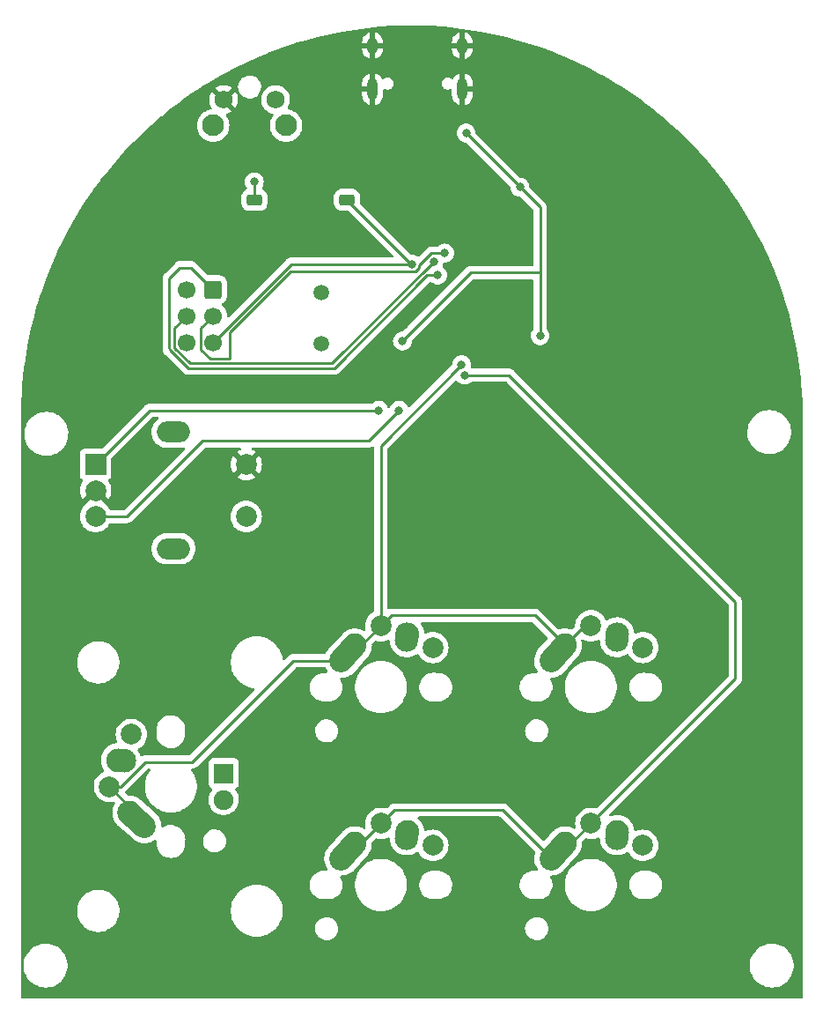
<source format=gbr>
%TF.GenerationSoftware,KiCad,Pcbnew,(6.0.2)*%
%TF.CreationDate,2022-05-21T08:25:36-07:00*%
%TF.ProjectId,muffin,6d756666-696e-42e6-9b69-6361645f7063,rev?*%
%TF.SameCoordinates,Original*%
%TF.FileFunction,Copper,L2,Bot*%
%TF.FilePolarity,Positive*%
%FSLAX46Y46*%
G04 Gerber Fmt 4.6, Leading zero omitted, Abs format (unit mm)*
G04 Created by KiCad (PCBNEW (6.0.2)) date 2022-05-21 08:25:36*
%MOMM*%
%LPD*%
G01*
G04 APERTURE LIST*
G04 Aperture macros list*
%AMRoundRect*
0 Rectangle with rounded corners*
0 $1 Rounding radius*
0 $2 $3 $4 $5 $6 $7 $8 $9 X,Y pos of 4 corners*
0 Add a 4 corners polygon primitive as box body*
4,1,4,$2,$3,$4,$5,$6,$7,$8,$9,$2,$3,0*
0 Add four circle primitives for the rounded corners*
1,1,$1+$1,$2,$3*
1,1,$1+$1,$4,$5*
1,1,$1+$1,$6,$7*
1,1,$1+$1,$8,$9*
0 Add four rect primitives between the rounded corners*
20,1,$1+$1,$2,$3,$4,$5,0*
20,1,$1+$1,$4,$5,$6,$7,0*
20,1,$1+$1,$6,$7,$8,$9,0*
20,1,$1+$1,$8,$9,$2,$3,0*%
%AMHorizOval*
0 Thick line with rounded ends*
0 $1 width*
0 $2 $3 position (X,Y) of the first rounded end (center of the circle)*
0 $4 $5 position (X,Y) of the second rounded end (center of the circle)*
0 Add line between two ends*
20,1,$1,$2,$3,$4,$5,0*
0 Add two circle primitives to create the rounded ends*
1,1,$1,$2,$3*
1,1,$1,$4,$5*%
G04 Aperture macros list end*
%TA.AperFunction,ComponentPad*%
%ADD10C,2.000000*%
%TD*%
%TA.AperFunction,ComponentPad*%
%ADD11C,2.250000*%
%TD*%
%TA.AperFunction,ComponentPad*%
%ADD12HorizOval,2.250000X0.019771X0.290016X-0.019771X-0.290016X0*%
%TD*%
%TA.AperFunction,ComponentPad*%
%ADD13HorizOval,2.250000X0.654995X0.730004X-0.654995X-0.730004X0*%
%TD*%
%TA.AperFunction,ComponentPad*%
%ADD14HorizOval,2.250000X-0.730004X0.654995X0.730004X-0.654995X0*%
%TD*%
%TA.AperFunction,ComponentPad*%
%ADD15HorizOval,2.250000X-0.290016X0.019771X0.290016X-0.019771X0*%
%TD*%
%TA.AperFunction,ComponentPad*%
%ADD16C,1.905000*%
%TD*%
%TA.AperFunction,ComponentPad*%
%ADD17R,1.905000X1.905000*%
%TD*%
%TA.AperFunction,ComponentPad*%
%ADD18O,1.000000X2.100000*%
%TD*%
%TA.AperFunction,ComponentPad*%
%ADD19O,1.000000X1.600000*%
%TD*%
%TA.AperFunction,WasherPad*%
%ADD20O,3.200000X2.000000*%
%TD*%
%TA.AperFunction,ComponentPad*%
%ADD21R,2.000000X2.000000*%
%TD*%
%TA.AperFunction,ComponentPad*%
%ADD22C,2.100000*%
%TD*%
%TA.AperFunction,ComponentPad*%
%ADD23C,1.750000*%
%TD*%
%TA.AperFunction,ComponentPad*%
%ADD24C,1.500000*%
%TD*%
%TA.AperFunction,SMDPad,CuDef*%
%ADD25RoundRect,0.275000X-0.475000X-0.275000X0.475000X-0.275000X0.475000X0.275000X-0.475000X0.275000X0*%
%TD*%
%TA.AperFunction,ComponentPad*%
%ADD26RoundRect,0.250000X0.600000X0.600000X-0.600000X0.600000X-0.600000X-0.600000X0.600000X-0.600000X0*%
%TD*%
%TA.AperFunction,ComponentPad*%
%ADD27C,1.700000*%
%TD*%
%TA.AperFunction,ViaPad*%
%ADD28C,0.800000*%
%TD*%
%TA.AperFunction,Conductor*%
%ADD29C,0.250000*%
%TD*%
G04 APERTURE END LIST*
D10*
%TO.P,SW3,1,1*%
%TO.N,Net-(D2-Pad2)*%
X132762000Y-100848000D03*
D11*
X130302000Y-99568000D03*
D12*
X130281771Y-99857984D03*
D10*
%TO.P,SW3,2,2*%
%TO.N,Row 1*%
X127762000Y-98748000D03*
D11*
X125262000Y-100648000D03*
D13*
X124606995Y-101377996D03*
%TD*%
D10*
%TO.P,SW4,1,1*%
%TO.N,Net-(D3-Pad2)*%
X132762000Y-119848000D03*
D12*
X130281771Y-118857984D03*
D11*
X130302000Y-118568000D03*
D10*
%TO.P,SW4,2,2*%
%TO.N,Row 2*%
X127762000Y-117748000D03*
D11*
X125262000Y-119648000D03*
D13*
X124606995Y-120377996D03*
%TD*%
D14*
%TO.P,SW2,1,1*%
%TO.N,Row 1*%
X104291996Y-117353005D03*
D10*
X101662000Y-114198000D03*
D11*
X103562000Y-116698000D03*
D10*
%TO.P,SW2,2,2*%
%TO.N,Net-(D1-Pad2)*%
X103762000Y-109198000D03*
D15*
X102771984Y-111678229D03*
D11*
X102482000Y-111658000D03*
D16*
%TO.P,SW2,3*%
%TO.N,N/C*%
X112642000Y-115468000D03*
D17*
%TO.P,SW2,4*%
X112642000Y-112928000D03*
%TD*%
D18*
%TO.P,J1,S1,SHIELD*%
%TO.N,GND*%
X135610000Y-47187500D03*
D19*
X135610000Y-43007500D03*
X126970000Y-43007500D03*
D18*
X126970000Y-47187500D03*
%TD*%
D20*
%TO.P,SW1,*%
%TO.N,*%
X107816000Y-91350000D03*
X107816000Y-80150000D03*
D21*
%TO.P,SW1,A,A*%
%TO.N,Enc_A*%
X100316000Y-83250000D03*
D10*
%TO.P,SW1,B,B*%
%TO.N,Enc_B*%
X100316000Y-88250000D03*
%TO.P,SW1,C,C*%
%TO.N,GND*%
X100316000Y-85750000D03*
%TO.P,SW1,S1,S1*%
%TO.N,Enc_SW*%
X114816000Y-88250000D03*
%TO.P,SW1,S2,S2*%
%TO.N,GND*%
X114816000Y-83250000D03*
%TD*%
D22*
%TO.P,SW7,*%
%TO.N,*%
X118643000Y-50692500D03*
X111633000Y-50692500D03*
D23*
%TO.P,SW7,1,1*%
%TO.N,GND*%
X112633000Y-48202500D03*
%TO.P,SW7,2,2*%
%TO.N,Net-(C6-Pad1)*%
X117633000Y-48202500D03*
%TD*%
D11*
%TO.P,SW6,1,1*%
%TO.N,Net-(D6-Pad2)*%
X150502000Y-118568000D03*
D10*
X152962000Y-119848000D03*
D12*
X150481771Y-118857984D03*
D11*
%TO.P,SW6,2,2*%
%TO.N,Row 2*%
X145462000Y-119648000D03*
D10*
X147962000Y-117748000D03*
D13*
X144806995Y-120377996D03*
%TD*%
D24*
%TO.P,Y1,1,1*%
%TO.N,Net-(C5-Pad1)*%
X122060000Y-71650000D03*
%TO.P,Y1,2,2*%
%TO.N,Net-(C7-Pad1)*%
X122060000Y-66770000D03*
%TD*%
D10*
%TO.P,SW5,1,1*%
%TO.N,Net-(D5-Pad2)*%
X152962000Y-100848000D03*
D12*
X150481771Y-99857984D03*
D11*
X150502000Y-99568000D03*
D10*
%TO.P,SW5,2,2*%
%TO.N,Row 1*%
X147962000Y-98748000D03*
D11*
X145462000Y-100648000D03*
D13*
X144806995Y-101377996D03*
%TD*%
D25*
%TO.P,SW8,1*%
%TO.N,Net-(R3-Pad2)*%
X115600000Y-57830000D03*
%TO.P,SW8,2*%
%TO.N,RESET*%
X124500000Y-57830000D03*
%TD*%
D26*
%TO.P,J2,1,MISO*%
%TO.N,MISO*%
X111607500Y-66445000D03*
D27*
%TO.P,J2,2,VCC*%
%TO.N,VBUS*%
X109067500Y-66445000D03*
%TO.P,J2,3,SCK*%
%TO.N,SCK*%
X111607500Y-68985000D03*
%TO.P,J2,4,MOSI*%
%TO.N,MOSI*%
X109067500Y-68985000D03*
%TO.P,J2,5,~{RST}*%
%TO.N,RESET*%
X111607500Y-71525000D03*
%TO.P,J2,6,GND*%
%TO.N,GND*%
X109067500Y-71525000D03*
%TD*%
D28*
%TO.N,GND*%
X129980000Y-69850000D03*
X136940000Y-62200000D03*
X127660000Y-55130000D03*
X144930000Y-69510000D03*
%TO.N,VBUS*%
X143080000Y-70880000D03*
X141140000Y-56610000D03*
X135960000Y-51410000D03*
X129840000Y-71400000D03*
%TO.N,MISO*%
X133220000Y-65050000D03*
%TO.N,SCK*%
X133900000Y-62950000D03*
%TO.N,MOSI*%
X132850000Y-63780000D03*
%TO.N,RESET*%
X130740000Y-64010000D03*
%TO.N,Row 1*%
X135530000Y-73670000D03*
%TO.N,Row 2*%
X135830000Y-74680000D03*
%TO.N,Enc_A*%
X127550000Y-78060000D03*
%TO.N,Enc_B*%
X129510000Y-78060000D03*
%TO.N,Net-(R3-Pad2)*%
X115590000Y-56100000D03*
%TD*%
D29*
%TO.N,VBUS*%
X143070000Y-70870000D02*
X143080000Y-70880000D01*
X136309326Y-51760674D02*
X136309326Y-51759326D01*
X136309326Y-51760674D02*
X141140000Y-56610000D01*
X143070000Y-64810000D02*
X143070000Y-58540000D01*
X143070000Y-64810000D02*
X143070000Y-70870000D01*
X136309326Y-51759326D02*
X135960000Y-51410000D01*
X136430000Y-64810000D02*
X129840000Y-71400000D01*
X143070000Y-58540000D02*
X141140000Y-56610000D01*
X143070000Y-64810000D02*
X136430000Y-64810000D01*
%TO.N,MISO*%
X123265718Y-74000000D02*
X109204282Y-74000000D01*
X107430000Y-72240000D02*
X107420000Y-71950000D01*
X133220000Y-65050000D02*
X132215718Y-65050000D01*
X109204282Y-74000000D02*
X107430000Y-72240000D01*
X108440000Y-64330000D02*
X109492500Y-64330000D01*
X132215718Y-65050000D02*
X123265718Y-74000000D01*
X107420000Y-71950000D02*
X107420000Y-65350000D01*
X109492500Y-64330000D02*
X111607500Y-66445000D01*
X107420000Y-65350000D02*
X108440000Y-64330000D01*
%TO.N,SCK*%
X131464511Y-64140875D02*
X131464511Y-64335489D01*
X110432989Y-70159511D02*
X111607500Y-68985000D01*
X119033707Y-64734511D02*
X113190000Y-70578218D01*
X113190000Y-70578218D02*
X113190000Y-73100000D01*
X113190000Y-73100000D02*
X111330512Y-73100000D01*
X131464511Y-64335489D02*
X131065489Y-64734511D01*
X131065489Y-64734511D02*
X119033707Y-64734511D01*
X133900000Y-62950000D02*
X132655386Y-62950000D01*
X110432989Y-72202477D02*
X110432989Y-70159511D01*
X132655386Y-62950000D02*
X131464511Y-64140875D01*
X111330512Y-73100000D02*
X110432989Y-72202477D01*
%TO.N,MOSI*%
X109389520Y-73549520D02*
X107890000Y-72050000D01*
X107890000Y-72050000D02*
X107890000Y-70162500D01*
X123080480Y-73549520D02*
X109389520Y-73549520D01*
X107890000Y-70162500D02*
X109067500Y-68985000D01*
X132850000Y-63780000D02*
X123080480Y-73549520D01*
%TO.N,RESET*%
X130680000Y-64010000D02*
X124500000Y-57830000D01*
X130740000Y-64010000D02*
X119122500Y-64010000D01*
X130740000Y-64010000D02*
X130680000Y-64010000D01*
X119122500Y-64010000D02*
X111607500Y-71525000D01*
%TO.N,Row 1*%
X119318454Y-102108000D02*
X109596875Y-111829579D01*
X128762000Y-97748000D02*
X142562000Y-97748000D01*
X127762000Y-98748000D02*
X128762000Y-97748000D01*
X109596875Y-111829579D02*
X105100421Y-111829579D01*
X135530000Y-73670000D02*
X127762000Y-81448000D01*
X105100421Y-111829579D02*
X102732000Y-114198000D01*
X123952000Y-102108000D02*
X119318454Y-102108000D01*
X147362000Y-98748000D02*
X147962000Y-98748000D01*
X102732000Y-114198000D02*
X101662000Y-114198000D01*
X125862000Y-100648000D02*
X125262000Y-100648000D01*
X127762000Y-81448000D02*
X127762000Y-98748000D01*
X145462000Y-100648000D02*
X147362000Y-98748000D01*
X127762000Y-98748000D02*
X125862000Y-100648000D01*
X101662000Y-114198000D02*
X103562000Y-116098000D01*
X103562000Y-116098000D02*
X103562000Y-116698000D01*
X142562000Y-97748000D02*
X145462000Y-100648000D01*
%TO.N,Row 2*%
X127762000Y-117748000D02*
X125862000Y-119648000D01*
X125862000Y-119648000D02*
X125262000Y-119648000D01*
X139484000Y-116440000D02*
X129070000Y-116440000D01*
X144152000Y-121108000D02*
X139484000Y-116440000D01*
X147962000Y-117748000D02*
X144602000Y-121108000D01*
X135830000Y-74680000D02*
X140100000Y-74680000D01*
X140100000Y-74680000D02*
X161850000Y-96430000D01*
X161850000Y-103860000D02*
X147962000Y-117748000D01*
X144602000Y-121108000D02*
X144152000Y-121108000D01*
X129070000Y-116440000D02*
X127762000Y-117748000D01*
X161850000Y-96430000D02*
X161850000Y-103860000D01*
%TO.N,Enc_A*%
X111204729Y-78050000D02*
X105516000Y-78050000D01*
X105516000Y-78050000D02*
X100316000Y-83250000D01*
X111214729Y-78060000D02*
X111204729Y-78050000D01*
X127550000Y-78060000D02*
X111214729Y-78060000D01*
%TO.N,Enc_B*%
X129510000Y-78060000D02*
X126600000Y-80980000D01*
X126600000Y-80980000D02*
X110620000Y-80980000D01*
X103350000Y-88250000D02*
X100316000Y-88250000D01*
X110620000Y-80980000D02*
X103350000Y-88250000D01*
%TO.N,Net-(R3-Pad2)*%
X115600000Y-57830000D02*
X115600000Y-56110000D01*
X115600000Y-56110000D02*
X115590000Y-56100000D01*
%TD*%
%TA.AperFunction,Conductor*%
%TO.N,GND*%
G36*
X131340767Y-41078995D02*
G01*
X132553506Y-41118287D01*
X132557582Y-41118485D01*
X133768421Y-41197027D01*
X133772488Y-41197357D01*
X134437443Y-41262169D01*
X134980162Y-41315068D01*
X134984203Y-41315528D01*
X136187430Y-41472284D01*
X136191450Y-41472875D01*
X136719942Y-41559214D01*
X137388949Y-41668509D01*
X137392965Y-41669232D01*
X138583482Y-41903536D01*
X138587470Y-41904387D01*
X139769863Y-42177140D01*
X139773776Y-42178110D01*
X140946667Y-42488995D01*
X140950574Y-42490098D01*
X142112804Y-42838807D01*
X142116666Y-42840035D01*
X143266988Y-43226193D01*
X143270789Y-43227538D01*
X144408001Y-43650742D01*
X144411797Y-43652225D01*
X144701677Y-43770925D01*
X145534691Y-44112027D01*
X145538441Y-44113634D01*
X146645848Y-44609550D01*
X146649545Y-44611278D01*
X147740320Y-45142799D01*
X147743959Y-45144646D01*
X148816927Y-45711197D01*
X148820504Y-45713160D01*
X149180720Y-45918546D01*
X149874618Y-46314190D01*
X149878098Y-46316250D01*
X150398609Y-46635799D01*
X150912173Y-46951084D01*
X150915615Y-46953275D01*
X151928560Y-47621242D01*
X151931930Y-47623543D01*
X152922728Y-48323970D01*
X152926022Y-48326379D01*
X153893652Y-49058549D01*
X153896865Y-49061064D01*
X154481261Y-49533775D01*
X154777753Y-49773604D01*
X154840220Y-49824133D01*
X154843337Y-49826738D01*
X155760243Y-50618882D01*
X155761556Y-50620016D01*
X155764600Y-50622734D01*
X156656582Y-51445267D01*
X156659537Y-51448081D01*
X157505207Y-52280166D01*
X157524462Y-52299112D01*
X157527324Y-52302021D01*
X158364222Y-53180597D01*
X158366988Y-53183597D01*
X159174986Y-54088800D01*
X159177651Y-54091884D01*
X159955929Y-55022796D01*
X159958459Y-55025922D01*
X160666737Y-55931134D01*
X160706215Y-55981589D01*
X160708676Y-55984842D01*
X161330979Y-56835559D01*
X161425064Y-56964178D01*
X161427419Y-56967511D01*
X162111700Y-57969508D01*
X162113947Y-57972914D01*
X162765442Y-58996571D01*
X162767577Y-59000049D01*
X163385576Y-60044256D01*
X163387597Y-60047801D01*
X163971456Y-61111468D01*
X163973352Y-61115059D01*
X164505049Y-62162763D01*
X164522463Y-62197077D01*
X164524245Y-62200733D01*
X164703726Y-62584729D01*
X165038044Y-63299996D01*
X165039712Y-63303721D01*
X165517633Y-64419016D01*
X165519179Y-64422792D01*
X165960732Y-65552973D01*
X165962155Y-65556797D01*
X166366878Y-66700681D01*
X166368177Y-66704550D01*
X166578921Y-67367738D01*
X166727282Y-67834612D01*
X166735647Y-67860937D01*
X166736817Y-67864834D01*
X167049963Y-68973447D01*
X167066662Y-69032567D01*
X167067701Y-69036489D01*
X167352716Y-70186672D01*
X167359551Y-70214256D01*
X167360462Y-70218208D01*
X167614024Y-71404817D01*
X167614808Y-71408803D01*
X167829025Y-72598628D01*
X167829811Y-72602995D01*
X167830467Y-72607008D01*
X168002337Y-73777903D01*
X168006688Y-73807548D01*
X168007212Y-73811575D01*
X168142009Y-74995614D01*
X168144463Y-75017173D01*
X168144856Y-75021207D01*
X168181050Y-75467237D01*
X168242998Y-76230647D01*
X168243262Y-76234719D01*
X168302187Y-77446666D01*
X168302319Y-77450745D01*
X168321244Y-78619375D01*
X168319762Y-78640794D01*
X168316814Y-78659730D01*
X168317978Y-78668632D01*
X168317978Y-78668635D01*
X168320936Y-78691251D01*
X168322000Y-78707589D01*
X168322000Y-134420000D01*
X168301998Y-134488121D01*
X168248342Y-134534614D01*
X168196000Y-134546000D01*
X93264000Y-134546000D01*
X93195879Y-134525998D01*
X93149386Y-134472342D01*
X93138000Y-134420000D01*
X93138000Y-131532703D01*
X93410743Y-131532703D01*
X93448268Y-131817734D01*
X93524129Y-132095036D01*
X93636923Y-132359476D01*
X93784561Y-132606161D01*
X93964313Y-132830528D01*
X94172851Y-133028423D01*
X94406317Y-133196186D01*
X94410112Y-133198195D01*
X94410113Y-133198196D01*
X94431869Y-133209715D01*
X94660392Y-133330712D01*
X94930373Y-133429511D01*
X95211264Y-133490755D01*
X95239841Y-133493004D01*
X95434282Y-133508307D01*
X95434291Y-133508307D01*
X95436739Y-133508500D01*
X95592271Y-133508500D01*
X95594407Y-133508354D01*
X95594418Y-133508354D01*
X95802548Y-133494165D01*
X95802554Y-133494164D01*
X95806825Y-133493873D01*
X95811020Y-133493004D01*
X95811022Y-133493004D01*
X95947584Y-133464723D01*
X96088342Y-133435574D01*
X96359343Y-133339607D01*
X96614812Y-133207750D01*
X96618313Y-133205289D01*
X96618317Y-133205287D01*
X96732418Y-133125095D01*
X96850023Y-133042441D01*
X97060622Y-132846740D01*
X97242713Y-132624268D01*
X97392927Y-132379142D01*
X97508483Y-132115898D01*
X97587244Y-131839406D01*
X97627751Y-131554784D01*
X97627845Y-131536951D01*
X97627867Y-131532703D01*
X163260743Y-131532703D01*
X163298268Y-131817734D01*
X163374129Y-132095036D01*
X163486923Y-132359476D01*
X163634561Y-132606161D01*
X163814313Y-132830528D01*
X164022851Y-133028423D01*
X164256317Y-133196186D01*
X164260112Y-133198195D01*
X164260113Y-133198196D01*
X164281869Y-133209715D01*
X164510392Y-133330712D01*
X164780373Y-133429511D01*
X165061264Y-133490755D01*
X165089841Y-133493004D01*
X165284282Y-133508307D01*
X165284291Y-133508307D01*
X165286739Y-133508500D01*
X165442271Y-133508500D01*
X165444407Y-133508354D01*
X165444418Y-133508354D01*
X165652548Y-133494165D01*
X165652554Y-133494164D01*
X165656825Y-133493873D01*
X165661020Y-133493004D01*
X165661022Y-133493004D01*
X165797584Y-133464723D01*
X165938342Y-133435574D01*
X166209343Y-133339607D01*
X166464812Y-133207750D01*
X166468313Y-133205289D01*
X166468317Y-133205287D01*
X166582418Y-133125095D01*
X166700023Y-133042441D01*
X166910622Y-132846740D01*
X167092713Y-132624268D01*
X167242927Y-132379142D01*
X167358483Y-132115898D01*
X167437244Y-131839406D01*
X167477751Y-131554784D01*
X167477845Y-131536951D01*
X167479235Y-131271583D01*
X167479235Y-131271576D01*
X167479257Y-131267297D01*
X167441732Y-130982266D01*
X167365871Y-130704964D01*
X167253077Y-130440524D01*
X167105439Y-130193839D01*
X166925687Y-129969472D01*
X166717149Y-129771577D01*
X166483683Y-129603814D01*
X166461843Y-129592250D01*
X166438654Y-129579972D01*
X166229608Y-129469288D01*
X165959627Y-129370489D01*
X165678736Y-129309245D01*
X165647685Y-129306801D01*
X165455718Y-129291693D01*
X165455709Y-129291693D01*
X165453261Y-129291500D01*
X165297729Y-129291500D01*
X165295593Y-129291646D01*
X165295582Y-129291646D01*
X165087452Y-129305835D01*
X165087446Y-129305836D01*
X165083175Y-129306127D01*
X165078980Y-129306996D01*
X165078978Y-129306996D01*
X164942417Y-129335276D01*
X164801658Y-129364426D01*
X164530657Y-129460393D01*
X164275188Y-129592250D01*
X164271687Y-129594711D01*
X164271683Y-129594713D01*
X164261594Y-129601804D01*
X164039977Y-129757559D01*
X163829378Y-129953260D01*
X163647287Y-130175732D01*
X163497073Y-130420858D01*
X163381517Y-130684102D01*
X163302756Y-130960594D01*
X163262249Y-131245216D01*
X163262227Y-131249505D01*
X163262226Y-131249512D01*
X163260765Y-131528417D01*
X163260743Y-131532703D01*
X97627867Y-131532703D01*
X97629235Y-131271583D01*
X97629235Y-131271576D01*
X97629257Y-131267297D01*
X97591732Y-130982266D01*
X97515871Y-130704964D01*
X97403077Y-130440524D01*
X97255439Y-130193839D01*
X97075687Y-129969472D01*
X96867149Y-129771577D01*
X96633683Y-129603814D01*
X96611843Y-129592250D01*
X96588654Y-129579972D01*
X96379608Y-129469288D01*
X96109627Y-129370489D01*
X95828736Y-129309245D01*
X95797685Y-129306801D01*
X95605718Y-129291693D01*
X95605709Y-129291693D01*
X95603261Y-129291500D01*
X95447729Y-129291500D01*
X95445593Y-129291646D01*
X95445582Y-129291646D01*
X95237452Y-129305835D01*
X95237446Y-129305836D01*
X95233175Y-129306127D01*
X95228980Y-129306996D01*
X95228978Y-129306996D01*
X95092417Y-129335276D01*
X94951658Y-129364426D01*
X94680657Y-129460393D01*
X94425188Y-129592250D01*
X94421687Y-129594711D01*
X94421683Y-129594713D01*
X94411594Y-129601804D01*
X94189977Y-129757559D01*
X93979378Y-129953260D01*
X93797287Y-130175732D01*
X93647073Y-130420858D01*
X93531517Y-130684102D01*
X93452756Y-130960594D01*
X93412249Y-131245216D01*
X93412227Y-131249505D01*
X93412226Y-131249512D01*
X93410765Y-131528417D01*
X93410743Y-131532703D01*
X93138000Y-131532703D01*
X93138000Y-126064894D01*
X98540778Y-126064894D01*
X98540931Y-126069282D01*
X98540931Y-126069288D01*
X98548759Y-126293438D01*
X98550698Y-126348973D01*
X98600058Y-126628907D01*
X98601413Y-126633078D01*
X98601415Y-126633085D01*
X98660228Y-126814092D01*
X98687897Y-126899247D01*
X98689825Y-126903200D01*
X98689827Y-126903205D01*
X98726436Y-126978264D01*
X98812505Y-127154731D01*
X98814960Y-127158370D01*
X98814963Y-127158376D01*
X98968997Y-127386741D01*
X98969002Y-127386748D01*
X98971457Y-127390387D01*
X98974401Y-127393656D01*
X98974402Y-127393658D01*
X99140931Y-127578607D01*
X99161659Y-127601628D01*
X99379409Y-127784342D01*
X99620469Y-127934973D01*
X99880147Y-128050589D01*
X100153388Y-128128940D01*
X100157738Y-128129551D01*
X100157741Y-128129552D01*
X100262217Y-128144235D01*
X100434874Y-128168500D01*
X100647976Y-128168500D01*
X100650161Y-128168347D01*
X100650167Y-128168347D01*
X100856175Y-128153942D01*
X100856180Y-128153941D01*
X100860560Y-128153635D01*
X101138601Y-128094535D01*
X101142732Y-128093031D01*
X101142737Y-128093030D01*
X101368867Y-128010725D01*
X101405711Y-127997315D01*
X101573057Y-127908336D01*
X101652799Y-127865937D01*
X101652805Y-127865933D01*
X101656691Y-127863867D01*
X101660251Y-127861281D01*
X101660255Y-127861278D01*
X101883093Y-127699376D01*
X101883096Y-127699374D01*
X101886656Y-127696787D01*
X101982267Y-127604457D01*
X102087968Y-127502383D01*
X102087971Y-127502379D01*
X102091130Y-127499329D01*
X102266133Y-127275335D01*
X102398461Y-127046138D01*
X102406055Y-127032985D01*
X102406058Y-127032980D01*
X102408260Y-127029165D01*
X102409910Y-127025081D01*
X102409913Y-127025075D01*
X102513093Y-126769693D01*
X102513094Y-126769690D01*
X102514742Y-126765611D01*
X102517643Y-126753978D01*
X102582444Y-126494073D01*
X102583509Y-126489802D01*
X102604148Y-126293438D01*
X113314600Y-126293438D01*
X113354064Y-126605830D01*
X113432370Y-126910813D01*
X113548284Y-127203577D01*
X113550186Y-127207036D01*
X113550187Y-127207039D01*
X113650984Y-127390387D01*
X113699976Y-127479504D01*
X113812649Y-127634585D01*
X113849476Y-127685273D01*
X113885055Y-127734244D01*
X114100602Y-127963778D01*
X114343218Y-128164487D01*
X114609076Y-128333206D01*
X114612655Y-128334890D01*
X114612662Y-128334894D01*
X114890394Y-128465584D01*
X114890398Y-128465586D01*
X114893984Y-128467273D01*
X114897756Y-128468499D01*
X114897757Y-128468499D01*
X114992143Y-128499167D01*
X115193448Y-128564575D01*
X115502746Y-128623577D01*
X115596300Y-128629463D01*
X115736358Y-128638275D01*
X115736374Y-128638276D01*
X115738353Y-128638400D01*
X115895647Y-128638400D01*
X115897626Y-128638276D01*
X115897642Y-128638275D01*
X116037700Y-128629463D01*
X116131254Y-128623577D01*
X116440552Y-128564575D01*
X116641857Y-128499167D01*
X116736243Y-128468499D01*
X116736244Y-128468499D01*
X116740016Y-128467273D01*
X116743602Y-128465586D01*
X116743606Y-128465584D01*
X117021338Y-128334894D01*
X117021345Y-128334890D01*
X117024924Y-128333206D01*
X117290782Y-128164487D01*
X117533398Y-127963778D01*
X117693202Y-127793604D01*
X121429787Y-127793604D01*
X121439567Y-128004899D01*
X121440971Y-128010724D01*
X121440971Y-128010725D01*
X121478028Y-128164487D01*
X121489125Y-128210534D01*
X121491607Y-128215992D01*
X121491608Y-128215996D01*
X121535053Y-128311546D01*
X121576674Y-128403087D01*
X121699054Y-128575611D01*
X121851850Y-128721881D01*
X122029548Y-128836620D01*
X122035114Y-128838863D01*
X122220168Y-128913442D01*
X122220171Y-128913443D01*
X122225737Y-128915686D01*
X122433337Y-128956228D01*
X122438899Y-128956500D01*
X122594846Y-128956500D01*
X122752566Y-128941452D01*
X122955534Y-128881908D01*
X123039111Y-128838863D01*
X123138249Y-128787804D01*
X123138252Y-128787802D01*
X123143580Y-128785058D01*
X123309920Y-128654396D01*
X123313852Y-128649865D01*
X123313855Y-128649862D01*
X123444621Y-128499167D01*
X123448552Y-128494637D01*
X123451552Y-128489451D01*
X123451555Y-128489447D01*
X123551467Y-128316742D01*
X123554473Y-128311546D01*
X123623861Y-128111729D01*
X123640232Y-127998819D01*
X123653352Y-127908336D01*
X123653352Y-127908333D01*
X123654213Y-127902396D01*
X123649177Y-127793604D01*
X141629787Y-127793604D01*
X141639567Y-128004899D01*
X141640971Y-128010724D01*
X141640971Y-128010725D01*
X141678028Y-128164487D01*
X141689125Y-128210534D01*
X141691607Y-128215992D01*
X141691608Y-128215996D01*
X141735053Y-128311546D01*
X141776674Y-128403087D01*
X141899054Y-128575611D01*
X142051850Y-128721881D01*
X142229548Y-128836620D01*
X142235114Y-128838863D01*
X142420168Y-128913442D01*
X142420171Y-128913443D01*
X142425737Y-128915686D01*
X142633337Y-128956228D01*
X142638899Y-128956500D01*
X142794846Y-128956500D01*
X142952566Y-128941452D01*
X143155534Y-128881908D01*
X143239111Y-128838863D01*
X143338249Y-128787804D01*
X143338252Y-128787802D01*
X143343580Y-128785058D01*
X143509920Y-128654396D01*
X143513852Y-128649865D01*
X143513855Y-128649862D01*
X143644621Y-128499167D01*
X143648552Y-128494637D01*
X143651552Y-128489451D01*
X143651555Y-128489447D01*
X143751467Y-128316742D01*
X143754473Y-128311546D01*
X143823861Y-128111729D01*
X143840232Y-127998819D01*
X143853352Y-127908336D01*
X143853352Y-127908333D01*
X143854213Y-127902396D01*
X143844433Y-127691101D01*
X143794875Y-127485466D01*
X143792165Y-127479504D01*
X143709806Y-127298368D01*
X143707326Y-127292913D01*
X143584946Y-127120389D01*
X143432150Y-126974119D01*
X143254452Y-126859380D01*
X143194354Y-126835160D01*
X143063832Y-126782558D01*
X143063829Y-126782557D01*
X143058263Y-126780314D01*
X142850663Y-126739772D01*
X142845101Y-126739500D01*
X142689154Y-126739500D01*
X142531434Y-126754548D01*
X142328466Y-126814092D01*
X142323139Y-126816836D01*
X142323138Y-126816836D01*
X142145751Y-126908196D01*
X142145748Y-126908198D01*
X142140420Y-126910942D01*
X141974080Y-127041604D01*
X141970148Y-127046135D01*
X141970145Y-127046138D01*
X141875913Y-127154731D01*
X141835448Y-127201363D01*
X141832448Y-127206549D01*
X141832445Y-127206553D01*
X141832164Y-127207039D01*
X141729527Y-127384454D01*
X141660139Y-127584271D01*
X141629787Y-127793604D01*
X123649177Y-127793604D01*
X123644433Y-127691101D01*
X123594875Y-127485466D01*
X123592165Y-127479504D01*
X123509806Y-127298368D01*
X123507326Y-127292913D01*
X123384946Y-127120389D01*
X123232150Y-126974119D01*
X123054452Y-126859380D01*
X122994354Y-126835160D01*
X122863832Y-126782558D01*
X122863829Y-126782557D01*
X122858263Y-126780314D01*
X122650663Y-126739772D01*
X122645101Y-126739500D01*
X122489154Y-126739500D01*
X122331434Y-126754548D01*
X122128466Y-126814092D01*
X122123139Y-126816836D01*
X122123138Y-126816836D01*
X121945751Y-126908196D01*
X121945748Y-126908198D01*
X121940420Y-126910942D01*
X121774080Y-127041604D01*
X121770148Y-127046135D01*
X121770145Y-127046138D01*
X121675913Y-127154731D01*
X121635448Y-127201363D01*
X121632448Y-127206549D01*
X121632445Y-127206553D01*
X121632164Y-127207039D01*
X121529527Y-127384454D01*
X121460139Y-127584271D01*
X121429787Y-127793604D01*
X117693202Y-127793604D01*
X117748945Y-127734244D01*
X117784525Y-127685273D01*
X117821351Y-127634585D01*
X117934024Y-127479504D01*
X117983017Y-127390387D01*
X118083813Y-127207039D01*
X118083814Y-127207036D01*
X118085716Y-127203577D01*
X118201630Y-126910813D01*
X118279936Y-126605830D01*
X118319400Y-126293438D01*
X118319400Y-125978562D01*
X118279936Y-125666170D01*
X118201630Y-125361187D01*
X118085716Y-125068423D01*
X118083813Y-125064961D01*
X117935933Y-124795968D01*
X117935931Y-124795965D01*
X117934024Y-124792496D01*
X117812655Y-124625445D01*
X117751273Y-124540960D01*
X117751272Y-124540958D01*
X117748945Y-124537756D01*
X117533398Y-124308222D01*
X117290782Y-124107513D01*
X117024924Y-123938794D01*
X117021345Y-123937110D01*
X117021338Y-123937106D01*
X116743606Y-123806416D01*
X116743602Y-123806414D01*
X116740016Y-123804727D01*
X116440552Y-123707425D01*
X116131254Y-123648423D01*
X116037700Y-123642537D01*
X115897642Y-123633725D01*
X115897626Y-123633724D01*
X115895647Y-123633600D01*
X115738353Y-123633600D01*
X115736374Y-123633724D01*
X115736358Y-123633725D01*
X115596300Y-123642537D01*
X115502746Y-123648423D01*
X115193448Y-123707425D01*
X114893984Y-123804727D01*
X114890398Y-123806414D01*
X114890394Y-123806416D01*
X114612662Y-123937106D01*
X114612655Y-123937110D01*
X114609076Y-123938794D01*
X114343218Y-124107513D01*
X114100602Y-124308222D01*
X113885055Y-124537756D01*
X113882728Y-124540958D01*
X113882727Y-124540960D01*
X113821345Y-124625445D01*
X113699976Y-124792496D01*
X113698069Y-124795965D01*
X113698067Y-124795968D01*
X113550187Y-125064961D01*
X113548284Y-125068423D01*
X113432370Y-125361187D01*
X113354064Y-125666170D01*
X113314600Y-125978562D01*
X113314600Y-126293438D01*
X102604148Y-126293438D01*
X102613222Y-126207106D01*
X102611242Y-126150400D01*
X102603456Y-125927424D01*
X102603455Y-125927417D01*
X102603302Y-125923027D01*
X102553942Y-125643093D01*
X102552587Y-125638922D01*
X102552585Y-125638915D01*
X102467464Y-125376942D01*
X102466103Y-125372753D01*
X102341495Y-125117269D01*
X102339040Y-125113630D01*
X102339037Y-125113624D01*
X102185003Y-124885259D01*
X102184998Y-124885252D01*
X102182543Y-124881613D01*
X102161512Y-124858255D01*
X101995289Y-124673646D01*
X101995288Y-124673645D01*
X101992341Y-124670372D01*
X101774591Y-124487658D01*
X101533531Y-124337027D01*
X101273853Y-124221411D01*
X101000612Y-124143060D01*
X100996262Y-124142449D01*
X100996259Y-124142448D01*
X100891783Y-124127765D01*
X100719126Y-124103500D01*
X100506024Y-124103500D01*
X100503839Y-124103653D01*
X100503833Y-124103653D01*
X100297825Y-124118058D01*
X100297820Y-124118059D01*
X100293440Y-124118365D01*
X100015399Y-124177465D01*
X100011268Y-124178969D01*
X100011263Y-124178970D01*
X99897988Y-124220199D01*
X99748289Y-124274685D01*
X99744402Y-124276752D01*
X99501201Y-124406063D01*
X99501195Y-124406067D01*
X99497309Y-124408133D01*
X99493749Y-124410719D01*
X99493745Y-124410722D01*
X99270907Y-124572624D01*
X99267344Y-124575213D01*
X99264180Y-124578269D01*
X99264177Y-124578271D01*
X99066032Y-124769617D01*
X99066029Y-124769621D01*
X99062870Y-124772671D01*
X98887867Y-124996665D01*
X98745740Y-125242835D01*
X98744090Y-125246919D01*
X98744087Y-125246925D01*
X98650606Y-125478302D01*
X98639258Y-125506389D01*
X98570491Y-125782198D01*
X98570032Y-125786568D01*
X98570031Y-125786572D01*
X98563868Y-125845206D01*
X98540778Y-126064894D01*
X93138000Y-126064894D01*
X93138000Y-102188894D01*
X98540778Y-102188894D01*
X98540931Y-102193282D01*
X98540931Y-102193288D01*
X98550113Y-102456208D01*
X98550698Y-102472973D01*
X98600058Y-102752907D01*
X98601413Y-102757078D01*
X98601415Y-102757085D01*
X98619602Y-102813057D01*
X98687897Y-103023247D01*
X98689825Y-103027200D01*
X98689827Y-103027205D01*
X98700826Y-103049756D01*
X98812505Y-103278731D01*
X98814960Y-103282370D01*
X98814963Y-103282376D01*
X98968997Y-103510741D01*
X98969002Y-103510748D01*
X98971457Y-103514387D01*
X98974401Y-103517656D01*
X98974402Y-103517658D01*
X99079608Y-103634501D01*
X99161659Y-103725628D01*
X99379409Y-103908342D01*
X99383141Y-103910674D01*
X99600899Y-104046744D01*
X99620469Y-104058973D01*
X99880147Y-104174589D01*
X99972417Y-104201047D01*
X100091944Y-104235321D01*
X100153388Y-104252940D01*
X100157738Y-104253551D01*
X100157741Y-104253552D01*
X100257351Y-104267551D01*
X100434874Y-104292500D01*
X100647976Y-104292500D01*
X100650161Y-104292347D01*
X100650167Y-104292347D01*
X100856175Y-104277942D01*
X100856180Y-104277941D01*
X100860560Y-104277635D01*
X101138601Y-104218535D01*
X101142732Y-104217031D01*
X101142737Y-104217030D01*
X101342112Y-104144463D01*
X101405711Y-104121315D01*
X101527336Y-104056646D01*
X101652799Y-103989937D01*
X101652805Y-103989933D01*
X101656691Y-103987867D01*
X101660251Y-103985281D01*
X101660255Y-103985278D01*
X101883093Y-103823376D01*
X101883096Y-103823374D01*
X101886656Y-103820787D01*
X101966012Y-103744154D01*
X102087968Y-103626383D01*
X102087971Y-103626379D01*
X102091130Y-103623329D01*
X102266133Y-103399335D01*
X102343708Y-103264972D01*
X102406055Y-103156985D01*
X102406058Y-103156980D01*
X102408260Y-103153165D01*
X102409910Y-103149081D01*
X102409913Y-103149075D01*
X102513093Y-102893693D01*
X102513094Y-102893690D01*
X102514742Y-102889611D01*
X102583509Y-102613802D01*
X102610104Y-102360777D01*
X102612763Y-102335475D01*
X102612763Y-102335472D01*
X102613222Y-102331106D01*
X102612720Y-102316727D01*
X102603456Y-102051424D01*
X102603455Y-102051417D01*
X102603302Y-102047027D01*
X102595631Y-102003519D01*
X102561481Y-101809847D01*
X102553942Y-101767093D01*
X102552587Y-101762922D01*
X102552585Y-101762915D01*
X102478093Y-101533653D01*
X102466103Y-101496753D01*
X102464002Y-101492444D01*
X102406452Y-101374450D01*
X102341495Y-101241269D01*
X102339040Y-101237630D01*
X102339037Y-101237624D01*
X102185003Y-101009259D01*
X102184998Y-101009252D01*
X102182543Y-101005613D01*
X102165381Y-100986552D01*
X101995289Y-100797646D01*
X101995288Y-100797645D01*
X101992341Y-100794372D01*
X101774591Y-100611658D01*
X101533531Y-100461027D01*
X101273853Y-100345411D01*
X101000612Y-100267060D01*
X100996262Y-100266449D01*
X100996259Y-100266448D01*
X100891783Y-100251765D01*
X100719126Y-100227500D01*
X100506024Y-100227500D01*
X100503839Y-100227653D01*
X100503833Y-100227653D01*
X100297825Y-100242058D01*
X100297820Y-100242059D01*
X100293440Y-100242365D01*
X100015399Y-100301465D01*
X100011268Y-100302969D01*
X100011263Y-100302970D01*
X99904030Y-100342000D01*
X99748289Y-100398685D01*
X99744402Y-100400752D01*
X99501201Y-100530063D01*
X99501195Y-100530067D01*
X99497309Y-100532133D01*
X99493749Y-100534719D01*
X99493745Y-100534722D01*
X99314489Y-100664960D01*
X99267344Y-100699213D01*
X99264180Y-100702269D01*
X99264177Y-100702271D01*
X99066032Y-100893617D01*
X99066029Y-100893621D01*
X99062870Y-100896671D01*
X98887867Y-101120665D01*
X98825123Y-101229340D01*
X98751550Y-101356772D01*
X98745740Y-101366835D01*
X98744090Y-101370919D01*
X98744087Y-101370925D01*
X98647872Y-101609069D01*
X98639258Y-101630389D01*
X98638194Y-101634658D01*
X98638193Y-101634660D01*
X98624011Y-101691543D01*
X98570491Y-101906198D01*
X98570032Y-101910568D01*
X98570031Y-101910572D01*
X98543770Y-102160423D01*
X98540778Y-102188894D01*
X93138000Y-102188894D01*
X93138000Y-91402817D01*
X105703514Y-91402817D01*
X105704095Y-91407837D01*
X105704095Y-91407841D01*
X105719923Y-91544631D01*
X105731415Y-91643956D01*
X105732791Y-91648820D01*
X105732792Y-91648823D01*
X105778476Y-91810266D01*
X105797510Y-91877532D01*
X105799644Y-91882108D01*
X105799646Y-91882114D01*
X105856446Y-92003922D01*
X105900099Y-92097536D01*
X106036544Y-92298307D01*
X106203332Y-92474681D01*
X106207358Y-92477759D01*
X106207359Y-92477760D01*
X106392154Y-92619047D01*
X106392158Y-92619050D01*
X106396174Y-92622120D01*
X106610109Y-92736831D01*
X106839631Y-92815862D01*
X106938978Y-92833022D01*
X107074926Y-92856504D01*
X107074932Y-92856505D01*
X107078836Y-92857179D01*
X107082797Y-92857359D01*
X107082798Y-92857359D01*
X107106506Y-92858436D01*
X107106525Y-92858436D01*
X107107925Y-92858500D01*
X108477001Y-92858500D01*
X108479509Y-92858298D01*
X108479514Y-92858298D01*
X108652924Y-92844346D01*
X108652929Y-92844345D01*
X108657965Y-92843940D01*
X108662873Y-92842734D01*
X108662876Y-92842734D01*
X108888792Y-92787244D01*
X108893706Y-92786037D01*
X108898358Y-92784062D01*
X108898362Y-92784061D01*
X109112498Y-92693165D01*
X109117156Y-92691188D01*
X109223037Y-92624511D01*
X109318288Y-92564528D01*
X109318291Y-92564526D01*
X109322567Y-92561833D01*
X109421422Y-92474681D01*
X109500858Y-92404650D01*
X109500861Y-92404647D01*
X109504655Y-92401302D01*
X109658734Y-92213722D01*
X109780841Y-92003922D01*
X109867833Y-91777298D01*
X109917474Y-91539680D01*
X109928486Y-91297183D01*
X109913235Y-91165373D01*
X109901167Y-91061071D01*
X109901166Y-91061067D01*
X109900585Y-91056044D01*
X109861517Y-90917978D01*
X109835866Y-90827331D01*
X109834490Y-90822468D01*
X109832356Y-90817892D01*
X109832354Y-90817886D01*
X109734038Y-90607046D01*
X109734036Y-90607042D01*
X109731901Y-90602464D01*
X109595456Y-90401693D01*
X109428668Y-90225319D01*
X109424641Y-90222240D01*
X109239846Y-90080953D01*
X109239842Y-90080950D01*
X109235826Y-90077880D01*
X109021891Y-89963169D01*
X108792369Y-89884138D01*
X108693022Y-89866978D01*
X108557074Y-89843496D01*
X108557068Y-89843495D01*
X108553164Y-89842821D01*
X108549203Y-89842641D01*
X108549202Y-89842641D01*
X108525494Y-89841564D01*
X108525475Y-89841564D01*
X108524075Y-89841500D01*
X107154999Y-89841500D01*
X107152491Y-89841702D01*
X107152486Y-89841702D01*
X106979076Y-89855654D01*
X106979071Y-89855655D01*
X106974035Y-89856060D01*
X106969127Y-89857266D01*
X106969124Y-89857266D01*
X106853007Y-89885787D01*
X106738294Y-89913963D01*
X106733642Y-89915938D01*
X106733638Y-89915939D01*
X106626252Y-89961522D01*
X106514844Y-90008812D01*
X106510560Y-90011510D01*
X106313712Y-90135472D01*
X106313709Y-90135474D01*
X106309433Y-90138167D01*
X106305639Y-90141512D01*
X106131142Y-90295350D01*
X106131139Y-90295353D01*
X106127345Y-90298698D01*
X105973266Y-90486278D01*
X105851159Y-90696078D01*
X105764167Y-90922702D01*
X105714526Y-91160320D01*
X105703514Y-91402817D01*
X93138000Y-91402817D01*
X93138000Y-88250000D01*
X98802835Y-88250000D01*
X98821465Y-88486711D01*
X98876895Y-88717594D01*
X98878788Y-88722165D01*
X98878789Y-88722167D01*
X98950807Y-88896034D01*
X98967760Y-88936963D01*
X98970346Y-88941183D01*
X99089241Y-89135202D01*
X99089245Y-89135208D01*
X99091824Y-89139416D01*
X99246031Y-89319969D01*
X99426584Y-89474176D01*
X99430792Y-89476755D01*
X99430798Y-89476759D01*
X99624817Y-89595654D01*
X99629037Y-89598240D01*
X99633607Y-89600133D01*
X99633611Y-89600135D01*
X99843833Y-89687211D01*
X99848406Y-89689105D01*
X99928609Y-89708360D01*
X100074476Y-89743380D01*
X100074482Y-89743381D01*
X100079289Y-89744535D01*
X100316000Y-89763165D01*
X100552711Y-89744535D01*
X100557518Y-89743381D01*
X100557524Y-89743380D01*
X100703391Y-89708360D01*
X100783594Y-89689105D01*
X100788167Y-89687211D01*
X100998389Y-89600135D01*
X100998393Y-89600133D01*
X101002963Y-89598240D01*
X101007183Y-89595654D01*
X101201202Y-89476759D01*
X101201208Y-89476755D01*
X101205416Y-89474176D01*
X101385969Y-89319969D01*
X101540176Y-89139416D01*
X101542755Y-89135208D01*
X101542759Y-89135202D01*
X101660133Y-88943665D01*
X101712781Y-88896034D01*
X101767566Y-88883500D01*
X103271233Y-88883500D01*
X103282416Y-88884027D01*
X103289909Y-88885702D01*
X103297835Y-88885453D01*
X103297836Y-88885453D01*
X103357986Y-88883562D01*
X103361945Y-88883500D01*
X103389856Y-88883500D01*
X103393791Y-88883003D01*
X103393856Y-88882995D01*
X103405693Y-88882062D01*
X103437951Y-88881048D01*
X103441970Y-88880922D01*
X103449889Y-88880673D01*
X103469343Y-88875021D01*
X103488700Y-88871013D01*
X103500930Y-88869468D01*
X103500931Y-88869468D01*
X103508797Y-88868474D01*
X103516168Y-88865555D01*
X103516170Y-88865555D01*
X103549912Y-88852196D01*
X103561142Y-88848351D01*
X103595983Y-88838229D01*
X103595984Y-88838229D01*
X103603593Y-88836018D01*
X103610412Y-88831985D01*
X103610417Y-88831983D01*
X103621028Y-88825707D01*
X103638776Y-88817012D01*
X103657617Y-88809552D01*
X103693387Y-88783564D01*
X103703307Y-88777048D01*
X103734535Y-88758580D01*
X103734538Y-88758578D01*
X103741362Y-88754542D01*
X103755683Y-88740221D01*
X103770717Y-88727380D01*
X103780694Y-88720131D01*
X103787107Y-88715472D01*
X103815298Y-88681395D01*
X103823288Y-88672616D01*
X104245904Y-88250000D01*
X113302835Y-88250000D01*
X113321465Y-88486711D01*
X113376895Y-88717594D01*
X113378788Y-88722165D01*
X113378789Y-88722167D01*
X113450807Y-88896034D01*
X113467760Y-88936963D01*
X113470346Y-88941183D01*
X113589241Y-89135202D01*
X113589245Y-89135208D01*
X113591824Y-89139416D01*
X113746031Y-89319969D01*
X113926584Y-89474176D01*
X113930792Y-89476755D01*
X113930798Y-89476759D01*
X114124817Y-89595654D01*
X114129037Y-89598240D01*
X114133607Y-89600133D01*
X114133611Y-89600135D01*
X114343833Y-89687211D01*
X114348406Y-89689105D01*
X114428609Y-89708360D01*
X114574476Y-89743380D01*
X114574482Y-89743381D01*
X114579289Y-89744535D01*
X114816000Y-89763165D01*
X115052711Y-89744535D01*
X115057518Y-89743381D01*
X115057524Y-89743380D01*
X115203391Y-89708360D01*
X115283594Y-89689105D01*
X115288167Y-89687211D01*
X115498389Y-89600135D01*
X115498393Y-89600133D01*
X115502963Y-89598240D01*
X115507183Y-89595654D01*
X115701202Y-89476759D01*
X115701208Y-89476755D01*
X115705416Y-89474176D01*
X115885969Y-89319969D01*
X116040176Y-89139416D01*
X116042755Y-89135208D01*
X116042759Y-89135202D01*
X116161654Y-88941183D01*
X116164240Y-88936963D01*
X116181194Y-88896034D01*
X116253211Y-88722167D01*
X116253212Y-88722165D01*
X116255105Y-88717594D01*
X116310535Y-88486711D01*
X116329165Y-88250000D01*
X116310535Y-88013289D01*
X116255105Y-87782406D01*
X116186385Y-87616500D01*
X116166135Y-87567611D01*
X116166133Y-87567607D01*
X116164240Y-87563037D01*
X116160133Y-87556335D01*
X116042759Y-87364798D01*
X116042755Y-87364792D01*
X116040176Y-87360584D01*
X115885969Y-87180031D01*
X115705416Y-87025824D01*
X115701208Y-87023245D01*
X115701202Y-87023241D01*
X115507183Y-86904346D01*
X115502963Y-86901760D01*
X115498393Y-86899867D01*
X115498389Y-86899865D01*
X115288167Y-86812789D01*
X115288165Y-86812788D01*
X115283594Y-86810895D01*
X115203391Y-86791640D01*
X115057524Y-86756620D01*
X115057518Y-86756619D01*
X115052711Y-86755465D01*
X114816000Y-86736835D01*
X114579289Y-86755465D01*
X114574482Y-86756619D01*
X114574476Y-86756620D01*
X114428609Y-86791640D01*
X114348406Y-86810895D01*
X114343835Y-86812788D01*
X114343833Y-86812789D01*
X114133611Y-86899865D01*
X114133607Y-86899867D01*
X114129037Y-86901760D01*
X114124817Y-86904346D01*
X113930798Y-87023241D01*
X113930792Y-87023245D01*
X113926584Y-87025824D01*
X113746031Y-87180031D01*
X113591824Y-87360584D01*
X113589245Y-87364792D01*
X113589241Y-87364798D01*
X113471867Y-87556335D01*
X113467760Y-87563037D01*
X113465867Y-87567607D01*
X113465865Y-87567611D01*
X113445615Y-87616500D01*
X113376895Y-87782406D01*
X113321465Y-88013289D01*
X113302835Y-88250000D01*
X104245904Y-88250000D01*
X108013234Y-84482670D01*
X113948160Y-84482670D01*
X113953887Y-84490320D01*
X114125042Y-84595205D01*
X114133837Y-84599687D01*
X114343988Y-84686734D01*
X114353373Y-84689783D01*
X114574554Y-84742885D01*
X114584301Y-84744428D01*
X114811070Y-84762275D01*
X114820930Y-84762275D01*
X115047699Y-84744428D01*
X115057446Y-84742885D01*
X115278627Y-84689783D01*
X115288012Y-84686734D01*
X115498163Y-84599687D01*
X115506958Y-84595205D01*
X115674445Y-84492568D01*
X115683907Y-84482110D01*
X115680124Y-84473334D01*
X114828812Y-83622022D01*
X114814868Y-83614408D01*
X114813035Y-83614539D01*
X114806420Y-83618790D01*
X113954920Y-84470290D01*
X113948160Y-84482670D01*
X108013234Y-84482670D01*
X109240974Y-83254930D01*
X113303725Y-83254930D01*
X113321572Y-83481699D01*
X113323115Y-83491446D01*
X113376217Y-83712627D01*
X113379266Y-83722012D01*
X113466313Y-83932163D01*
X113470795Y-83940958D01*
X113573432Y-84108445D01*
X113583890Y-84117907D01*
X113592666Y-84114124D01*
X114443978Y-83262812D01*
X114450356Y-83251132D01*
X115180408Y-83251132D01*
X115180539Y-83252965D01*
X115184790Y-83259580D01*
X116036290Y-84111080D01*
X116048670Y-84117840D01*
X116056320Y-84112113D01*
X116161205Y-83940958D01*
X116165687Y-83932163D01*
X116252734Y-83722012D01*
X116255783Y-83712627D01*
X116308885Y-83491446D01*
X116310428Y-83481699D01*
X116328275Y-83254930D01*
X116328275Y-83245070D01*
X116310428Y-83018301D01*
X116308885Y-83008554D01*
X116255783Y-82787373D01*
X116252734Y-82777988D01*
X116165687Y-82567837D01*
X116161205Y-82559042D01*
X116058568Y-82391555D01*
X116048110Y-82382093D01*
X116039334Y-82385876D01*
X115188022Y-83237188D01*
X115180408Y-83251132D01*
X114450356Y-83251132D01*
X114451592Y-83248868D01*
X114451461Y-83247035D01*
X114447210Y-83240420D01*
X113595710Y-82388920D01*
X113583330Y-82382160D01*
X113575680Y-82387887D01*
X113470795Y-82559042D01*
X113466313Y-82567837D01*
X113379266Y-82777988D01*
X113376217Y-82787373D01*
X113323115Y-83008554D01*
X113321572Y-83018301D01*
X113303725Y-83245070D01*
X113303725Y-83254930D01*
X109240974Y-83254930D01*
X110845499Y-81650405D01*
X110907811Y-81616379D01*
X110934594Y-81613500D01*
X114192821Y-81613500D01*
X114260942Y-81633502D01*
X114307435Y-81687158D01*
X114317539Y-81757432D01*
X114288045Y-81822012D01*
X114241039Y-81855909D01*
X114133837Y-81900313D01*
X114125042Y-81904795D01*
X113957555Y-82007432D01*
X113948093Y-82017890D01*
X113951876Y-82026666D01*
X114803188Y-82877978D01*
X114817132Y-82885592D01*
X114818965Y-82885461D01*
X114825580Y-82881210D01*
X115677080Y-82029710D01*
X115683840Y-82017330D01*
X115678113Y-82009680D01*
X115506958Y-81904795D01*
X115498163Y-81900313D01*
X115390961Y-81855909D01*
X115335680Y-81811361D01*
X115313259Y-81743998D01*
X115330817Y-81675206D01*
X115382779Y-81626828D01*
X115439179Y-81613500D01*
X126521093Y-81613500D01*
X126532737Y-81614039D01*
X126533256Y-81614087D01*
X126540999Y-81615804D01*
X126608420Y-81613569D01*
X126612596Y-81613500D01*
X126639856Y-81613500D01*
X126644522Y-81612911D01*
X126656126Y-81611988D01*
X126693051Y-81610764D01*
X126693054Y-81610763D01*
X126700971Y-81610501D01*
X126708576Y-81608277D01*
X126708578Y-81608277D01*
X126713634Y-81606798D01*
X126719784Y-81605000D01*
X126739342Y-81600932D01*
X126758797Y-81598474D01*
X126771560Y-81593421D01*
X126800519Y-81581955D01*
X126811526Y-81578176D01*
X126854598Y-81565582D01*
X126871454Y-81555575D01*
X126889392Y-81546768D01*
X126900246Y-81542471D01*
X126900250Y-81542469D01*
X126907617Y-81539552D01*
X126914655Y-81534439D01*
X126928439Y-81524424D01*
X126995307Y-81500565D01*
X127064459Y-81516646D01*
X127113939Y-81567560D01*
X127128500Y-81626360D01*
X127128500Y-97296434D01*
X127108498Y-97364555D01*
X127068335Y-97403867D01*
X126876798Y-97521241D01*
X126876792Y-97521245D01*
X126872584Y-97523824D01*
X126692031Y-97678031D01*
X126537824Y-97858584D01*
X126535245Y-97862792D01*
X126535241Y-97862798D01*
X126422866Y-98046178D01*
X126413760Y-98061037D01*
X126411867Y-98065607D01*
X126411865Y-98065611D01*
X126331813Y-98258875D01*
X126322895Y-98280406D01*
X126321740Y-98285218D01*
X126280191Y-98458282D01*
X126267465Y-98511289D01*
X126248835Y-98748000D01*
X126267465Y-98984711D01*
X126268619Y-98989518D01*
X126268620Y-98989524D01*
X126298102Y-99112325D01*
X126294555Y-99183233D01*
X126253235Y-99240967D01*
X126187261Y-99267197D01*
X126115654Y-99252574D01*
X126080781Y-99233718D01*
X126074875Y-99230316D01*
X126010107Y-99190626D01*
X126010105Y-99190625D01*
X126005887Y-99188040D01*
X126001317Y-99186147D01*
X126001313Y-99186145D01*
X125970905Y-99173550D01*
X125959195Y-99167977D01*
X125930188Y-99152293D01*
X125930181Y-99152290D01*
X125925835Y-99149940D01*
X125921175Y-99148299D01*
X125921173Y-99148298D01*
X125878300Y-99133200D01*
X125849406Y-99123025D01*
X125843071Y-99120599D01*
X125768340Y-99089645D01*
X125741696Y-99083248D01*
X125731541Y-99080810D01*
X125719105Y-99077138D01*
X125687987Y-99066180D01*
X125687984Y-99066179D01*
X125683315Y-99064535D01*
X125603603Y-99049905D01*
X125596933Y-99048494D01*
X125523139Y-99030777D01*
X125523133Y-99030776D01*
X125518326Y-99029622D01*
X125492990Y-99027628D01*
X125480615Y-99026654D01*
X125467756Y-99024972D01*
X125435295Y-99019014D01*
X125435288Y-99019013D01*
X125430421Y-99018120D01*
X125349351Y-99016138D01*
X125342575Y-99015790D01*
X125262000Y-99009449D01*
X125257071Y-99009837D01*
X125257070Y-99009837D01*
X125224304Y-99012416D01*
X125211337Y-99012766D01*
X125178336Y-99011959D01*
X125178334Y-99011959D01*
X125173379Y-99011838D01*
X125092965Y-99022567D01*
X125086222Y-99023282D01*
X125005674Y-99029622D01*
X124968914Y-99038447D01*
X124956173Y-99040820D01*
X124941719Y-99042748D01*
X124923427Y-99045189D01*
X124923426Y-99045189D01*
X124918519Y-99045844D01*
X124913778Y-99047257D01*
X124913775Y-99047258D01*
X124904896Y-99049905D01*
X124840744Y-99069029D01*
X124834203Y-99070788D01*
X124755660Y-99089645D01*
X124720750Y-99104106D01*
X124708539Y-99108442D01*
X124672117Y-99119299D01*
X124667655Y-99121437D01*
X124598923Y-99154368D01*
X124592698Y-99157146D01*
X124522685Y-99186146D01*
X124522683Y-99186147D01*
X124518113Y-99188040D01*
X124485899Y-99207781D01*
X124474516Y-99213974D01*
X124444702Y-99228258D01*
X124444695Y-99228262D01*
X124440239Y-99230397D01*
X124373409Y-99276500D01*
X124367720Y-99280201D01*
X124303106Y-99319796D01*
X124303099Y-99319801D01*
X124298884Y-99322384D01*
X124270153Y-99346923D01*
X124259893Y-99354809D01*
X124228595Y-99376400D01*
X124169793Y-99432397D01*
X124164751Y-99436944D01*
X124107136Y-99486151D01*
X124107131Y-99486156D01*
X124103369Y-99489369D01*
X124100156Y-99493131D01*
X124100148Y-99493139D01*
X124034157Y-99570405D01*
X124032129Y-99572722D01*
X122694959Y-101063022D01*
X122694953Y-101063030D01*
X122693305Y-101064866D01*
X122691799Y-101066836D01*
X122691798Y-101066837D01*
X122595781Y-101192423D01*
X122576240Y-101217981D01*
X122573889Y-101222329D01*
X122473265Y-101408429D01*
X122423270Y-101458838D01*
X122362429Y-101474500D01*
X119397221Y-101474500D01*
X119386038Y-101473973D01*
X119378545Y-101472298D01*
X119370619Y-101472547D01*
X119370618Y-101472547D01*
X119310455Y-101474438D01*
X119306497Y-101474500D01*
X119278598Y-101474500D01*
X119274608Y-101475004D01*
X119262774Y-101475936D01*
X119218565Y-101477326D01*
X119210951Y-101479538D01*
X119210946Y-101479539D01*
X119199113Y-101482977D01*
X119179750Y-101486988D01*
X119159657Y-101489526D01*
X119152290Y-101492443D01*
X119152285Y-101492444D01*
X119118546Y-101505802D01*
X119107319Y-101509646D01*
X119064861Y-101521982D01*
X119058035Y-101526019D01*
X119047426Y-101532293D01*
X119029678Y-101540988D01*
X119010837Y-101548448D01*
X119004421Y-101553110D01*
X119004420Y-101553110D01*
X118975067Y-101574436D01*
X118965147Y-101580952D01*
X118933919Y-101599420D01*
X118933916Y-101599422D01*
X118927092Y-101603458D01*
X118912771Y-101617779D01*
X118897738Y-101630619D01*
X118881347Y-101642528D01*
X118869581Y-101656751D01*
X118853156Y-101676605D01*
X118845166Y-101685384D01*
X118513445Y-102017105D01*
X118451133Y-102051131D01*
X118380318Y-102046066D01*
X118323482Y-102003519D01*
X118299344Y-101943802D01*
X118284457Y-101825959D01*
X118279936Y-101790170D01*
X118201630Y-101485187D01*
X118197596Y-101474997D01*
X118162878Y-101387311D01*
X118085716Y-101192423D01*
X118044465Y-101117387D01*
X117935933Y-100919968D01*
X117935931Y-100919965D01*
X117934024Y-100916496D01*
X117748945Y-100661756D01*
X117533398Y-100432222D01*
X117290782Y-100231513D01*
X117024924Y-100062794D01*
X117021345Y-100061110D01*
X117021338Y-100061106D01*
X116743606Y-99930416D01*
X116743602Y-99930414D01*
X116740016Y-99928727D01*
X116440552Y-99831425D01*
X116131254Y-99772423D01*
X116037700Y-99766537D01*
X115897642Y-99757725D01*
X115897626Y-99757724D01*
X115895647Y-99757600D01*
X115738353Y-99757600D01*
X115736374Y-99757724D01*
X115736358Y-99757725D01*
X115596300Y-99766537D01*
X115502746Y-99772423D01*
X115193448Y-99831425D01*
X114893984Y-99928727D01*
X114890398Y-99930414D01*
X114890394Y-99930416D01*
X114612662Y-100061106D01*
X114612655Y-100061110D01*
X114609076Y-100062794D01*
X114343218Y-100231513D01*
X114100602Y-100432222D01*
X113885055Y-100661756D01*
X113699976Y-100916496D01*
X113698069Y-100919965D01*
X113698067Y-100919968D01*
X113589535Y-101117387D01*
X113548284Y-101192423D01*
X113471122Y-101387311D01*
X113436405Y-101474997D01*
X113432370Y-101485187D01*
X113354064Y-101790170D01*
X113314600Y-102102562D01*
X113314600Y-102417438D01*
X113354064Y-102729830D01*
X113432370Y-103034813D01*
X113548284Y-103327577D01*
X113550186Y-103331036D01*
X113550187Y-103331039D01*
X113688408Y-103582461D01*
X113699976Y-103603504D01*
X113885055Y-103858244D01*
X114100602Y-104087778D01*
X114343218Y-104288487D01*
X114609076Y-104457206D01*
X114612655Y-104458890D01*
X114612662Y-104458894D01*
X114890394Y-104589584D01*
X114890398Y-104589586D01*
X114893984Y-104591273D01*
X115193448Y-104688575D01*
X115351316Y-104718690D01*
X115502746Y-104747577D01*
X115502456Y-104749100D01*
X115561689Y-104774945D01*
X115601080Y-104834011D01*
X115602285Y-104904998D01*
X115569899Y-104960651D01*
X112443332Y-108087217D01*
X109371375Y-111159174D01*
X109309063Y-111193200D01*
X109282280Y-111196079D01*
X105179188Y-111196079D01*
X105168005Y-111195552D01*
X105160512Y-111193877D01*
X105152586Y-111194126D01*
X105152585Y-111194126D01*
X105092435Y-111196017D01*
X105088476Y-111196079D01*
X105060565Y-111196079D01*
X105056631Y-111196576D01*
X105056630Y-111196576D01*
X105056565Y-111196584D01*
X105044728Y-111197517D01*
X105012911Y-111198517D01*
X105008450Y-111198657D01*
X105000531Y-111198906D01*
X104982875Y-111204035D01*
X104981079Y-111204557D01*
X104961727Y-111208565D01*
X104954656Y-111209459D01*
X104941624Y-111211105D01*
X104934255Y-111214022D01*
X104934253Y-111214023D01*
X104900518Y-111227379D01*
X104889290Y-111231224D01*
X104846828Y-111243561D01*
X104840005Y-111247596D01*
X104840003Y-111247597D01*
X104829393Y-111253872D01*
X104811645Y-111262567D01*
X104792804Y-111270027D01*
X104792655Y-111269651D01*
X104728157Y-111283872D01*
X104661568Y-111259248D01*
X104617374Y-111198357D01*
X104570751Y-111059820D01*
X104569174Y-111055134D01*
X104450052Y-110827275D01*
X104386508Y-110741713D01*
X104361952Y-110675102D01*
X104377307Y-110605785D01*
X104427700Y-110555775D01*
X104439447Y-110550182D01*
X104444385Y-110548137D01*
X104444393Y-110548133D01*
X104448963Y-110546240D01*
X104453183Y-110543654D01*
X104647202Y-110424759D01*
X104647208Y-110424755D01*
X104651416Y-110422176D01*
X104831969Y-110267969D01*
X104986176Y-110087416D01*
X104988755Y-110083208D01*
X104988759Y-110083202D01*
X105107654Y-109889183D01*
X105110240Y-109884963D01*
X105123082Y-109853961D01*
X105199211Y-109670167D01*
X105199212Y-109670165D01*
X105201105Y-109665594D01*
X105256535Y-109434711D01*
X105275165Y-109198000D01*
X105263721Y-109052593D01*
X106175039Y-109052593D01*
X106183848Y-109287216D01*
X106184943Y-109292434D01*
X106227370Y-109494637D01*
X106232062Y-109517001D01*
X106318302Y-109735377D01*
X106321071Y-109739940D01*
X106436037Y-109929397D01*
X106440104Y-109936100D01*
X106593985Y-110113432D01*
X106598117Y-110116820D01*
X106771416Y-110258917D01*
X106771422Y-110258921D01*
X106775544Y-110262301D01*
X106780180Y-110264940D01*
X106780183Y-110264942D01*
X106843834Y-110301174D01*
X106979590Y-110378451D01*
X107200289Y-110458561D01*
X107205538Y-110459510D01*
X107205541Y-110459511D01*
X107286615Y-110474171D01*
X107431330Y-110500340D01*
X107435469Y-110500535D01*
X107435476Y-110500536D01*
X107454440Y-110501430D01*
X107454449Y-110501430D01*
X107455929Y-110501500D01*
X107620950Y-110501500D01*
X107702299Y-110494597D01*
X107790637Y-110487102D01*
X107790641Y-110487101D01*
X107795948Y-110486651D01*
X107801103Y-110485313D01*
X107801109Y-110485312D01*
X108018035Y-110429009D01*
X108018034Y-110429009D01*
X108023206Y-110427667D01*
X108028072Y-110425475D01*
X108028075Y-110425474D01*
X108232417Y-110333424D01*
X108232420Y-110333423D01*
X108237278Y-110331234D01*
X108432041Y-110200112D01*
X108436198Y-110196147D01*
X108538567Y-110098491D01*
X108601927Y-110038049D01*
X108742078Y-109849679D01*
X108747578Y-109838863D01*
X108846069Y-109645144D01*
X108846069Y-109645143D01*
X108848487Y-109640388D01*
X108918111Y-109416160D01*
X108935202Y-109287216D01*
X108948261Y-109188690D01*
X108948261Y-109188687D01*
X108948961Y-109183407D01*
X108946483Y-109117393D01*
X108944250Y-109057923D01*
X108940152Y-108948784D01*
X108939057Y-108943563D01*
X108919460Y-108850163D01*
X108917867Y-108807737D01*
X108923197Y-108767514D01*
X108923898Y-108762226D01*
X108922704Y-108730406D01*
X108915449Y-108537173D01*
X108915249Y-108531842D01*
X108867907Y-108306209D01*
X108865948Y-108301248D01*
X108785185Y-108096744D01*
X108785184Y-108096742D01*
X108783224Y-108091779D01*
X108755529Y-108046138D01*
X108666390Y-107899243D01*
X108663623Y-107894683D01*
X108576755Y-107794576D01*
X108516023Y-107724588D01*
X108516021Y-107724586D01*
X108512523Y-107720555D01*
X108468959Y-107684835D01*
X108338373Y-107577760D01*
X108338367Y-107577756D01*
X108334245Y-107574376D01*
X108329609Y-107571737D01*
X108329606Y-107571735D01*
X108138529Y-107462968D01*
X108133886Y-107460325D01*
X107917175Y-107381663D01*
X107911926Y-107380714D01*
X107911923Y-107380713D01*
X107694392Y-107341377D01*
X107694385Y-107341376D01*
X107690308Y-107340639D01*
X107672586Y-107339803D01*
X107667644Y-107339570D01*
X107667637Y-107339570D01*
X107666156Y-107339500D01*
X107504110Y-107339500D01*
X107437191Y-107345178D01*
X107337591Y-107353629D01*
X107337587Y-107353630D01*
X107332280Y-107354080D01*
X107327125Y-107355418D01*
X107327119Y-107355419D01*
X107114297Y-107410657D01*
X107114293Y-107410658D01*
X107109128Y-107411999D01*
X107104262Y-107414191D01*
X107104259Y-107414192D01*
X106995980Y-107462968D01*
X106898925Y-107506688D01*
X106707681Y-107635441D01*
X106540865Y-107794576D01*
X106403246Y-107979542D01*
X106298760Y-108185051D01*
X106297178Y-108190145D01*
X106297177Y-108190148D01*
X106259093Y-108312798D01*
X106230393Y-108405227D01*
X106229692Y-108410516D01*
X106207414Y-108578607D01*
X106200102Y-108633774D01*
X106206328Y-108799601D01*
X106206422Y-108802107D01*
X106205419Y-108823384D01*
X106189490Y-108943563D01*
X106181361Y-109004899D01*
X106175039Y-109052593D01*
X105263721Y-109052593D01*
X105256535Y-108961289D01*
X105252280Y-108943563D01*
X105202260Y-108735218D01*
X105201105Y-108730406D01*
X105187306Y-108697091D01*
X105112135Y-108515611D01*
X105112133Y-108515607D01*
X105110240Y-108511037D01*
X105107654Y-108506817D01*
X104988759Y-108312798D01*
X104988755Y-108312792D01*
X104986176Y-108308584D01*
X104831969Y-108128031D01*
X104651416Y-107973824D01*
X104647208Y-107971245D01*
X104647202Y-107971241D01*
X104453183Y-107852346D01*
X104448963Y-107849760D01*
X104444393Y-107847867D01*
X104444389Y-107847865D01*
X104234167Y-107760789D01*
X104234165Y-107760788D01*
X104229594Y-107758895D01*
X104148808Y-107739500D01*
X104003524Y-107704620D01*
X104003518Y-107704619D01*
X103998711Y-107703465D01*
X103762000Y-107684835D01*
X103525289Y-107703465D01*
X103520482Y-107704619D01*
X103520476Y-107704620D01*
X103375192Y-107739500D01*
X103294406Y-107758895D01*
X103289835Y-107760788D01*
X103289833Y-107760789D01*
X103079611Y-107847865D01*
X103079607Y-107847867D01*
X103075037Y-107849760D01*
X103070817Y-107852346D01*
X102876798Y-107971241D01*
X102876792Y-107971245D01*
X102872584Y-107973824D01*
X102692031Y-108128031D01*
X102537824Y-108308584D01*
X102535245Y-108312792D01*
X102535241Y-108312798D01*
X102416346Y-108506817D01*
X102413760Y-108511037D01*
X102411867Y-108515607D01*
X102411865Y-108515611D01*
X102336694Y-108697091D01*
X102322895Y-108730406D01*
X102321740Y-108735218D01*
X102271721Y-108943563D01*
X102267465Y-108961289D01*
X102248835Y-109198000D01*
X102267465Y-109434711D01*
X102322895Y-109665594D01*
X102324788Y-109670165D01*
X102324789Y-109670167D01*
X102402926Y-109858807D01*
X102410515Y-109929397D01*
X102378736Y-109992884D01*
X102317677Y-110029111D01*
X102307531Y-110031260D01*
X102291852Y-110033912D01*
X102280725Y-110035289D01*
X102274918Y-110035746D01*
X102225674Y-110039622D01*
X102152543Y-110057180D01*
X102144150Y-110058895D01*
X102082791Y-110069273D01*
X102078094Y-110070854D01*
X102078093Y-110070854D01*
X102039888Y-110083712D01*
X102029114Y-110086812D01*
X101975660Y-110099645D01*
X101952124Y-110109394D01*
X101906474Y-110128303D01*
X101898445Y-110131313D01*
X101839102Y-110151284D01*
X101834720Y-110153575D01*
X101834715Y-110153577D01*
X101798714Y-110172398D01*
X101788561Y-110177143D01*
X101738113Y-110198040D01*
X101733899Y-110200622D01*
X101733888Y-110200628D01*
X101674673Y-110236916D01*
X101667213Y-110241146D01*
X101611243Y-110270406D01*
X101580806Y-110293010D01*
X101574317Y-110297829D01*
X101565030Y-110304105D01*
X101523105Y-110329797D01*
X101523102Y-110329799D01*
X101518884Y-110332384D01*
X101515121Y-110335598D01*
X101462782Y-110380299D01*
X101456077Y-110385642D01*
X101404823Y-110423707D01*
X101401366Y-110427237D01*
X101401365Y-110427238D01*
X101372270Y-110456949D01*
X101364076Y-110464602D01*
X101323369Y-110499369D01*
X101279971Y-110550182D01*
X101275945Y-110554896D01*
X101270158Y-110561222D01*
X101228396Y-110603868D01*
X101228393Y-110603872D01*
X101224927Y-110607411D01*
X101222055Y-110611453D01*
X101197624Y-110645831D01*
X101190735Y-110654664D01*
X101156384Y-110694884D01*
X101153801Y-110699099D01*
X101118668Y-110756431D01*
X101113941Y-110763585D01*
X101075984Y-110816996D01*
X101073783Y-110821430D01*
X101054729Y-110859815D01*
X101049302Y-110869627D01*
X101022040Y-110914113D01*
X101020145Y-110918688D01*
X101020143Y-110918692D01*
X100994783Y-110979919D01*
X100991235Y-110987722D01*
X100961660Y-111047300D01*
X100957737Y-111059820D01*
X100947137Y-111093645D01*
X100943311Y-111104185D01*
X100923645Y-111151660D01*
X100922492Y-111156464D01*
X100922491Y-111156466D01*
X100907251Y-111219945D01*
X100904966Y-111228210D01*
X100891862Y-111270027D01*
X100884771Y-111292653D01*
X100884047Y-111297556D01*
X100877562Y-111341470D01*
X100875433Y-111352476D01*
X100863622Y-111401674D01*
X100863234Y-111406609D01*
X100858195Y-111470638D01*
X100857231Y-111479160D01*
X100850479Y-111524885D01*
X100847211Y-111547013D01*
X100847263Y-111551963D01*
X100847736Y-111597161D01*
X100847355Y-111608365D01*
X100843449Y-111658000D01*
X100843837Y-111662930D01*
X100848794Y-111725910D01*
X100849175Y-111734478D01*
X100849904Y-111804118D01*
X100850730Y-111809001D01*
X100850730Y-111809002D01*
X100858402Y-111854358D01*
X100859778Y-111865484D01*
X100863622Y-111914326D01*
X100864779Y-111919145D01*
X100879279Y-111979547D01*
X100880995Y-111987945D01*
X100892783Y-112057635D01*
X100894362Y-112062326D01*
X100894365Y-112062339D01*
X100909289Y-112106682D01*
X100912389Y-112117456D01*
X100923645Y-112164340D01*
X100925537Y-112168907D01*
X100925539Y-112168914D01*
X100948925Y-112225372D01*
X100951935Y-112233401D01*
X100974794Y-112301324D01*
X100977085Y-112305706D01*
X100977087Y-112305711D01*
X100999117Y-112347850D01*
X101003865Y-112358009D01*
X101020143Y-112397309D01*
X101020147Y-112397317D01*
X101022040Y-112401887D01*
X101024626Y-112406106D01*
X101024629Y-112406113D01*
X101056069Y-112457419D01*
X101060297Y-112464877D01*
X101060862Y-112465958D01*
X101093916Y-112529183D01*
X101096869Y-112533159D01*
X101125632Y-112571888D01*
X101131912Y-112581180D01*
X101154338Y-112617777D01*
X101172875Y-112686310D01*
X101151418Y-112753987D01*
X101095122Y-112800019D01*
X100979611Y-112847865D01*
X100979607Y-112847867D01*
X100975037Y-112849760D01*
X100970817Y-112852346D01*
X100776798Y-112971241D01*
X100776792Y-112971245D01*
X100772584Y-112973824D01*
X100592031Y-113128031D01*
X100437824Y-113308584D01*
X100435245Y-113312792D01*
X100435241Y-113312798D01*
X100369844Y-113419517D01*
X100313760Y-113511037D01*
X100311867Y-113515607D01*
X100311865Y-113515611D01*
X100224789Y-113725833D01*
X100222895Y-113730406D01*
X100221740Y-113735218D01*
X100175305Y-113928634D01*
X100167465Y-113961289D01*
X100148835Y-114198000D01*
X100167465Y-114434711D01*
X100168619Y-114439518D01*
X100168620Y-114439524D01*
X100199872Y-114569696D01*
X100222895Y-114665594D01*
X100224788Y-114670165D01*
X100224789Y-114670167D01*
X100262821Y-114761984D01*
X100313760Y-114884963D01*
X100316346Y-114889183D01*
X100435241Y-115083202D01*
X100435245Y-115083208D01*
X100437824Y-115087416D01*
X100592031Y-115267969D01*
X100595787Y-115271177D01*
X100610644Y-115283866D01*
X100772584Y-115422176D01*
X100776792Y-115424755D01*
X100776798Y-115424759D01*
X100958581Y-115536156D01*
X100975037Y-115546240D01*
X100979607Y-115548133D01*
X100979611Y-115548135D01*
X101189833Y-115635211D01*
X101194406Y-115637105D01*
X101274609Y-115656360D01*
X101420476Y-115691380D01*
X101420482Y-115691381D01*
X101425289Y-115692535D01*
X101662000Y-115711165D01*
X101898711Y-115692535D01*
X101903518Y-115691381D01*
X101903524Y-115691380D01*
X101971053Y-115675167D01*
X102026327Y-115661897D01*
X102097234Y-115665444D01*
X102154968Y-115706764D01*
X102181198Y-115772737D01*
X102166576Y-115844344D01*
X102148634Y-115877528D01*
X102147717Y-115879224D01*
X102144326Y-115885109D01*
X102102040Y-115954113D01*
X102100145Y-115958688D01*
X102087550Y-115989096D01*
X102081976Y-116000809D01*
X102073020Y-116017373D01*
X102063940Y-116034165D01*
X102062298Y-116038827D01*
X102062296Y-116038832D01*
X102037028Y-116110585D01*
X102034599Y-116116929D01*
X102003645Y-116191660D01*
X102002490Y-116196472D01*
X101994810Y-116228459D01*
X101991138Y-116240895D01*
X101986712Y-116253465D01*
X101978535Y-116276685D01*
X101972276Y-116310789D01*
X101963905Y-116356398D01*
X101962494Y-116363067D01*
X101944777Y-116436861D01*
X101944776Y-116436867D01*
X101943622Y-116441674D01*
X101943234Y-116446608D01*
X101940654Y-116479385D01*
X101938972Y-116492244D01*
X101933014Y-116524705D01*
X101933013Y-116524712D01*
X101932120Y-116529579D01*
X101930626Y-116590728D01*
X101930139Y-116610635D01*
X101929790Y-116617425D01*
X101923449Y-116698000D01*
X101923837Y-116702929D01*
X101923837Y-116702930D01*
X101926416Y-116735696D01*
X101926766Y-116748663D01*
X101925838Y-116786621D01*
X101936567Y-116867035D01*
X101937282Y-116873778D01*
X101943622Y-116954326D01*
X101949494Y-116978784D01*
X101952446Y-116991080D01*
X101954820Y-117003827D01*
X101959844Y-117041481D01*
X101961256Y-117046218D01*
X101961257Y-117046222D01*
X101983023Y-117119236D01*
X101984792Y-117125817D01*
X102002488Y-117199525D01*
X102002492Y-117199537D01*
X102003645Y-117204340D01*
X102018112Y-117239264D01*
X102022445Y-117251470D01*
X102031885Y-117283139D01*
X102031889Y-117283148D01*
X102033300Y-117287883D01*
X102035434Y-117292338D01*
X102035436Y-117292342D01*
X102068364Y-117361067D01*
X102071142Y-117367292D01*
X102102040Y-117441887D01*
X102112087Y-117458282D01*
X102121780Y-117474100D01*
X102127972Y-117485480D01*
X102144397Y-117519761D01*
X102190500Y-117586591D01*
X102194201Y-117592280D01*
X102233796Y-117656894D01*
X102233801Y-117656901D01*
X102236384Y-117661116D01*
X102260923Y-117689847D01*
X102268809Y-117700107D01*
X102290400Y-117731405D01*
X102293809Y-117734985D01*
X102293810Y-117734986D01*
X102346383Y-117790193D01*
X102350944Y-117795250D01*
X102403369Y-117856631D01*
X102407125Y-117859839D01*
X102407130Y-117859844D01*
X102484399Y-117925838D01*
X102486711Y-117927861D01*
X103978866Y-119266695D01*
X104131981Y-119383761D01*
X104358155Y-119506052D01*
X104362817Y-119507694D01*
X104362822Y-119507696D01*
X104596005Y-119589813D01*
X104596012Y-119589815D01*
X104600675Y-119591457D01*
X104735614Y-119616223D01*
X104848697Y-119636978D01*
X104848699Y-119636978D01*
X104853569Y-119637872D01*
X104968408Y-119640679D01*
X105105655Y-119644033D01*
X105105657Y-119644033D01*
X105110611Y-119644154D01*
X105319942Y-119616223D01*
X105360563Y-119610803D01*
X105360565Y-119610803D01*
X105365471Y-119610148D01*
X105370212Y-119608735D01*
X105370215Y-119608734D01*
X105607134Y-119538106D01*
X105607137Y-119538105D01*
X105611873Y-119536693D01*
X105616328Y-119534559D01*
X105616332Y-119534557D01*
X105839294Y-119427731D01*
X105839295Y-119427731D01*
X105843752Y-119425595D01*
X105985621Y-119327726D01*
X106053049Y-119305509D01*
X106121787Y-119323274D01*
X106170009Y-119375382D01*
X106183078Y-119426713D01*
X106183848Y-119447216D01*
X106184942Y-119452432D01*
X106184943Y-119452437D01*
X106204540Y-119545837D01*
X106206133Y-119588263D01*
X106203236Y-119610128D01*
X106200102Y-119633774D01*
X106208751Y-119864158D01*
X106256093Y-120089791D01*
X106258051Y-120094750D01*
X106258052Y-120094752D01*
X106337187Y-120295132D01*
X106340776Y-120304221D01*
X106343543Y-120308780D01*
X106343544Y-120308783D01*
X106369377Y-120351354D01*
X106460377Y-120501317D01*
X106463874Y-120505347D01*
X106593887Y-120655174D01*
X106611477Y-120675445D01*
X106630601Y-120691126D01*
X106785627Y-120818240D01*
X106785633Y-120818244D01*
X106789755Y-120821624D01*
X106794391Y-120824263D01*
X106794394Y-120824265D01*
X106903422Y-120886327D01*
X106990114Y-120935675D01*
X107206825Y-121014337D01*
X107212074Y-121015286D01*
X107212077Y-121015287D01*
X107429608Y-121054623D01*
X107429615Y-121054624D01*
X107433692Y-121055361D01*
X107451414Y-121056197D01*
X107456356Y-121056430D01*
X107456363Y-121056430D01*
X107457844Y-121056500D01*
X107619890Y-121056500D01*
X107686809Y-121050822D01*
X107786409Y-121042371D01*
X107786413Y-121042370D01*
X107791720Y-121041920D01*
X107796875Y-121040582D01*
X107796881Y-121040581D01*
X108009703Y-120985343D01*
X108009707Y-120985342D01*
X108014872Y-120984001D01*
X108019738Y-120981809D01*
X108019741Y-120981808D01*
X108166629Y-120915640D01*
X108225075Y-120889312D01*
X108416319Y-120760559D01*
X108432423Y-120745197D01*
X108515331Y-120666106D01*
X108583135Y-120601424D01*
X108720754Y-120416458D01*
X108724616Y-120408863D01*
X108784092Y-120291881D01*
X108825240Y-120210949D01*
X108847046Y-120140725D01*
X108892024Y-119995871D01*
X108893607Y-119990773D01*
X108904426Y-119909146D01*
X108923198Y-119767511D01*
X108923198Y-119767506D01*
X108923898Y-119762226D01*
X108917578Y-119593887D01*
X108918581Y-119572616D01*
X108946284Y-119363604D01*
X110649787Y-119363604D01*
X110659567Y-119574899D01*
X110660971Y-119580724D01*
X110660971Y-119580725D01*
X110664145Y-119593893D01*
X110709125Y-119780534D01*
X110711607Y-119785992D01*
X110711608Y-119785996D01*
X110755053Y-119881546D01*
X110796674Y-119973087D01*
X110919054Y-120145611D01*
X111071850Y-120291881D01*
X111249548Y-120406620D01*
X111309646Y-120430840D01*
X111440168Y-120483442D01*
X111440171Y-120483443D01*
X111445737Y-120485686D01*
X111653337Y-120526228D01*
X111658899Y-120526500D01*
X111814846Y-120526500D01*
X111972566Y-120511452D01*
X112175534Y-120451908D01*
X112183215Y-120447952D01*
X112358249Y-120357804D01*
X112358252Y-120357802D01*
X112363580Y-120355058D01*
X112529920Y-120224396D01*
X112533852Y-120219865D01*
X112533855Y-120219862D01*
X112664621Y-120069167D01*
X112668552Y-120064637D01*
X112671552Y-120059451D01*
X112671555Y-120059447D01*
X112771467Y-119886742D01*
X112774473Y-119881546D01*
X112843861Y-119681729D01*
X112848037Y-119652929D01*
X112873352Y-119478336D01*
X112873352Y-119478333D01*
X112874213Y-119472396D01*
X112864433Y-119261101D01*
X112825158Y-119098133D01*
X112816281Y-119061299D01*
X112816280Y-119061297D01*
X112814875Y-119055466D01*
X112771525Y-118960122D01*
X112729806Y-118868368D01*
X112727326Y-118862913D01*
X112604946Y-118690389D01*
X112479609Y-118570405D01*
X112456480Y-118548264D01*
X112452150Y-118544119D01*
X112274452Y-118429380D01*
X112210674Y-118403677D01*
X112083832Y-118352558D01*
X112083829Y-118352557D01*
X112078263Y-118350314D01*
X111870663Y-118309772D01*
X111865101Y-118309500D01*
X111709154Y-118309500D01*
X111551434Y-118324548D01*
X111348466Y-118384092D01*
X111343139Y-118386836D01*
X111343138Y-118386836D01*
X111165751Y-118478196D01*
X111165748Y-118478198D01*
X111160420Y-118480942D01*
X110994080Y-118611604D01*
X110990148Y-118616135D01*
X110990145Y-118616138D01*
X110921474Y-118695275D01*
X110855448Y-118771363D01*
X110852448Y-118776549D01*
X110852445Y-118776553D01*
X110805312Y-118858026D01*
X110749527Y-118954454D01*
X110680139Y-119154271D01*
X110679278Y-119160206D01*
X110679278Y-119160208D01*
X110655635Y-119323274D01*
X110649787Y-119363604D01*
X108946284Y-119363604D01*
X108948261Y-119348690D01*
X108948261Y-119348687D01*
X108948961Y-119343407D01*
X108940152Y-119108784D01*
X108909521Y-118962798D01*
X108893035Y-118884226D01*
X108893034Y-118884223D01*
X108891938Y-118878999D01*
X108805698Y-118660623D01*
X108737517Y-118548264D01*
X108686664Y-118464461D01*
X108686662Y-118464458D01*
X108683896Y-118459900D01*
X108530015Y-118282568D01*
X108493435Y-118252574D01*
X108352584Y-118137083D01*
X108352578Y-118137079D01*
X108348456Y-118133699D01*
X108343820Y-118131060D01*
X108343817Y-118131058D01*
X108149053Y-118020192D01*
X108144410Y-118017549D01*
X107923711Y-117937439D01*
X107918462Y-117936490D01*
X107918459Y-117936489D01*
X107823893Y-117919389D01*
X107692670Y-117895660D01*
X107688531Y-117895465D01*
X107688524Y-117895464D01*
X107669560Y-117894570D01*
X107669551Y-117894570D01*
X107668071Y-117894500D01*
X107503050Y-117894500D01*
X107421701Y-117901403D01*
X107333363Y-117908898D01*
X107333359Y-117908899D01*
X107328052Y-117909349D01*
X107322897Y-117910687D01*
X107322891Y-117910688D01*
X107145177Y-117956814D01*
X107100794Y-117968333D01*
X107095928Y-117970525D01*
X107095925Y-117970526D01*
X106891583Y-118062576D01*
X106891580Y-118062577D01*
X106886722Y-118064766D01*
X106853003Y-118087467D01*
X106785328Y-118108917D01*
X106716795Y-118090374D01*
X106669168Y-118037723D01*
X106656676Y-117979868D01*
X106658033Y-117924346D01*
X106658033Y-117924344D01*
X106658154Y-117919389D01*
X106624148Y-117664529D01*
X106606367Y-117604884D01*
X106552106Y-117422866D01*
X106552105Y-117422863D01*
X106550693Y-117418127D01*
X106548299Y-117413129D01*
X106467864Y-117245250D01*
X106439595Y-117186249D01*
X106293592Y-116974605D01*
X106197589Y-116873793D01*
X106162376Y-116836816D01*
X106162373Y-116836813D01*
X106160674Y-116835029D01*
X105817409Y-116527035D01*
X104739952Y-115560287D01*
X104728294Y-115548342D01*
X104720631Y-115539369D01*
X104638813Y-115469490D01*
X104636505Y-115467470D01*
X104606970Y-115440969D01*
X104606962Y-115440963D01*
X104605126Y-115439315D01*
X104592127Y-115429376D01*
X104586883Y-115425138D01*
X104525116Y-115372384D01*
X104492706Y-115352523D01*
X104482011Y-115345187D01*
X104455943Y-115325256D01*
X104455941Y-115325255D01*
X104452011Y-115322250D01*
X104381015Y-115283862D01*
X104375118Y-115280464D01*
X104310107Y-115240626D01*
X104305887Y-115238040D01*
X104277487Y-115226277D01*
X104270770Y-115223494D01*
X104259060Y-115217921D01*
X104230192Y-115202312D01*
X104230184Y-115202309D01*
X104225837Y-115199958D01*
X104221176Y-115198316D01*
X104221170Y-115198314D01*
X104149706Y-115173148D01*
X104143340Y-115170711D01*
X104072912Y-115141539D01*
X104068340Y-115139645D01*
X104061438Y-115137988D01*
X104031387Y-115130773D01*
X104018951Y-115127101D01*
X103987989Y-115116198D01*
X103987986Y-115116197D01*
X103983317Y-115114553D01*
X103903910Y-115099979D01*
X103897248Y-115098569D01*
X103823146Y-115080778D01*
X103823131Y-115080776D01*
X103818326Y-115079622D01*
X103813396Y-115079234D01*
X103780448Y-115076641D01*
X103767589Y-115074959D01*
X103735297Y-115069032D01*
X103735290Y-115069031D01*
X103730423Y-115068138D01*
X103649681Y-115066164D01*
X103642905Y-115065816D01*
X103562000Y-115059449D01*
X103557070Y-115059837D01*
X103557068Y-115059837D01*
X103524128Y-115062429D01*
X103511167Y-115062779D01*
X103473382Y-115061856D01*
X103473426Y-115060066D01*
X103411832Y-115045551D01*
X103385021Y-115025116D01*
X103184201Y-114824296D01*
X103150175Y-114761984D01*
X103155240Y-114691169D01*
X103176211Y-114654886D01*
X103197298Y-114629396D01*
X103205288Y-114620616D01*
X105325921Y-112499984D01*
X105388233Y-112465958D01*
X105415016Y-112463079D01*
X105482068Y-112463079D01*
X105550189Y-112483081D01*
X105596682Y-112536737D01*
X105606786Y-112607011D01*
X105584004Y-112663140D01*
X105444976Y-112854496D01*
X105443069Y-112857965D01*
X105443067Y-112857968D01*
X105295187Y-113126961D01*
X105293284Y-113130423D01*
X105177370Y-113423187D01*
X105099064Y-113728170D01*
X105059600Y-114040562D01*
X105059600Y-114355438D01*
X105099064Y-114667830D01*
X105177370Y-114972813D01*
X105293284Y-115265577D01*
X105295186Y-115269036D01*
X105295187Y-115269039D01*
X105404276Y-115467470D01*
X105444976Y-115541504D01*
X105536053Y-115666861D01*
X105616658Y-115777804D01*
X105630055Y-115796244D01*
X105845602Y-116025778D01*
X106088218Y-116226487D01*
X106216129Y-116307662D01*
X106292925Y-116356398D01*
X106354076Y-116395206D01*
X106357655Y-116396890D01*
X106357662Y-116396894D01*
X106635394Y-116527584D01*
X106635398Y-116527586D01*
X106638984Y-116529273D01*
X106642756Y-116530499D01*
X106642757Y-116530499D01*
X106767660Y-116571082D01*
X106938448Y-116626575D01*
X107247746Y-116685577D01*
X107341300Y-116691463D01*
X107481358Y-116700275D01*
X107481374Y-116700276D01*
X107483353Y-116700400D01*
X107640647Y-116700400D01*
X107642626Y-116700276D01*
X107642642Y-116700275D01*
X107782700Y-116691463D01*
X107876254Y-116685577D01*
X108185552Y-116626575D01*
X108356340Y-116571082D01*
X108481243Y-116530499D01*
X108481244Y-116530499D01*
X108485016Y-116529273D01*
X108488602Y-116527586D01*
X108488606Y-116527584D01*
X108766338Y-116396894D01*
X108766345Y-116396890D01*
X108769924Y-116395206D01*
X108831076Y-116356398D01*
X108907871Y-116307662D01*
X109035782Y-116226487D01*
X109278398Y-116025778D01*
X109493945Y-115796244D01*
X109507343Y-115777804D01*
X109587947Y-115666861D01*
X109679024Y-115541504D01*
X109719725Y-115467470D01*
X109739125Y-115432182D01*
X111176431Y-115432182D01*
X111176728Y-115437335D01*
X111176728Y-115437338D01*
X111188137Y-115635211D01*
X111190260Y-115672029D01*
X111191397Y-115677075D01*
X111191398Y-115677081D01*
X111221700Y-115811540D01*
X111243077Y-115906396D01*
X111245019Y-115911178D01*
X111245020Y-115911182D01*
X111327292Y-116113793D01*
X111333463Y-116128990D01*
X111393210Y-116226487D01*
X111443710Y-116308895D01*
X111458991Y-116333832D01*
X111616289Y-116515422D01*
X111620264Y-116518722D01*
X111620267Y-116518725D01*
X111633341Y-116529579D01*
X111801133Y-116668883D01*
X112008559Y-116790093D01*
X112013379Y-116791933D01*
X112013384Y-116791936D01*
X112162173Y-116848752D01*
X112232997Y-116875797D01*
X112238063Y-116876828D01*
X112238064Y-116876828D01*
X112259809Y-116881252D01*
X112468419Y-116923694D01*
X112603427Y-116928645D01*
X112703338Y-116932309D01*
X112703342Y-116932309D01*
X112708502Y-116932498D01*
X112713622Y-116931842D01*
X112713624Y-116931842D01*
X112789189Y-116922162D01*
X112946800Y-116901971D01*
X112951751Y-116900486D01*
X112951754Y-116900485D01*
X113153396Y-116839989D01*
X113176912Y-116832934D01*
X113392658Y-116727241D01*
X113433653Y-116698000D01*
X113584042Y-116590728D01*
X113588245Y-116587730D01*
X113652375Y-116523824D01*
X113734812Y-116441674D01*
X113758420Y-116418148D01*
X113898613Y-116223049D01*
X114005059Y-116007673D01*
X114022648Y-115949782D01*
X114073395Y-115782756D01*
X114073396Y-115782750D01*
X114074899Y-115777804D01*
X114096338Y-115614960D01*
X114105820Y-115542935D01*
X114105820Y-115542931D01*
X114106257Y-115539614D01*
X114108007Y-115468000D01*
X114088322Y-115228563D01*
X114029794Y-114995556D01*
X113973779Y-114866729D01*
X113936057Y-114779974D01*
X113936055Y-114779971D01*
X113933997Y-114775237D01*
X113803502Y-114573523D01*
X113800028Y-114569705D01*
X113800021Y-114569696D01*
X113773752Y-114540827D01*
X113742700Y-114476981D01*
X113751096Y-114406483D01*
X113796273Y-114351715D01*
X113822718Y-114338046D01*
X113832793Y-114334269D01*
X113832796Y-114334267D01*
X113841205Y-114331115D01*
X113957761Y-114243761D01*
X114045115Y-114127205D01*
X114096245Y-113990816D01*
X114103000Y-113928634D01*
X114103000Y-111927366D01*
X114096245Y-111865184D01*
X114045115Y-111728795D01*
X113957761Y-111612239D01*
X113841205Y-111524885D01*
X113704816Y-111473755D01*
X113642634Y-111467000D01*
X111641366Y-111467000D01*
X111579184Y-111473755D01*
X111442795Y-111524885D01*
X111326239Y-111612239D01*
X111238885Y-111728795D01*
X111187755Y-111865184D01*
X111181000Y-111927366D01*
X111181000Y-113928634D01*
X111187755Y-113990816D01*
X111238885Y-114127205D01*
X111326239Y-114243761D01*
X111442795Y-114331115D01*
X111451202Y-114334266D01*
X111451208Y-114334270D01*
X111458917Y-114337160D01*
X111515680Y-114379803D01*
X111540377Y-114446365D01*
X111525168Y-114515714D01*
X111509257Y-114537439D01*
X111509525Y-114537656D01*
X111506272Y-114541673D01*
X111502699Y-114545412D01*
X111367314Y-114743878D01*
X111365140Y-114748561D01*
X111365138Y-114748565D01*
X111299866Y-114889183D01*
X111266163Y-114961790D01*
X111201960Y-115193298D01*
X111176431Y-115432182D01*
X109739125Y-115432182D01*
X109828813Y-115269039D01*
X109828814Y-115269036D01*
X109830716Y-115265577D01*
X109946630Y-114972813D01*
X110024936Y-114667830D01*
X110064400Y-114355438D01*
X110064400Y-114040562D01*
X110024936Y-113728170D01*
X109946630Y-113423187D01*
X109830716Y-113130423D01*
X109828813Y-113126961D01*
X109680933Y-112857968D01*
X109680931Y-112857965D01*
X109679024Y-112854496D01*
X109676696Y-112851292D01*
X109676693Y-112851287D01*
X109539769Y-112662827D01*
X109515910Y-112595959D01*
X109531991Y-112526807D01*
X109582905Y-112477327D01*
X109633568Y-112463079D01*
X109636731Y-112463079D01*
X109640682Y-112462580D01*
X109640731Y-112462574D01*
X109652568Y-112461641D01*
X109684826Y-112460627D01*
X109688845Y-112460501D01*
X109696764Y-112460252D01*
X109716218Y-112454600D01*
X109735575Y-112450592D01*
X109747805Y-112449047D01*
X109747806Y-112449047D01*
X109755672Y-112448053D01*
X109763043Y-112445134D01*
X109763045Y-112445134D01*
X109796787Y-112431775D01*
X109808017Y-112427930D01*
X109842858Y-112417808D01*
X109842859Y-112417808D01*
X109850468Y-112415597D01*
X109857287Y-112411564D01*
X109857292Y-112411562D01*
X109867903Y-112405286D01*
X109885651Y-112396591D01*
X109904492Y-112389131D01*
X109940262Y-112363143D01*
X109950182Y-112356627D01*
X109981410Y-112338159D01*
X109981413Y-112338157D01*
X109988237Y-112334121D01*
X110002558Y-112319800D01*
X110017592Y-112306959D01*
X110027569Y-112299710D01*
X110033982Y-112295051D01*
X110062173Y-112260974D01*
X110070163Y-112252195D01*
X113528754Y-108793604D01*
X121429787Y-108793604D01*
X121439567Y-109004899D01*
X121440971Y-109010724D01*
X121440971Y-109010725D01*
X121483861Y-109188690D01*
X121489125Y-109210534D01*
X121491607Y-109215992D01*
X121491608Y-109215996D01*
X121535053Y-109311546D01*
X121576674Y-109403087D01*
X121699054Y-109575611D01*
X121851850Y-109721881D01*
X122029548Y-109836620D01*
X122035114Y-109838863D01*
X122220168Y-109913442D01*
X122220171Y-109913443D01*
X122225737Y-109915686D01*
X122433337Y-109956228D01*
X122438899Y-109956500D01*
X122594846Y-109956500D01*
X122752566Y-109941452D01*
X122955534Y-109881908D01*
X122960862Y-109879164D01*
X123138249Y-109787804D01*
X123138252Y-109787802D01*
X123143580Y-109785058D01*
X123309920Y-109654396D01*
X123313852Y-109649865D01*
X123313855Y-109649862D01*
X123444621Y-109499167D01*
X123448552Y-109494637D01*
X123451552Y-109489451D01*
X123451555Y-109489447D01*
X123551467Y-109316742D01*
X123554473Y-109311546D01*
X123623861Y-109111729D01*
X123631663Y-109057923D01*
X123653352Y-108908336D01*
X123653352Y-108908333D01*
X123654213Y-108902396D01*
X123649177Y-108793604D01*
X141629787Y-108793604D01*
X141639567Y-109004899D01*
X141640971Y-109010724D01*
X141640971Y-109010725D01*
X141683861Y-109188690D01*
X141689125Y-109210534D01*
X141691607Y-109215992D01*
X141691608Y-109215996D01*
X141735053Y-109311546D01*
X141776674Y-109403087D01*
X141899054Y-109575611D01*
X142051850Y-109721881D01*
X142229548Y-109836620D01*
X142235114Y-109838863D01*
X142420168Y-109913442D01*
X142420171Y-109913443D01*
X142425737Y-109915686D01*
X142633337Y-109956228D01*
X142638899Y-109956500D01*
X142794846Y-109956500D01*
X142952566Y-109941452D01*
X143155534Y-109881908D01*
X143160862Y-109879164D01*
X143338249Y-109787804D01*
X143338252Y-109787802D01*
X143343580Y-109785058D01*
X143509920Y-109654396D01*
X143513852Y-109649865D01*
X143513855Y-109649862D01*
X143644621Y-109499167D01*
X143648552Y-109494637D01*
X143651552Y-109489451D01*
X143651555Y-109489447D01*
X143751467Y-109316742D01*
X143754473Y-109311546D01*
X143823861Y-109111729D01*
X143831663Y-109057923D01*
X143853352Y-108908336D01*
X143853352Y-108908333D01*
X143854213Y-108902396D01*
X143844433Y-108691101D01*
X143794875Y-108485466D01*
X143756075Y-108400129D01*
X143712742Y-108304825D01*
X143707326Y-108292913D01*
X143584946Y-108120389D01*
X143432150Y-107974119D01*
X143254452Y-107859380D01*
X143194354Y-107835160D01*
X143063832Y-107782558D01*
X143063829Y-107782557D01*
X143058263Y-107780314D01*
X142850663Y-107739772D01*
X142845101Y-107739500D01*
X142689154Y-107739500D01*
X142531434Y-107754548D01*
X142328466Y-107814092D01*
X142323139Y-107816836D01*
X142323138Y-107816836D01*
X142145751Y-107908196D01*
X142145748Y-107908198D01*
X142140420Y-107910942D01*
X141974080Y-108041604D01*
X141970148Y-108046135D01*
X141970145Y-108046138D01*
X141901866Y-108124823D01*
X141835448Y-108201363D01*
X141832448Y-108206549D01*
X141832445Y-108206553D01*
X141774793Y-108306209D01*
X141729527Y-108384454D01*
X141660139Y-108584271D01*
X141659278Y-108590206D01*
X141659278Y-108590208D01*
X141634337Y-108762226D01*
X141629787Y-108793604D01*
X123649177Y-108793604D01*
X123644433Y-108691101D01*
X123594875Y-108485466D01*
X123556075Y-108400129D01*
X123512742Y-108304825D01*
X123507326Y-108292913D01*
X123384946Y-108120389D01*
X123232150Y-107974119D01*
X123054452Y-107859380D01*
X122994354Y-107835160D01*
X122863832Y-107782558D01*
X122863829Y-107782557D01*
X122858263Y-107780314D01*
X122650663Y-107739772D01*
X122645101Y-107739500D01*
X122489154Y-107739500D01*
X122331434Y-107754548D01*
X122128466Y-107814092D01*
X122123139Y-107816836D01*
X122123138Y-107816836D01*
X121945751Y-107908196D01*
X121945748Y-107908198D01*
X121940420Y-107910942D01*
X121774080Y-108041604D01*
X121770148Y-108046135D01*
X121770145Y-108046138D01*
X121701866Y-108124823D01*
X121635448Y-108201363D01*
X121632448Y-108206549D01*
X121632445Y-108206553D01*
X121574793Y-108306209D01*
X121529527Y-108384454D01*
X121460139Y-108584271D01*
X121459278Y-108590206D01*
X121459278Y-108590208D01*
X121434337Y-108762226D01*
X121429787Y-108793604D01*
X113528754Y-108793604D01*
X119543954Y-102778405D01*
X119606266Y-102744379D01*
X119633049Y-102741500D01*
X122364863Y-102741500D01*
X122432984Y-102761502D01*
X122478494Y-102813057D01*
X122507204Y-102872979D01*
X122534405Y-102929751D01*
X122598904Y-103023247D01*
X122634162Y-103074357D01*
X122656380Y-103141787D01*
X122638614Y-103210525D01*
X122586507Y-103258747D01*
X122541102Y-103271454D01*
X122497418Y-103275160D01*
X122453363Y-103278898D01*
X122453359Y-103278899D01*
X122448052Y-103279349D01*
X122442891Y-103280688D01*
X122442888Y-103280689D01*
X122420860Y-103286406D01*
X122383272Y-103290307D01*
X122367646Y-103289570D01*
X122367635Y-103289570D01*
X122366156Y-103289500D01*
X122204110Y-103289500D01*
X122152962Y-103293840D01*
X122037591Y-103303629D01*
X122037587Y-103303630D01*
X122032280Y-103304080D01*
X122027125Y-103305418D01*
X122027119Y-103305419D01*
X121814297Y-103360657D01*
X121814293Y-103360658D01*
X121809128Y-103361999D01*
X121804262Y-103364191D01*
X121804259Y-103364192D01*
X121695980Y-103412968D01*
X121598925Y-103456688D01*
X121407681Y-103585441D01*
X121403824Y-103589120D01*
X121403822Y-103589122D01*
X121353956Y-103636692D01*
X121240865Y-103744576D01*
X121237682Y-103748854D01*
X121201302Y-103797751D01*
X121103246Y-103929542D01*
X121100830Y-103934293D01*
X121100828Y-103934297D01*
X121070232Y-103994476D01*
X120998760Y-104135051D01*
X120997178Y-104140145D01*
X120997177Y-104140148D01*
X120950060Y-104291888D01*
X120930393Y-104355227D01*
X120929692Y-104360516D01*
X120900959Y-104577310D01*
X120900102Y-104583774D01*
X120900302Y-104589103D01*
X120900302Y-104589105D01*
X120903990Y-104687348D01*
X120908751Y-104814158D01*
X120909846Y-104819377D01*
X120927811Y-104904998D01*
X120956093Y-105039791D01*
X120958051Y-105044750D01*
X120958052Y-105044752D01*
X121007669Y-105170388D01*
X121040776Y-105254221D01*
X121043543Y-105258780D01*
X121043544Y-105258783D01*
X121116906Y-105379679D01*
X121160377Y-105451317D01*
X121163874Y-105455347D01*
X121250438Y-105555103D01*
X121311477Y-105625445D01*
X121315608Y-105628832D01*
X121485627Y-105768240D01*
X121485633Y-105768244D01*
X121489755Y-105771624D01*
X121494391Y-105774263D01*
X121494394Y-105774265D01*
X121603422Y-105836327D01*
X121690114Y-105885675D01*
X121906825Y-105964337D01*
X121912074Y-105965286D01*
X121912077Y-105965287D01*
X122129608Y-106004623D01*
X122129615Y-106004624D01*
X122133692Y-106005361D01*
X122151414Y-106006197D01*
X122156356Y-106006430D01*
X122156363Y-106006430D01*
X122157844Y-106006500D01*
X122319890Y-106006500D01*
X122333314Y-106005361D01*
X122371044Y-106002160D01*
X122404117Y-106003720D01*
X122418247Y-106006275D01*
X122551330Y-106030340D01*
X122555469Y-106030535D01*
X122555476Y-106030536D01*
X122574440Y-106031430D01*
X122574449Y-106031430D01*
X122575929Y-106031500D01*
X122740950Y-106031500D01*
X122822299Y-106024597D01*
X122910637Y-106017102D01*
X122910641Y-106017101D01*
X122915948Y-106016651D01*
X122921103Y-106015313D01*
X122921109Y-106015312D01*
X123138035Y-105959009D01*
X123138034Y-105959009D01*
X123143206Y-105957667D01*
X123148072Y-105955475D01*
X123148075Y-105955474D01*
X123352417Y-105863424D01*
X123352420Y-105863423D01*
X123357278Y-105861234D01*
X123552041Y-105730112D01*
X123721927Y-105568049D01*
X123862078Y-105379679D01*
X123871218Y-105361703D01*
X123966069Y-105175144D01*
X123966069Y-105175143D01*
X123968487Y-105170388D01*
X124038111Y-104946160D01*
X124055607Y-104814158D01*
X124056763Y-104805438D01*
X125259600Y-104805438D01*
X125299064Y-105117830D01*
X125377370Y-105422813D01*
X125493284Y-105715577D01*
X125495186Y-105719036D01*
X125495187Y-105719039D01*
X125629040Y-105962516D01*
X125644976Y-105991504D01*
X125830055Y-106246244D01*
X126045602Y-106475778D01*
X126288218Y-106676487D01*
X126554076Y-106845206D01*
X126557655Y-106846890D01*
X126557662Y-106846894D01*
X126835394Y-106977584D01*
X126835398Y-106977586D01*
X126838984Y-106979273D01*
X127138448Y-107076575D01*
X127447746Y-107135577D01*
X127541300Y-107141463D01*
X127681358Y-107150275D01*
X127681374Y-107150276D01*
X127683353Y-107150400D01*
X127840647Y-107150400D01*
X127842626Y-107150276D01*
X127842642Y-107150275D01*
X127982700Y-107141463D01*
X128076254Y-107135577D01*
X128385552Y-107076575D01*
X128685016Y-106979273D01*
X128688602Y-106977586D01*
X128688606Y-106977584D01*
X128966338Y-106846894D01*
X128966345Y-106846890D01*
X128969924Y-106845206D01*
X129235782Y-106676487D01*
X129478398Y-106475778D01*
X129693945Y-106246244D01*
X129879024Y-105991504D01*
X129894961Y-105962516D01*
X130028813Y-105719039D01*
X130028814Y-105719036D01*
X130030716Y-105715577D01*
X130146630Y-105422813D01*
X130224936Y-105117830D01*
X130264400Y-104805438D01*
X130264400Y-104582593D01*
X131455039Y-104582593D01*
X131463848Y-104817216D01*
X131464943Y-104822434D01*
X131489794Y-104940871D01*
X131512062Y-105047001D01*
X131598302Y-105265377D01*
X131601071Y-105269940D01*
X131659640Y-105366458D01*
X131720104Y-105466100D01*
X131873985Y-105643432D01*
X131878117Y-105646820D01*
X132051416Y-105788917D01*
X132051422Y-105788921D01*
X132055544Y-105792301D01*
X132060180Y-105794940D01*
X132060183Y-105794942D01*
X132132886Y-105836327D01*
X132259590Y-105908451D01*
X132480289Y-105988561D01*
X132485538Y-105989510D01*
X132485541Y-105989511D01*
X132547684Y-106000748D01*
X132711330Y-106030340D01*
X132715469Y-106030535D01*
X132715476Y-106030536D01*
X132734440Y-106031430D01*
X132734449Y-106031430D01*
X132735929Y-106031500D01*
X132900950Y-106031500D01*
X132982299Y-106024597D01*
X133070637Y-106017102D01*
X133070641Y-106017101D01*
X133075948Y-106016651D01*
X133081109Y-106015312D01*
X133081112Y-106015311D01*
X133103140Y-106009594D01*
X133140728Y-106005693D01*
X133156354Y-106006430D01*
X133156365Y-106006430D01*
X133157844Y-106006500D01*
X133319890Y-106006500D01*
X133387679Y-106000748D01*
X133486409Y-105992371D01*
X133486413Y-105992370D01*
X133491720Y-105991920D01*
X133496875Y-105990582D01*
X133496881Y-105990581D01*
X133709703Y-105935343D01*
X133709707Y-105935342D01*
X133714872Y-105934001D01*
X133719738Y-105931809D01*
X133719741Y-105931808D01*
X133920202Y-105841507D01*
X133925075Y-105839312D01*
X134116319Y-105710559D01*
X134283135Y-105551424D01*
X134420754Y-105366458D01*
X134525240Y-105160949D01*
X134561321Y-105044752D01*
X134592024Y-104945871D01*
X134593607Y-104940773D01*
X134607757Y-104834011D01*
X134623198Y-104717511D01*
X134623198Y-104717506D01*
X134623898Y-104712226D01*
X134615249Y-104481842D01*
X134567907Y-104256209D01*
X134552646Y-104217566D01*
X134485185Y-104046744D01*
X134485184Y-104046742D01*
X134483224Y-104041779D01*
X134476455Y-104030623D01*
X134389839Y-103887886D01*
X134363623Y-103844683D01*
X134276284Y-103744033D01*
X134216023Y-103674588D01*
X134216021Y-103674586D01*
X134212523Y-103670555D01*
X134150697Y-103619861D01*
X134038373Y-103527760D01*
X134038367Y-103527756D01*
X134034245Y-103524376D01*
X134029609Y-103521737D01*
X134029606Y-103521735D01*
X133838529Y-103412968D01*
X133833886Y-103410325D01*
X133617175Y-103331663D01*
X133611926Y-103330714D01*
X133611923Y-103330713D01*
X133394392Y-103291377D01*
X133394385Y-103291376D01*
X133390308Y-103290639D01*
X133372586Y-103289803D01*
X133367644Y-103289570D01*
X133367637Y-103289570D01*
X133366156Y-103289500D01*
X133204110Y-103289500D01*
X133194599Y-103290307D01*
X133152956Y-103293840D01*
X133119883Y-103292280D01*
X133087398Y-103286406D01*
X132972670Y-103265660D01*
X132968531Y-103265465D01*
X132968524Y-103265464D01*
X132949560Y-103264570D01*
X132949551Y-103264570D01*
X132948071Y-103264500D01*
X132783050Y-103264500D01*
X132701701Y-103271403D01*
X132613363Y-103278898D01*
X132613359Y-103278899D01*
X132608052Y-103279349D01*
X132602897Y-103280687D01*
X132602891Y-103280688D01*
X132436387Y-103323904D01*
X132380794Y-103338333D01*
X132375928Y-103340525D01*
X132375925Y-103340526D01*
X132171583Y-103432576D01*
X132171580Y-103432577D01*
X132166722Y-103434766D01*
X131971959Y-103565888D01*
X131802073Y-103727951D01*
X131661922Y-103916321D01*
X131659506Y-103921072D01*
X131659504Y-103921076D01*
X131571046Y-104095060D01*
X131555513Y-104125612D01*
X131485889Y-104349840D01*
X131485188Y-104355129D01*
X131468092Y-104484116D01*
X131455039Y-104582593D01*
X130264400Y-104582593D01*
X130264400Y-104490562D01*
X130224936Y-104178170D01*
X130146630Y-103873187D01*
X130030716Y-103580423D01*
X130024749Y-103569569D01*
X129880933Y-103307968D01*
X129880931Y-103307965D01*
X129879024Y-103304496D01*
X129693945Y-103049756D01*
X129478398Y-102820222D01*
X129235782Y-102619513D01*
X129011695Y-102477303D01*
X128973271Y-102452918D01*
X128973270Y-102452918D01*
X128969924Y-102450794D01*
X128966345Y-102449110D01*
X128966338Y-102449106D01*
X128688606Y-102318416D01*
X128688602Y-102318414D01*
X128685016Y-102316727D01*
X128385552Y-102219425D01*
X128076254Y-102160423D01*
X127982700Y-102154537D01*
X127842642Y-102145725D01*
X127842626Y-102145724D01*
X127840647Y-102145600D01*
X127683353Y-102145600D01*
X127681374Y-102145724D01*
X127681358Y-102145725D01*
X127541300Y-102154537D01*
X127447746Y-102160423D01*
X127138448Y-102219425D01*
X126838984Y-102316727D01*
X126835398Y-102318414D01*
X126835394Y-102318416D01*
X126557662Y-102449106D01*
X126557655Y-102449110D01*
X126554076Y-102450794D01*
X126550730Y-102452918D01*
X126550729Y-102452918D01*
X126512305Y-102477303D01*
X126288218Y-102619513D01*
X126045602Y-102820222D01*
X125830055Y-103049756D01*
X125644976Y-103304496D01*
X125643069Y-103307965D01*
X125643067Y-103307968D01*
X125499251Y-103569569D01*
X125493284Y-103580423D01*
X125377370Y-103873187D01*
X125299064Y-104178170D01*
X125259600Y-104490562D01*
X125259600Y-104805438D01*
X124056763Y-104805438D01*
X124068261Y-104718690D01*
X124068261Y-104718687D01*
X124068961Y-104713407D01*
X124060152Y-104478784D01*
X124034684Y-104357407D01*
X124013035Y-104254226D01*
X124013034Y-104254223D01*
X124011938Y-104248999D01*
X123925698Y-104030623D01*
X123867034Y-103933948D01*
X123848795Y-103865334D01*
X123870546Y-103797751D01*
X123925383Y-103752657D01*
X123977831Y-103742620D01*
X124035654Y-103744033D01*
X124035656Y-103744033D01*
X124040611Y-103744154D01*
X124295471Y-103710148D01*
X124300206Y-103708736D01*
X124300208Y-103708736D01*
X124439644Y-103667168D01*
X124541873Y-103636692D01*
X124773751Y-103525595D01*
X124779347Y-103521735D01*
X124873638Y-103456688D01*
X124985395Y-103379592D01*
X125035725Y-103331663D01*
X125123178Y-103248383D01*
X125123186Y-103248375D01*
X125124972Y-103246674D01*
X125212543Y-103149075D01*
X125545125Y-102778405D01*
X126399709Y-101825955D01*
X126411663Y-101814290D01*
X126416866Y-101809847D01*
X126416870Y-101809843D01*
X126420631Y-101806631D01*
X126423844Y-101802869D01*
X126423849Y-101802864D01*
X126490502Y-101724822D01*
X126492530Y-101722505D01*
X126519023Y-101692978D01*
X126520685Y-101691126D01*
X126530610Y-101678145D01*
X126534873Y-101672870D01*
X126587616Y-101611116D01*
X126590199Y-101606901D01*
X126590204Y-101606894D01*
X126607476Y-101578708D01*
X126614814Y-101568012D01*
X126634738Y-101541953D01*
X126634743Y-101541945D01*
X126637751Y-101538011D01*
X126676145Y-101467002D01*
X126679549Y-101461095D01*
X126719372Y-101396110D01*
X126721960Y-101391887D01*
X126723853Y-101387317D01*
X126723856Y-101387311D01*
X126736505Y-101356772D01*
X126742079Y-101345059D01*
X126757689Y-101316190D01*
X126757692Y-101316183D01*
X126760042Y-101311837D01*
X126761684Y-101307176D01*
X126761686Y-101307170D01*
X126786852Y-101235706D01*
X126789289Y-101229340D01*
X126818461Y-101158912D01*
X126820355Y-101154340D01*
X126829227Y-101117387D01*
X126832899Y-101104951D01*
X126843802Y-101073989D01*
X126843803Y-101073986D01*
X126845447Y-101069317D01*
X126860021Y-100989910D01*
X126861431Y-100983248D01*
X126879222Y-100909146D01*
X126879224Y-100909131D01*
X126880378Y-100904326D01*
X126883359Y-100866448D01*
X126885041Y-100853589D01*
X126890968Y-100821297D01*
X126890969Y-100821290D01*
X126891862Y-100816423D01*
X126893836Y-100735681D01*
X126894185Y-100728888D01*
X126896521Y-100699213D01*
X126900551Y-100648000D01*
X126900163Y-100643068D01*
X126897571Y-100610128D01*
X126897221Y-100597167D01*
X126898144Y-100559382D01*
X126899933Y-100559426D01*
X126914451Y-100497829D01*
X126934884Y-100471020D01*
X127183540Y-100222364D01*
X127245852Y-100188338D01*
X127302049Y-100188940D01*
X127520476Y-100241380D01*
X127520482Y-100241381D01*
X127525289Y-100242535D01*
X127762000Y-100261165D01*
X127998711Y-100242535D01*
X128003518Y-100241381D01*
X128003524Y-100241380D01*
X128170884Y-100201200D01*
X128229594Y-100187105D01*
X128281486Y-100165611D01*
X128306077Y-100155425D01*
X128448963Y-100096240D01*
X128449181Y-100096766D01*
X128515621Y-100084288D01*
X128581406Y-100110987D01*
X128622313Y-100169014D01*
X128629042Y-100208339D01*
X128629596Y-100261165D01*
X128629936Y-100293660D01*
X128644608Y-100380406D01*
X128670271Y-100532133D01*
X128672815Y-100547177D01*
X128674391Y-100551860D01*
X128694391Y-100611289D01*
X128754826Y-100790866D01*
X128873948Y-101018725D01*
X128909679Y-101066837D01*
X129021929Y-101217981D01*
X129027249Y-101225145D01*
X129030776Y-101228599D01*
X129030777Y-101228600D01*
X129039992Y-101237624D01*
X129210953Y-101405041D01*
X129345900Y-101500942D01*
X129390016Y-101532293D01*
X129420538Y-101553984D01*
X129650842Y-101668308D01*
X129896195Y-101745197D01*
X129901095Y-101745921D01*
X129901097Y-101745921D01*
X130145656Y-101782034D01*
X130145661Y-101782034D01*
X130150555Y-101782757D01*
X130250896Y-101781706D01*
X130402717Y-101780116D01*
X130402720Y-101780116D01*
X130407660Y-101780064D01*
X130534418Y-101758625D01*
X130656307Y-101738009D01*
X130656311Y-101738008D01*
X130661177Y-101737185D01*
X130904866Y-101655174D01*
X131100096Y-101553110D01*
X131128341Y-101538344D01*
X131128342Y-101538343D01*
X131132725Y-101536052D01*
X131218287Y-101472508D01*
X131284898Y-101447952D01*
X131354215Y-101463307D01*
X131404225Y-101513700D01*
X131409818Y-101525447D01*
X131411863Y-101530385D01*
X131411865Y-101530389D01*
X131413760Y-101534963D01*
X131416346Y-101539183D01*
X131535241Y-101733202D01*
X131535245Y-101733208D01*
X131537824Y-101737416D01*
X131692031Y-101917969D01*
X131872584Y-102072176D01*
X131876792Y-102074755D01*
X131876798Y-102074759D01*
X131992400Y-102145600D01*
X132075037Y-102196240D01*
X132079607Y-102198133D01*
X132079611Y-102198135D01*
X132289833Y-102285211D01*
X132294406Y-102287105D01*
X132374609Y-102306360D01*
X132520476Y-102341380D01*
X132520482Y-102341381D01*
X132525289Y-102342535D01*
X132762000Y-102361165D01*
X132998711Y-102342535D01*
X133003518Y-102341381D01*
X133003524Y-102341380D01*
X133149391Y-102306360D01*
X133229594Y-102287105D01*
X133234167Y-102285211D01*
X133444389Y-102198135D01*
X133444393Y-102198133D01*
X133448963Y-102196240D01*
X133531600Y-102145600D01*
X133647202Y-102074759D01*
X133647208Y-102074755D01*
X133651416Y-102072176D01*
X133831969Y-101917969D01*
X133986176Y-101737416D01*
X133988755Y-101733208D01*
X133988759Y-101733202D01*
X134107654Y-101539183D01*
X134110240Y-101534963D01*
X134112137Y-101530385D01*
X134199211Y-101320167D01*
X134199212Y-101320165D01*
X134201105Y-101315594D01*
X134246989Y-101124473D01*
X134255380Y-101089524D01*
X134255381Y-101089518D01*
X134256535Y-101084711D01*
X134275165Y-100848000D01*
X134256535Y-100611289D01*
X134254705Y-100603664D01*
X134212939Y-100429698D01*
X134201105Y-100380406D01*
X134165174Y-100293660D01*
X134112135Y-100165611D01*
X134112133Y-100165607D01*
X134110240Y-100161037D01*
X134073202Y-100100597D01*
X133988759Y-99962798D01*
X133988755Y-99962792D01*
X133986176Y-99958584D01*
X133831969Y-99778031D01*
X133651416Y-99623824D01*
X133647208Y-99621245D01*
X133647202Y-99621241D01*
X133453183Y-99502346D01*
X133448963Y-99499760D01*
X133444393Y-99497867D01*
X133444389Y-99497865D01*
X133234167Y-99410789D01*
X133234165Y-99410788D01*
X133229594Y-99408895D01*
X133149391Y-99389640D01*
X133003524Y-99354620D01*
X133003518Y-99354619D01*
X132998711Y-99353465D01*
X132762000Y-99334835D01*
X132525289Y-99353465D01*
X132520482Y-99354619D01*
X132520476Y-99354620D01*
X132374609Y-99389640D01*
X132294406Y-99408895D01*
X132289839Y-99410787D01*
X132289832Y-99410789D01*
X132101192Y-99488926D01*
X132030602Y-99496515D01*
X131967115Y-99464735D01*
X131930888Y-99403677D01*
X131928738Y-99393524D01*
X131926087Y-99377846D01*
X131924711Y-99366726D01*
X131922201Y-99334835D01*
X131920378Y-99311674D01*
X131919222Y-99306860D01*
X131919221Y-99306852D01*
X131902820Y-99238539D01*
X131901102Y-99230135D01*
X131893983Y-99188040D01*
X131890727Y-99168791D01*
X131876287Y-99125886D01*
X131873187Y-99115111D01*
X131863759Y-99075837D01*
X131860355Y-99061660D01*
X131831697Y-98992474D01*
X131828687Y-98984445D01*
X131810293Y-98929788D01*
X131808716Y-98925102D01*
X131787602Y-98884714D01*
X131782854Y-98874556D01*
X131763853Y-98828684D01*
X131761960Y-98824113D01*
X131759378Y-98819899D01*
X131759372Y-98819888D01*
X131723084Y-98760673D01*
X131718854Y-98753213D01*
X131691886Y-98701627D01*
X131691885Y-98701626D01*
X131689594Y-98697243D01*
X131686644Y-98693271D01*
X131686641Y-98693266D01*
X131662172Y-98660318D01*
X131655895Y-98651029D01*
X131630206Y-98609109D01*
X131630200Y-98609101D01*
X131627616Y-98604884D01*
X131624405Y-98601124D01*
X131624400Y-98601117D01*
X131614332Y-98589329D01*
X131585301Y-98524539D01*
X131595908Y-98454339D01*
X131642783Y-98401017D01*
X131710144Y-98381500D01*
X142247406Y-98381500D01*
X142315527Y-98401502D01*
X142336501Y-98418405D01*
X143797147Y-99879051D01*
X143831173Y-99941363D01*
X143826108Y-100012178D01*
X143801835Y-100052293D01*
X142894959Y-101063022D01*
X142894953Y-101063030D01*
X142893305Y-101064866D01*
X142891799Y-101066836D01*
X142891798Y-101066837D01*
X142795781Y-101192423D01*
X142776240Y-101217981D01*
X142653948Y-101444155D01*
X142652306Y-101448817D01*
X142652304Y-101448822D01*
X142570187Y-101682005D01*
X142570185Y-101682012D01*
X142568543Y-101686675D01*
X142535990Y-101864042D01*
X142525504Y-101921177D01*
X142522128Y-101939569D01*
X142522007Y-101944524D01*
X142516035Y-102188894D01*
X142515846Y-102196611D01*
X142549852Y-102451471D01*
X142623308Y-102697873D01*
X142734405Y-102929751D01*
X142798904Y-103023247D01*
X142834162Y-103074357D01*
X142856380Y-103141787D01*
X142838614Y-103210525D01*
X142786507Y-103258747D01*
X142741102Y-103271454D01*
X142697418Y-103275160D01*
X142653363Y-103278898D01*
X142653359Y-103278899D01*
X142648052Y-103279349D01*
X142642891Y-103280688D01*
X142642888Y-103280689D01*
X142620860Y-103286406D01*
X142583272Y-103290307D01*
X142567646Y-103289570D01*
X142567635Y-103289570D01*
X142566156Y-103289500D01*
X142404110Y-103289500D01*
X142352962Y-103293840D01*
X142237591Y-103303629D01*
X142237587Y-103303630D01*
X142232280Y-103304080D01*
X142227125Y-103305418D01*
X142227119Y-103305419D01*
X142014297Y-103360657D01*
X142014293Y-103360658D01*
X142009128Y-103361999D01*
X142004262Y-103364191D01*
X142004259Y-103364192D01*
X141895980Y-103412968D01*
X141798925Y-103456688D01*
X141607681Y-103585441D01*
X141603824Y-103589120D01*
X141603822Y-103589122D01*
X141553956Y-103636692D01*
X141440865Y-103744576D01*
X141437682Y-103748854D01*
X141401302Y-103797751D01*
X141303246Y-103929542D01*
X141300830Y-103934293D01*
X141300828Y-103934297D01*
X141270232Y-103994476D01*
X141198760Y-104135051D01*
X141197178Y-104140145D01*
X141197177Y-104140148D01*
X141150060Y-104291888D01*
X141130393Y-104355227D01*
X141129692Y-104360516D01*
X141100959Y-104577310D01*
X141100102Y-104583774D01*
X141100302Y-104589103D01*
X141100302Y-104589105D01*
X141103990Y-104687348D01*
X141108751Y-104814158D01*
X141109846Y-104819377D01*
X141127811Y-104904998D01*
X141156093Y-105039791D01*
X141158051Y-105044750D01*
X141158052Y-105044752D01*
X141207669Y-105170388D01*
X141240776Y-105254221D01*
X141243543Y-105258780D01*
X141243544Y-105258783D01*
X141316906Y-105379679D01*
X141360377Y-105451317D01*
X141363874Y-105455347D01*
X141450438Y-105555103D01*
X141511477Y-105625445D01*
X141515608Y-105628832D01*
X141685627Y-105768240D01*
X141685633Y-105768244D01*
X141689755Y-105771624D01*
X141694391Y-105774263D01*
X141694394Y-105774265D01*
X141803422Y-105836327D01*
X141890114Y-105885675D01*
X142106825Y-105964337D01*
X142112074Y-105965286D01*
X142112077Y-105965287D01*
X142329608Y-106004623D01*
X142329615Y-106004624D01*
X142333692Y-106005361D01*
X142351414Y-106006197D01*
X142356356Y-106006430D01*
X142356363Y-106006430D01*
X142357844Y-106006500D01*
X142519890Y-106006500D01*
X142533314Y-106005361D01*
X142571044Y-106002160D01*
X142604117Y-106003720D01*
X142618247Y-106006275D01*
X142751330Y-106030340D01*
X142755469Y-106030535D01*
X142755476Y-106030536D01*
X142774440Y-106031430D01*
X142774449Y-106031430D01*
X142775929Y-106031500D01*
X142940950Y-106031500D01*
X143022299Y-106024597D01*
X143110637Y-106017102D01*
X143110641Y-106017101D01*
X143115948Y-106016651D01*
X143121103Y-106015313D01*
X143121109Y-106015312D01*
X143338035Y-105959009D01*
X143338034Y-105959009D01*
X143343206Y-105957667D01*
X143348072Y-105955475D01*
X143348075Y-105955474D01*
X143552417Y-105863424D01*
X143552420Y-105863423D01*
X143557278Y-105861234D01*
X143752041Y-105730112D01*
X143921927Y-105568049D01*
X144062078Y-105379679D01*
X144071218Y-105361703D01*
X144166069Y-105175144D01*
X144166069Y-105175143D01*
X144168487Y-105170388D01*
X144238111Y-104946160D01*
X144255607Y-104814158D01*
X144256763Y-104805438D01*
X145459600Y-104805438D01*
X145499064Y-105117830D01*
X145577370Y-105422813D01*
X145693284Y-105715577D01*
X145695186Y-105719036D01*
X145695187Y-105719039D01*
X145829040Y-105962516D01*
X145844976Y-105991504D01*
X146030055Y-106246244D01*
X146245602Y-106475778D01*
X146488218Y-106676487D01*
X146754076Y-106845206D01*
X146757655Y-106846890D01*
X146757662Y-106846894D01*
X147035394Y-106977584D01*
X147035398Y-106977586D01*
X147038984Y-106979273D01*
X147338448Y-107076575D01*
X147647746Y-107135577D01*
X147741300Y-107141463D01*
X147881358Y-107150275D01*
X147881374Y-107150276D01*
X147883353Y-107150400D01*
X148040647Y-107150400D01*
X148042626Y-107150276D01*
X148042642Y-107150275D01*
X148182700Y-107141463D01*
X148276254Y-107135577D01*
X148585552Y-107076575D01*
X148885016Y-106979273D01*
X148888602Y-106977586D01*
X148888606Y-106977584D01*
X149166338Y-106846894D01*
X149166345Y-106846890D01*
X149169924Y-106845206D01*
X149435782Y-106676487D01*
X149678398Y-106475778D01*
X149893945Y-106246244D01*
X150079024Y-105991504D01*
X150094961Y-105962516D01*
X150228813Y-105719039D01*
X150228814Y-105719036D01*
X150230716Y-105715577D01*
X150346630Y-105422813D01*
X150424936Y-105117830D01*
X150464400Y-104805438D01*
X150464400Y-104582593D01*
X151655039Y-104582593D01*
X151663848Y-104817216D01*
X151664943Y-104822434D01*
X151689794Y-104940871D01*
X151712062Y-105047001D01*
X151798302Y-105265377D01*
X151801071Y-105269940D01*
X151859640Y-105366458D01*
X151920104Y-105466100D01*
X152073985Y-105643432D01*
X152078117Y-105646820D01*
X152251416Y-105788917D01*
X152251422Y-105788921D01*
X152255544Y-105792301D01*
X152260180Y-105794940D01*
X152260183Y-105794942D01*
X152332886Y-105836327D01*
X152459590Y-105908451D01*
X152680289Y-105988561D01*
X152685538Y-105989510D01*
X152685541Y-105989511D01*
X152747684Y-106000748D01*
X152911330Y-106030340D01*
X152915469Y-106030535D01*
X152915476Y-106030536D01*
X152934440Y-106031430D01*
X152934449Y-106031430D01*
X152935929Y-106031500D01*
X153100950Y-106031500D01*
X153182299Y-106024597D01*
X153270637Y-106017102D01*
X153270641Y-106017101D01*
X153275948Y-106016651D01*
X153281109Y-106015312D01*
X153281112Y-106015311D01*
X153303140Y-106009594D01*
X153340728Y-106005693D01*
X153356354Y-106006430D01*
X153356365Y-106006430D01*
X153357844Y-106006500D01*
X153519890Y-106006500D01*
X153587679Y-106000748D01*
X153686409Y-105992371D01*
X153686413Y-105992370D01*
X153691720Y-105991920D01*
X153696875Y-105990582D01*
X153696881Y-105990581D01*
X153909703Y-105935343D01*
X153909707Y-105935342D01*
X153914872Y-105934001D01*
X153919738Y-105931809D01*
X153919741Y-105931808D01*
X154120202Y-105841507D01*
X154125075Y-105839312D01*
X154316319Y-105710559D01*
X154483135Y-105551424D01*
X154620754Y-105366458D01*
X154725240Y-105160949D01*
X154761321Y-105044752D01*
X154792024Y-104945871D01*
X154793607Y-104940773D01*
X154807757Y-104834011D01*
X154823198Y-104717511D01*
X154823198Y-104717506D01*
X154823898Y-104712226D01*
X154815249Y-104481842D01*
X154767907Y-104256209D01*
X154752646Y-104217566D01*
X154685185Y-104046744D01*
X154685184Y-104046742D01*
X154683224Y-104041779D01*
X154676455Y-104030623D01*
X154589839Y-103887886D01*
X154563623Y-103844683D01*
X154476284Y-103744033D01*
X154416023Y-103674588D01*
X154416021Y-103674586D01*
X154412523Y-103670555D01*
X154350697Y-103619861D01*
X154238373Y-103527760D01*
X154238367Y-103527756D01*
X154234245Y-103524376D01*
X154229609Y-103521737D01*
X154229606Y-103521735D01*
X154038529Y-103412968D01*
X154033886Y-103410325D01*
X153817175Y-103331663D01*
X153811926Y-103330714D01*
X153811923Y-103330713D01*
X153594392Y-103291377D01*
X153594385Y-103291376D01*
X153590308Y-103290639D01*
X153572586Y-103289803D01*
X153567644Y-103289570D01*
X153567637Y-103289570D01*
X153566156Y-103289500D01*
X153404110Y-103289500D01*
X153394599Y-103290307D01*
X153352956Y-103293840D01*
X153319883Y-103292280D01*
X153287398Y-103286406D01*
X153172670Y-103265660D01*
X153168531Y-103265465D01*
X153168524Y-103265464D01*
X153149560Y-103264570D01*
X153149551Y-103264570D01*
X153148071Y-103264500D01*
X152983050Y-103264500D01*
X152901701Y-103271403D01*
X152813363Y-103278898D01*
X152813359Y-103278899D01*
X152808052Y-103279349D01*
X152802897Y-103280687D01*
X152802891Y-103280688D01*
X152636387Y-103323904D01*
X152580794Y-103338333D01*
X152575928Y-103340525D01*
X152575925Y-103340526D01*
X152371583Y-103432576D01*
X152371580Y-103432577D01*
X152366722Y-103434766D01*
X152171959Y-103565888D01*
X152002073Y-103727951D01*
X151861922Y-103916321D01*
X151859506Y-103921072D01*
X151859504Y-103921076D01*
X151771046Y-104095060D01*
X151755513Y-104125612D01*
X151685889Y-104349840D01*
X151685188Y-104355129D01*
X151668092Y-104484116D01*
X151655039Y-104582593D01*
X150464400Y-104582593D01*
X150464400Y-104490562D01*
X150424936Y-104178170D01*
X150346630Y-103873187D01*
X150230716Y-103580423D01*
X150224749Y-103569569D01*
X150080933Y-103307968D01*
X150080931Y-103307965D01*
X150079024Y-103304496D01*
X149893945Y-103049756D01*
X149678398Y-102820222D01*
X149435782Y-102619513D01*
X149211695Y-102477303D01*
X149173271Y-102452918D01*
X149173270Y-102452918D01*
X149169924Y-102450794D01*
X149166345Y-102449110D01*
X149166338Y-102449106D01*
X148888606Y-102318416D01*
X148888602Y-102318414D01*
X148885016Y-102316727D01*
X148585552Y-102219425D01*
X148276254Y-102160423D01*
X148182700Y-102154537D01*
X148042642Y-102145725D01*
X148042626Y-102145724D01*
X148040647Y-102145600D01*
X147883353Y-102145600D01*
X147881374Y-102145724D01*
X147881358Y-102145725D01*
X147741300Y-102154537D01*
X147647746Y-102160423D01*
X147338448Y-102219425D01*
X147038984Y-102316727D01*
X147035398Y-102318414D01*
X147035394Y-102318416D01*
X146757662Y-102449106D01*
X146757655Y-102449110D01*
X146754076Y-102450794D01*
X146750730Y-102452918D01*
X146750729Y-102452918D01*
X146712305Y-102477303D01*
X146488218Y-102619513D01*
X146245602Y-102820222D01*
X146030055Y-103049756D01*
X145844976Y-103304496D01*
X145843069Y-103307965D01*
X145843067Y-103307968D01*
X145699251Y-103569569D01*
X145693284Y-103580423D01*
X145577370Y-103873187D01*
X145499064Y-104178170D01*
X145459600Y-104490562D01*
X145459600Y-104805438D01*
X144256763Y-104805438D01*
X144268261Y-104718690D01*
X144268261Y-104718687D01*
X144268961Y-104713407D01*
X144260152Y-104478784D01*
X144234684Y-104357407D01*
X144213035Y-104254226D01*
X144213034Y-104254223D01*
X144211938Y-104248999D01*
X144125698Y-104030623D01*
X144067034Y-103933948D01*
X144048795Y-103865334D01*
X144070546Y-103797751D01*
X144125383Y-103752657D01*
X144177831Y-103742620D01*
X144235654Y-103744033D01*
X144235656Y-103744033D01*
X144240611Y-103744154D01*
X144495471Y-103710148D01*
X144500206Y-103708736D01*
X144500208Y-103708736D01*
X144639644Y-103667168D01*
X144741873Y-103636692D01*
X144973751Y-103525595D01*
X144979347Y-103521735D01*
X145073638Y-103456688D01*
X145185395Y-103379592D01*
X145235725Y-103331663D01*
X145323178Y-103248383D01*
X145323186Y-103248375D01*
X145324972Y-103246674D01*
X145412543Y-103149075D01*
X145745125Y-102778405D01*
X146599709Y-101825955D01*
X146611663Y-101814290D01*
X146616866Y-101809847D01*
X146616870Y-101809843D01*
X146620631Y-101806631D01*
X146623844Y-101802869D01*
X146623849Y-101802864D01*
X146690502Y-101724822D01*
X146692530Y-101722505D01*
X146719023Y-101692978D01*
X146720685Y-101691126D01*
X146730610Y-101678145D01*
X146734873Y-101672870D01*
X146787616Y-101611116D01*
X146790199Y-101606901D01*
X146790204Y-101606894D01*
X146807476Y-101578708D01*
X146814814Y-101568012D01*
X146834738Y-101541953D01*
X146834743Y-101541945D01*
X146837751Y-101538011D01*
X146876145Y-101467002D01*
X146879549Y-101461095D01*
X146919372Y-101396110D01*
X146921960Y-101391887D01*
X146923853Y-101387317D01*
X146923856Y-101387311D01*
X146936505Y-101356772D01*
X146942079Y-101345059D01*
X146957689Y-101316190D01*
X146957692Y-101316183D01*
X146960042Y-101311837D01*
X146961684Y-101307176D01*
X146961686Y-101307170D01*
X146986852Y-101235706D01*
X146989289Y-101229340D01*
X147018461Y-101158912D01*
X147020355Y-101154340D01*
X147029227Y-101117387D01*
X147032899Y-101104951D01*
X147043802Y-101073989D01*
X147043803Y-101073986D01*
X147045447Y-101069317D01*
X147060021Y-100989910D01*
X147061431Y-100983248D01*
X147079222Y-100909146D01*
X147079224Y-100909131D01*
X147080378Y-100904326D01*
X147083359Y-100866448D01*
X147085041Y-100853589D01*
X147090968Y-100821297D01*
X147090969Y-100821290D01*
X147091862Y-100816423D01*
X147093836Y-100735681D01*
X147094185Y-100728888D01*
X147096521Y-100699213D01*
X147100551Y-100648000D01*
X147100163Y-100643068D01*
X147097571Y-100610128D01*
X147097221Y-100597167D01*
X147098023Y-100564339D01*
X147098023Y-100564337D01*
X147098144Y-100559381D01*
X147087459Y-100479298D01*
X147086742Y-100472540D01*
X147086623Y-100471020D01*
X147083371Y-100429698D01*
X147080767Y-100396611D01*
X147080766Y-100396605D01*
X147080378Y-100391674D01*
X147071512Y-100354743D01*
X147069139Y-100342000D01*
X147064792Y-100309423D01*
X147064138Y-100304521D01*
X147041223Y-100227653D01*
X147041052Y-100227081D01*
X147039282Y-100220498D01*
X147034649Y-100201200D01*
X147038196Y-100130292D01*
X147079516Y-100072558D01*
X147145490Y-100046328D01*
X147215171Y-100059931D01*
X147223005Y-100064354D01*
X147275037Y-100096240D01*
X147279607Y-100098133D01*
X147279611Y-100098135D01*
X147450730Y-100169014D01*
X147494406Y-100187105D01*
X147553116Y-100201200D01*
X147720476Y-100241380D01*
X147720482Y-100241381D01*
X147725289Y-100242535D01*
X147962000Y-100261165D01*
X148198711Y-100242535D01*
X148203518Y-100241381D01*
X148203524Y-100241380D01*
X148370884Y-100201200D01*
X148429594Y-100187105D01*
X148481486Y-100165611D01*
X148506077Y-100155425D01*
X148648963Y-100096240D01*
X148649181Y-100096766D01*
X148715621Y-100084288D01*
X148781406Y-100110987D01*
X148822313Y-100169014D01*
X148829042Y-100208339D01*
X148829596Y-100261165D01*
X148829936Y-100293660D01*
X148844608Y-100380406D01*
X148870271Y-100532133D01*
X148872815Y-100547177D01*
X148874391Y-100551860D01*
X148894391Y-100611289D01*
X148954826Y-100790866D01*
X149073948Y-101018725D01*
X149109679Y-101066837D01*
X149221929Y-101217981D01*
X149227249Y-101225145D01*
X149230776Y-101228599D01*
X149230777Y-101228600D01*
X149239992Y-101237624D01*
X149410953Y-101405041D01*
X149545900Y-101500942D01*
X149590016Y-101532293D01*
X149620538Y-101553984D01*
X149850842Y-101668308D01*
X150096195Y-101745197D01*
X150101095Y-101745921D01*
X150101097Y-101745921D01*
X150345656Y-101782034D01*
X150345661Y-101782034D01*
X150350555Y-101782757D01*
X150450896Y-101781706D01*
X150602717Y-101780116D01*
X150602720Y-101780116D01*
X150607660Y-101780064D01*
X150734418Y-101758625D01*
X150856307Y-101738009D01*
X150856311Y-101738008D01*
X150861177Y-101737185D01*
X151104866Y-101655174D01*
X151300096Y-101553110D01*
X151328341Y-101538344D01*
X151328342Y-101538343D01*
X151332725Y-101536052D01*
X151418287Y-101472508D01*
X151484898Y-101447952D01*
X151554215Y-101463307D01*
X151604225Y-101513700D01*
X151609818Y-101525447D01*
X151611863Y-101530385D01*
X151611865Y-101530389D01*
X151613760Y-101534963D01*
X151616346Y-101539183D01*
X151735241Y-101733202D01*
X151735245Y-101733208D01*
X151737824Y-101737416D01*
X151892031Y-101917969D01*
X152072584Y-102072176D01*
X152076792Y-102074755D01*
X152076798Y-102074759D01*
X152192400Y-102145600D01*
X152275037Y-102196240D01*
X152279607Y-102198133D01*
X152279611Y-102198135D01*
X152489833Y-102285211D01*
X152494406Y-102287105D01*
X152574609Y-102306360D01*
X152720476Y-102341380D01*
X152720482Y-102341381D01*
X152725289Y-102342535D01*
X152962000Y-102361165D01*
X153198711Y-102342535D01*
X153203518Y-102341381D01*
X153203524Y-102341380D01*
X153349391Y-102306360D01*
X153429594Y-102287105D01*
X153434167Y-102285211D01*
X153644389Y-102198135D01*
X153644393Y-102198133D01*
X153648963Y-102196240D01*
X153731600Y-102145600D01*
X153847202Y-102074759D01*
X153847208Y-102074755D01*
X153851416Y-102072176D01*
X154031969Y-101917969D01*
X154186176Y-101737416D01*
X154188755Y-101733208D01*
X154188759Y-101733202D01*
X154307654Y-101539183D01*
X154310240Y-101534963D01*
X154312137Y-101530385D01*
X154399211Y-101320167D01*
X154399212Y-101320165D01*
X154401105Y-101315594D01*
X154446989Y-101124473D01*
X154455380Y-101089524D01*
X154455381Y-101089518D01*
X154456535Y-101084711D01*
X154475165Y-100848000D01*
X154456535Y-100611289D01*
X154454705Y-100603664D01*
X154412939Y-100429698D01*
X154401105Y-100380406D01*
X154365174Y-100293660D01*
X154312135Y-100165611D01*
X154312133Y-100165607D01*
X154310240Y-100161037D01*
X154273202Y-100100597D01*
X154188759Y-99962798D01*
X154188755Y-99962792D01*
X154186176Y-99958584D01*
X154031969Y-99778031D01*
X153851416Y-99623824D01*
X153847208Y-99621245D01*
X153847202Y-99621241D01*
X153653183Y-99502346D01*
X153648963Y-99499760D01*
X153644393Y-99497867D01*
X153644389Y-99497865D01*
X153434167Y-99410789D01*
X153434165Y-99410788D01*
X153429594Y-99408895D01*
X153349391Y-99389640D01*
X153203524Y-99354620D01*
X153203518Y-99354619D01*
X153198711Y-99353465D01*
X152962000Y-99334835D01*
X152725289Y-99353465D01*
X152720482Y-99354619D01*
X152720476Y-99354620D01*
X152574609Y-99389640D01*
X152494406Y-99408895D01*
X152489839Y-99410787D01*
X152489832Y-99410789D01*
X152301192Y-99488926D01*
X152230602Y-99496515D01*
X152167115Y-99464735D01*
X152130888Y-99403677D01*
X152128738Y-99393524D01*
X152126087Y-99377846D01*
X152124711Y-99366726D01*
X152122201Y-99334835D01*
X152120378Y-99311674D01*
X152119222Y-99306860D01*
X152119221Y-99306852D01*
X152102820Y-99238539D01*
X152101102Y-99230135D01*
X152093983Y-99188040D01*
X152090727Y-99168791D01*
X152076287Y-99125886D01*
X152073187Y-99115111D01*
X152063759Y-99075837D01*
X152060355Y-99061660D01*
X152031697Y-98992474D01*
X152028687Y-98984445D01*
X152010293Y-98929788D01*
X152008716Y-98925102D01*
X151987602Y-98884714D01*
X151982854Y-98874556D01*
X151963853Y-98828684D01*
X151961960Y-98824113D01*
X151959378Y-98819899D01*
X151959372Y-98819888D01*
X151923084Y-98760673D01*
X151918854Y-98753213D01*
X151891886Y-98701627D01*
X151891885Y-98701626D01*
X151889594Y-98697243D01*
X151886644Y-98693271D01*
X151886641Y-98693266D01*
X151862172Y-98660318D01*
X151855895Y-98651029D01*
X151830206Y-98609109D01*
X151830200Y-98609101D01*
X151827616Y-98604884D01*
X151779685Y-98548763D01*
X151774347Y-98542063D01*
X151736293Y-98490824D01*
X151703061Y-98458281D01*
X151695420Y-98450102D01*
X151660631Y-98409369D01*
X151628001Y-98381500D01*
X151605089Y-98361931D01*
X151598763Y-98356144D01*
X151556121Y-98314387D01*
X151552589Y-98310928D01*
X151548563Y-98308067D01*
X151548556Y-98308061D01*
X151514179Y-98283631D01*
X151505337Y-98276736D01*
X151468877Y-98245596D01*
X151468876Y-98245595D01*
X151465116Y-98242384D01*
X151460904Y-98239803D01*
X151460900Y-98239800D01*
X151403566Y-98204666D01*
X151396412Y-98199939D01*
X151347040Y-98164852D01*
X151347038Y-98164851D01*
X151343004Y-98161984D01*
X151300183Y-98140728D01*
X151290372Y-98135301D01*
X151245887Y-98108040D01*
X151241312Y-98106145D01*
X151241308Y-98106143D01*
X151190545Y-98085117D01*
X151180075Y-98080780D01*
X151172273Y-98077233D01*
X151117139Y-98049863D01*
X151117133Y-98049861D01*
X151112700Y-98047660D01*
X151107980Y-98046181D01*
X151107973Y-98046178D01*
X151066361Y-98033138D01*
X151055824Y-98029313D01*
X151012917Y-98011541D01*
X151008340Y-98009645D01*
X150940045Y-97993249D01*
X150931783Y-97990965D01*
X150914706Y-97985614D01*
X150867347Y-97970772D01*
X150862447Y-97970048D01*
X150862445Y-97970048D01*
X150818547Y-97963566D01*
X150807539Y-97961437D01*
X150763139Y-97950777D01*
X150763133Y-97950776D01*
X150758326Y-97949622D01*
X150753389Y-97949233D01*
X150753380Y-97949232D01*
X150689340Y-97944191D01*
X150680839Y-97943231D01*
X150612987Y-97933212D01*
X150588758Y-97933466D01*
X150562848Y-97933737D01*
X150551643Y-97933356D01*
X150506930Y-97929837D01*
X150502000Y-97929449D01*
X150497070Y-97929837D01*
X150434086Y-97934794D01*
X150425519Y-97935175D01*
X150422512Y-97935206D01*
X150360838Y-97935852D01*
X150360837Y-97935852D01*
X150355882Y-97935904D01*
X150351001Y-97936730D01*
X150350996Y-97936730D01*
X150305635Y-97944402D01*
X150294510Y-97945777D01*
X150250620Y-97949232D01*
X150250611Y-97949233D01*
X150245674Y-97949622D01*
X150240861Y-97950778D01*
X150240858Y-97950778D01*
X150180438Y-97965283D01*
X150172039Y-97966999D01*
X150107248Y-97977958D01*
X150107247Y-97977958D01*
X150102365Y-97978784D01*
X150053318Y-97995290D01*
X150042552Y-97998387D01*
X149995660Y-98009645D01*
X149934603Y-98034936D01*
X149926598Y-98037936D01*
X149858676Y-98060794D01*
X149854295Y-98063084D01*
X149854291Y-98063086D01*
X149812150Y-98085117D01*
X149801991Y-98089865D01*
X149762691Y-98106143D01*
X149762683Y-98106147D01*
X149758113Y-98108040D01*
X149753894Y-98110626D01*
X149753887Y-98110629D01*
X149702581Y-98142069D01*
X149695123Y-98146297D01*
X149637533Y-98176405D01*
X149630817Y-98179916D01*
X149626841Y-98182869D01*
X149588112Y-98211632D01*
X149578826Y-98217908D01*
X149546988Y-98237418D01*
X149542223Y-98240338D01*
X149473690Y-98258875D01*
X149406013Y-98237418D01*
X149359981Y-98181122D01*
X149312135Y-98065611D01*
X149312133Y-98065607D01*
X149310240Y-98061037D01*
X149301134Y-98046178D01*
X149188759Y-97862798D01*
X149188755Y-97862792D01*
X149186176Y-97858584D01*
X149031969Y-97678031D01*
X148851416Y-97523824D01*
X148847208Y-97521245D01*
X148847202Y-97521241D01*
X148653183Y-97402346D01*
X148648963Y-97399760D01*
X148644393Y-97397867D01*
X148644389Y-97397865D01*
X148434167Y-97310789D01*
X148434165Y-97310788D01*
X148429594Y-97308895D01*
X148349391Y-97289640D01*
X148203524Y-97254620D01*
X148203518Y-97254619D01*
X148198711Y-97253465D01*
X147962000Y-97234835D01*
X147725289Y-97253465D01*
X147720482Y-97254619D01*
X147720476Y-97254620D01*
X147574609Y-97289640D01*
X147494406Y-97308895D01*
X147489835Y-97310788D01*
X147489833Y-97310789D01*
X147279611Y-97397865D01*
X147279607Y-97397867D01*
X147275037Y-97399760D01*
X147270817Y-97402346D01*
X147076798Y-97521241D01*
X147076792Y-97521245D01*
X147072584Y-97523824D01*
X146892031Y-97678031D01*
X146737824Y-97858584D01*
X146735245Y-97862792D01*
X146735241Y-97862798D01*
X146622866Y-98046178D01*
X146613760Y-98061037D01*
X146611867Y-98065607D01*
X146611865Y-98065611D01*
X146531813Y-98258875D01*
X146522895Y-98280406D01*
X146521740Y-98285218D01*
X146480191Y-98458282D01*
X146467465Y-98511289D01*
X146456091Y-98655814D01*
X146451008Y-98720395D01*
X146425722Y-98786736D01*
X146414491Y-98799604D01*
X146138258Y-99075837D01*
X146075946Y-99109863D01*
X146000948Y-99103151D01*
X145968340Y-99089645D01*
X145941696Y-99083248D01*
X145931541Y-99080810D01*
X145919105Y-99077138D01*
X145887987Y-99066180D01*
X145887984Y-99066179D01*
X145883315Y-99064535D01*
X145803603Y-99049905D01*
X145796933Y-99048494D01*
X145723139Y-99030777D01*
X145723133Y-99030776D01*
X145718326Y-99029622D01*
X145692990Y-99027628D01*
X145680615Y-99026654D01*
X145667756Y-99024972D01*
X145635295Y-99019014D01*
X145635288Y-99019013D01*
X145630421Y-99018120D01*
X145549351Y-99016138D01*
X145542575Y-99015790D01*
X145462000Y-99009449D01*
X145457071Y-99009837D01*
X145457070Y-99009837D01*
X145424304Y-99012416D01*
X145411337Y-99012766D01*
X145378336Y-99011959D01*
X145378334Y-99011959D01*
X145373379Y-99011838D01*
X145292965Y-99022567D01*
X145286222Y-99023282D01*
X145205674Y-99029622D01*
X145168914Y-99038447D01*
X145156173Y-99040820D01*
X145141719Y-99042748D01*
X145123427Y-99045189D01*
X145123426Y-99045189D01*
X145118519Y-99045844D01*
X145113778Y-99047257D01*
X145113775Y-99047258D01*
X145104896Y-99049905D01*
X145040744Y-99069029D01*
X145034203Y-99070788D01*
X144955660Y-99089645D01*
X144923054Y-99103151D01*
X144852465Y-99110740D01*
X144785742Y-99075837D01*
X143065652Y-97355747D01*
X143058112Y-97347461D01*
X143054000Y-97340982D01*
X143004348Y-97294356D01*
X143001507Y-97291602D01*
X142981770Y-97271865D01*
X142978573Y-97269385D01*
X142969551Y-97261680D01*
X142943100Y-97236841D01*
X142937321Y-97231414D01*
X142930375Y-97227595D01*
X142930372Y-97227593D01*
X142919566Y-97221652D01*
X142903047Y-97210801D01*
X142902583Y-97210441D01*
X142887041Y-97198386D01*
X142879772Y-97195241D01*
X142879768Y-97195238D01*
X142846463Y-97180826D01*
X142835813Y-97175609D01*
X142797060Y-97154305D01*
X142777437Y-97149267D01*
X142758734Y-97142863D01*
X142747420Y-97137967D01*
X142747419Y-97137967D01*
X142740145Y-97134819D01*
X142732322Y-97133580D01*
X142732312Y-97133577D01*
X142696476Y-97127901D01*
X142684856Y-97125495D01*
X142649711Y-97116472D01*
X142649710Y-97116472D01*
X142642030Y-97114500D01*
X142621776Y-97114500D01*
X142602065Y-97112949D01*
X142589886Y-97111020D01*
X142582057Y-97109780D01*
X142552786Y-97112547D01*
X142538039Y-97113941D01*
X142526181Y-97114500D01*
X128840768Y-97114500D01*
X128829585Y-97113973D01*
X128822092Y-97112298D01*
X128814166Y-97112547D01*
X128814165Y-97112547D01*
X128754002Y-97114438D01*
X128750044Y-97114500D01*
X128722144Y-97114500D01*
X128718154Y-97115004D01*
X128706320Y-97115936D01*
X128662111Y-97117326D01*
X128654495Y-97119539D01*
X128654493Y-97119539D01*
X128642652Y-97122979D01*
X128623293Y-97126988D01*
X128621983Y-97127154D01*
X128603203Y-97129526D01*
X128595837Y-97132443D01*
X128595835Y-97132443D01*
X128567884Y-97143510D01*
X128497184Y-97149989D01*
X128434204Y-97117217D01*
X128398940Y-97055598D01*
X128395500Y-97026358D01*
X128395500Y-81762310D01*
X128415502Y-81694189D01*
X128432347Y-81673272D01*
X131585239Y-78516321D01*
X134898454Y-75198840D01*
X134960744Y-75164776D01*
X135031563Y-75169795D01*
X135088853Y-75213294D01*
X135090960Y-75216944D01*
X135218747Y-75358866D01*
X135373248Y-75471118D01*
X135379276Y-75473802D01*
X135379278Y-75473803D01*
X135541681Y-75546109D01*
X135547712Y-75548794D01*
X135641112Y-75568647D01*
X135728056Y-75587128D01*
X135728061Y-75587128D01*
X135734513Y-75588500D01*
X135925487Y-75588500D01*
X135931939Y-75587128D01*
X135931944Y-75587128D01*
X136018888Y-75568647D01*
X136112288Y-75548794D01*
X136118319Y-75546109D01*
X136280722Y-75473803D01*
X136280724Y-75473802D01*
X136286752Y-75471118D01*
X136441253Y-75358866D01*
X136445668Y-75353963D01*
X136450580Y-75349540D01*
X136451705Y-75350789D01*
X136505014Y-75317949D01*
X136538200Y-75313500D01*
X139785406Y-75313500D01*
X139853527Y-75333502D01*
X139874501Y-75350405D01*
X161179595Y-96655500D01*
X161213621Y-96717812D01*
X161216500Y-96744595D01*
X161216500Y-103545406D01*
X161196498Y-103613527D01*
X161179595Y-103634501D01*
X148540459Y-116273636D01*
X148478147Y-116307662D01*
X148421951Y-116307060D01*
X148369104Y-116294373D01*
X148203524Y-116254620D01*
X148203518Y-116254619D01*
X148198711Y-116253465D01*
X147962000Y-116234835D01*
X147725289Y-116253465D01*
X147720482Y-116254619D01*
X147720476Y-116254620D01*
X147608298Y-116281552D01*
X147494406Y-116308895D01*
X147489835Y-116310788D01*
X147489833Y-116310789D01*
X147279611Y-116397865D01*
X147279607Y-116397867D01*
X147275037Y-116399760D01*
X147270817Y-116402346D01*
X147076798Y-116521241D01*
X147076792Y-116521245D01*
X147072584Y-116523824D01*
X146892031Y-116678031D01*
X146888823Y-116681787D01*
X146885586Y-116685577D01*
X146737824Y-116858584D01*
X146735245Y-116862792D01*
X146735241Y-116862798D01*
X146625744Y-117041481D01*
X146613760Y-117061037D01*
X146611867Y-117065607D01*
X146611865Y-117065611D01*
X146524789Y-117275833D01*
X146522895Y-117280406D01*
X146515567Y-117310928D01*
X146473659Y-117485491D01*
X146467465Y-117511289D01*
X146448835Y-117748000D01*
X146467465Y-117984711D01*
X146468619Y-117989518D01*
X146468620Y-117989524D01*
X146498102Y-118112325D01*
X146494555Y-118183233D01*
X146453235Y-118240967D01*
X146387261Y-118267197D01*
X146315654Y-118252574D01*
X146280781Y-118233718D01*
X146274875Y-118230316D01*
X146210107Y-118190626D01*
X146210105Y-118190625D01*
X146205887Y-118188040D01*
X146201317Y-118186147D01*
X146201313Y-118186145D01*
X146170905Y-118173550D01*
X146159195Y-118167977D01*
X146130188Y-118152293D01*
X146130181Y-118152290D01*
X146125835Y-118149940D01*
X146121175Y-118148299D01*
X146121173Y-118148298D01*
X146079717Y-118133699D01*
X146049406Y-118123025D01*
X146043071Y-118120599D01*
X145968340Y-118089645D01*
X145941696Y-118083248D01*
X145931541Y-118080810D01*
X145919105Y-118077138D01*
X145887987Y-118066180D01*
X145887984Y-118066179D01*
X145883315Y-118064535D01*
X145803603Y-118049905D01*
X145796933Y-118048494D01*
X145723139Y-118030777D01*
X145723133Y-118030776D01*
X145718326Y-118029622D01*
X145692990Y-118027628D01*
X145680615Y-118026654D01*
X145667756Y-118024972D01*
X145635295Y-118019014D01*
X145635288Y-118019013D01*
X145630421Y-118018120D01*
X145549351Y-118016138D01*
X145542575Y-118015790D01*
X145462000Y-118009449D01*
X145457071Y-118009837D01*
X145457070Y-118009837D01*
X145424304Y-118012416D01*
X145411337Y-118012766D01*
X145378336Y-118011959D01*
X145378334Y-118011959D01*
X145373379Y-118011838D01*
X145292965Y-118022567D01*
X145286222Y-118023282D01*
X145205674Y-118029622D01*
X145168914Y-118038447D01*
X145156173Y-118040820D01*
X145141719Y-118042748D01*
X145123427Y-118045189D01*
X145123426Y-118045189D01*
X145118519Y-118045844D01*
X145113778Y-118047257D01*
X145113775Y-118047258D01*
X145104896Y-118049905D01*
X145040744Y-118069029D01*
X145034203Y-118070788D01*
X144955660Y-118089645D01*
X144920750Y-118104106D01*
X144908539Y-118108442D01*
X144872117Y-118119299D01*
X144842062Y-118133699D01*
X144798923Y-118154368D01*
X144792698Y-118157146D01*
X144722685Y-118186146D01*
X144722683Y-118186147D01*
X144718113Y-118188040D01*
X144685899Y-118207781D01*
X144674516Y-118213974D01*
X144644702Y-118228258D01*
X144644695Y-118228262D01*
X144640239Y-118230397D01*
X144573409Y-118276500D01*
X144567720Y-118280201D01*
X144503106Y-118319796D01*
X144503099Y-118319801D01*
X144498884Y-118322384D01*
X144470153Y-118346923D01*
X144459893Y-118354809D01*
X144428595Y-118376400D01*
X144369793Y-118432397D01*
X144364751Y-118436944D01*
X144307136Y-118486151D01*
X144307131Y-118486156D01*
X144303369Y-118489369D01*
X144300156Y-118493131D01*
X144300148Y-118493139D01*
X144234157Y-118570405D01*
X144232129Y-118572722D01*
X143952633Y-118884226D01*
X143511944Y-119375382D01*
X143507767Y-119380037D01*
X143447386Y-119417382D01*
X143376400Y-119416154D01*
X143324889Y-119384985D01*
X141696919Y-117757014D01*
X139987652Y-116047747D01*
X139980112Y-116039461D01*
X139976000Y-116032982D01*
X139968329Y-116025778D01*
X139926349Y-115986357D01*
X139923507Y-115983602D01*
X139903770Y-115963865D01*
X139900573Y-115961385D01*
X139891551Y-115953680D01*
X139878116Y-115941064D01*
X139859321Y-115923414D01*
X139852375Y-115919595D01*
X139852372Y-115919593D01*
X139841566Y-115913652D01*
X139825047Y-115902801D01*
X139823181Y-115901354D01*
X139809041Y-115890386D01*
X139801772Y-115887241D01*
X139801768Y-115887238D01*
X139768463Y-115872826D01*
X139757813Y-115867609D01*
X139719060Y-115846305D01*
X139699437Y-115841267D01*
X139680734Y-115834863D01*
X139669420Y-115829967D01*
X139669419Y-115829967D01*
X139662145Y-115826819D01*
X139654322Y-115825580D01*
X139654312Y-115825577D01*
X139618476Y-115819901D01*
X139606856Y-115817495D01*
X139571711Y-115808472D01*
X139571710Y-115808472D01*
X139564030Y-115806500D01*
X139543776Y-115806500D01*
X139524065Y-115804949D01*
X139521534Y-115804548D01*
X139504057Y-115801780D01*
X139496165Y-115802526D01*
X139460039Y-115805941D01*
X139448181Y-115806500D01*
X129148763Y-115806500D01*
X129137579Y-115805973D01*
X129130091Y-115804299D01*
X129122168Y-115804548D01*
X129062033Y-115806438D01*
X129058075Y-115806500D01*
X129030144Y-115806500D01*
X129026229Y-115806995D01*
X129026225Y-115806995D01*
X129026167Y-115807003D01*
X129026138Y-115807006D01*
X129014296Y-115807939D01*
X128970110Y-115809327D01*
X128952744Y-115814372D01*
X128950658Y-115814978D01*
X128931306Y-115818986D01*
X128924235Y-115819880D01*
X128911203Y-115821526D01*
X128903834Y-115824443D01*
X128903832Y-115824444D01*
X128870097Y-115837800D01*
X128858869Y-115841645D01*
X128816407Y-115853982D01*
X128809585Y-115858016D01*
X128809579Y-115858019D01*
X128798968Y-115864294D01*
X128781218Y-115872990D01*
X128769756Y-115877528D01*
X128769751Y-115877531D01*
X128762383Y-115880448D01*
X128744970Y-115893099D01*
X128726625Y-115906427D01*
X128716707Y-115912943D01*
X128705463Y-115919593D01*
X128678637Y-115935458D01*
X128664313Y-115949782D01*
X128649281Y-115962621D01*
X128632893Y-115974528D01*
X128605473Y-116007673D01*
X128604712Y-116008593D01*
X128596722Y-116017373D01*
X128340459Y-116273636D01*
X128278147Y-116307662D01*
X128221951Y-116307060D01*
X128169104Y-116294373D01*
X128003524Y-116254620D01*
X128003518Y-116254619D01*
X127998711Y-116253465D01*
X127762000Y-116234835D01*
X127525289Y-116253465D01*
X127520482Y-116254619D01*
X127520476Y-116254620D01*
X127408298Y-116281552D01*
X127294406Y-116308895D01*
X127289835Y-116310788D01*
X127289833Y-116310789D01*
X127079611Y-116397865D01*
X127079607Y-116397867D01*
X127075037Y-116399760D01*
X127070817Y-116402346D01*
X126876798Y-116521241D01*
X126876792Y-116521245D01*
X126872584Y-116523824D01*
X126692031Y-116678031D01*
X126688823Y-116681787D01*
X126685586Y-116685577D01*
X126537824Y-116858584D01*
X126535245Y-116862792D01*
X126535241Y-116862798D01*
X126425744Y-117041481D01*
X126413760Y-117061037D01*
X126411867Y-117065607D01*
X126411865Y-117065611D01*
X126324789Y-117275833D01*
X126322895Y-117280406D01*
X126315567Y-117310928D01*
X126273659Y-117485491D01*
X126267465Y-117511289D01*
X126248835Y-117748000D01*
X126267465Y-117984711D01*
X126268619Y-117989518D01*
X126268620Y-117989524D01*
X126298102Y-118112325D01*
X126294555Y-118183233D01*
X126253235Y-118240967D01*
X126187261Y-118267197D01*
X126115654Y-118252574D01*
X126080781Y-118233718D01*
X126074875Y-118230316D01*
X126010107Y-118190626D01*
X126010105Y-118190625D01*
X126005887Y-118188040D01*
X126001317Y-118186147D01*
X126001313Y-118186145D01*
X125970905Y-118173550D01*
X125959195Y-118167977D01*
X125930188Y-118152293D01*
X125930181Y-118152290D01*
X125925835Y-118149940D01*
X125921175Y-118148299D01*
X125921173Y-118148298D01*
X125879717Y-118133699D01*
X125849406Y-118123025D01*
X125843071Y-118120599D01*
X125768340Y-118089645D01*
X125741696Y-118083248D01*
X125731541Y-118080810D01*
X125719105Y-118077138D01*
X125687987Y-118066180D01*
X125687984Y-118066179D01*
X125683315Y-118064535D01*
X125603603Y-118049905D01*
X125596933Y-118048494D01*
X125523139Y-118030777D01*
X125523133Y-118030776D01*
X125518326Y-118029622D01*
X125492990Y-118027628D01*
X125480615Y-118026654D01*
X125467756Y-118024972D01*
X125435295Y-118019014D01*
X125435288Y-118019013D01*
X125430421Y-118018120D01*
X125349351Y-118016138D01*
X125342575Y-118015790D01*
X125262000Y-118009449D01*
X125257071Y-118009837D01*
X125257070Y-118009837D01*
X125224304Y-118012416D01*
X125211337Y-118012766D01*
X125178336Y-118011959D01*
X125178334Y-118011959D01*
X125173379Y-118011838D01*
X125092965Y-118022567D01*
X125086222Y-118023282D01*
X125005674Y-118029622D01*
X124968914Y-118038447D01*
X124956173Y-118040820D01*
X124941719Y-118042748D01*
X124923427Y-118045189D01*
X124923426Y-118045189D01*
X124918519Y-118045844D01*
X124913778Y-118047257D01*
X124913775Y-118047258D01*
X124904896Y-118049905D01*
X124840744Y-118069029D01*
X124834203Y-118070788D01*
X124755660Y-118089645D01*
X124720750Y-118104106D01*
X124708539Y-118108442D01*
X124672117Y-118119299D01*
X124642062Y-118133699D01*
X124598923Y-118154368D01*
X124592698Y-118157146D01*
X124522685Y-118186146D01*
X124522683Y-118186147D01*
X124518113Y-118188040D01*
X124485899Y-118207781D01*
X124474516Y-118213974D01*
X124444702Y-118228258D01*
X124444695Y-118228262D01*
X124440239Y-118230397D01*
X124373409Y-118276500D01*
X124367720Y-118280201D01*
X124303106Y-118319796D01*
X124303099Y-118319801D01*
X124298884Y-118322384D01*
X124270153Y-118346923D01*
X124259893Y-118354809D01*
X124228595Y-118376400D01*
X124169793Y-118432397D01*
X124164751Y-118436944D01*
X124107136Y-118486151D01*
X124107131Y-118486156D01*
X124103369Y-118489369D01*
X124100156Y-118493131D01*
X124100148Y-118493139D01*
X124034157Y-118570405D01*
X124032129Y-118572722D01*
X122694959Y-120063022D01*
X122694953Y-120063030D01*
X122693305Y-120064866D01*
X122691799Y-120066836D01*
X122691798Y-120066837D01*
X122621402Y-120158912D01*
X122576240Y-120217981D01*
X122453948Y-120444155D01*
X122452306Y-120448817D01*
X122452304Y-120448822D01*
X122370187Y-120682005D01*
X122370186Y-120682010D01*
X122368543Y-120686675D01*
X122335990Y-120864042D01*
X122325504Y-120921177D01*
X122322128Y-120939569D01*
X122319659Y-121040581D01*
X122316737Y-121160174D01*
X122315846Y-121196611D01*
X122349852Y-121451471D01*
X122423308Y-121697873D01*
X122534405Y-121929751D01*
X122537214Y-121933822D01*
X122537214Y-121933823D01*
X122634162Y-122074357D01*
X122656380Y-122141787D01*
X122638614Y-122210525D01*
X122586507Y-122258747D01*
X122541102Y-122271454D01*
X122497418Y-122275160D01*
X122453363Y-122278898D01*
X122453359Y-122278899D01*
X122448052Y-122279349D01*
X122442891Y-122280688D01*
X122442888Y-122280689D01*
X122420860Y-122286406D01*
X122383272Y-122290307D01*
X122367646Y-122289570D01*
X122367635Y-122289570D01*
X122366156Y-122289500D01*
X122204110Y-122289500D01*
X122152962Y-122293840D01*
X122037591Y-122303629D01*
X122037587Y-122303630D01*
X122032280Y-122304080D01*
X122027125Y-122305418D01*
X122027119Y-122305419D01*
X121814297Y-122360657D01*
X121814293Y-122360658D01*
X121809128Y-122361999D01*
X121804262Y-122364191D01*
X121804259Y-122364192D01*
X121695980Y-122412968D01*
X121598925Y-122456688D01*
X121407681Y-122585441D01*
X121403824Y-122589120D01*
X121403822Y-122589122D01*
X121353956Y-122636692D01*
X121240865Y-122744576D01*
X121237682Y-122748854D01*
X121201302Y-122797751D01*
X121103246Y-122929542D01*
X120998760Y-123135051D01*
X120997178Y-123140145D01*
X120997177Y-123140148D01*
X120935115Y-123340020D01*
X120930393Y-123355227D01*
X120929692Y-123360516D01*
X120900959Y-123577310D01*
X120900102Y-123583774D01*
X120900302Y-123589103D01*
X120900302Y-123589105D01*
X120901977Y-123633725D01*
X120908751Y-123814158D01*
X120956093Y-124039791D01*
X120958051Y-124044750D01*
X120958052Y-124044752D01*
X121027819Y-124221411D01*
X121040776Y-124254221D01*
X121043543Y-124258780D01*
X121043544Y-124258783D01*
X121116906Y-124379679D01*
X121160377Y-124451317D01*
X121163874Y-124455347D01*
X121270542Y-124578271D01*
X121311477Y-124625445D01*
X121315608Y-124628832D01*
X121485627Y-124768240D01*
X121485633Y-124768244D01*
X121489755Y-124771624D01*
X121494391Y-124774263D01*
X121494394Y-124774265D01*
X121532521Y-124795968D01*
X121690114Y-124885675D01*
X121906825Y-124964337D01*
X121912074Y-124965286D01*
X121912077Y-124965287D01*
X122129608Y-125004623D01*
X122129615Y-125004624D01*
X122133692Y-125005361D01*
X122151414Y-125006197D01*
X122156356Y-125006430D01*
X122156363Y-125006430D01*
X122157844Y-125006500D01*
X122319890Y-125006500D01*
X122333314Y-125005361D01*
X122371044Y-125002160D01*
X122404117Y-125003720D01*
X122418247Y-125006275D01*
X122551330Y-125030340D01*
X122555469Y-125030535D01*
X122555476Y-125030536D01*
X122574440Y-125031430D01*
X122574449Y-125031430D01*
X122575929Y-125031500D01*
X122740950Y-125031500D01*
X122822299Y-125024597D01*
X122910637Y-125017102D01*
X122910641Y-125017101D01*
X122915948Y-125016651D01*
X122921103Y-125015313D01*
X122921109Y-125015312D01*
X123138035Y-124959009D01*
X123138034Y-124959009D01*
X123143206Y-124957667D01*
X123148072Y-124955475D01*
X123148075Y-124955474D01*
X123352417Y-124863424D01*
X123352420Y-124863423D01*
X123357278Y-124861234D01*
X123552041Y-124730112D01*
X123721927Y-124568049D01*
X123862078Y-124379679D01*
X123871218Y-124361703D01*
X123966069Y-124175144D01*
X123966069Y-124175143D01*
X123968487Y-124170388D01*
X124038111Y-123946160D01*
X124055607Y-123814158D01*
X124056763Y-123805438D01*
X125259600Y-123805438D01*
X125299064Y-124117830D01*
X125377370Y-124422813D01*
X125493284Y-124715577D01*
X125495186Y-124719036D01*
X125495187Y-124719039D01*
X125629040Y-124962516D01*
X125644976Y-124991504D01*
X125830055Y-125246244D01*
X126045602Y-125475778D01*
X126288218Y-125676487D01*
X126554076Y-125845206D01*
X126557655Y-125846890D01*
X126557662Y-125846894D01*
X126835394Y-125977584D01*
X126835398Y-125977586D01*
X126838984Y-125979273D01*
X127138448Y-126076575D01*
X127447746Y-126135577D01*
X127541300Y-126141463D01*
X127681358Y-126150275D01*
X127681374Y-126150276D01*
X127683353Y-126150400D01*
X127840647Y-126150400D01*
X127842626Y-126150276D01*
X127842642Y-126150275D01*
X127982700Y-126141463D01*
X128076254Y-126135577D01*
X128385552Y-126076575D01*
X128685016Y-125979273D01*
X128688602Y-125977586D01*
X128688606Y-125977584D01*
X128966338Y-125846894D01*
X128966345Y-125846890D01*
X128969924Y-125845206D01*
X129235782Y-125676487D01*
X129478398Y-125475778D01*
X129693945Y-125246244D01*
X129879024Y-124991504D01*
X129894961Y-124962516D01*
X130028813Y-124719039D01*
X130028814Y-124719036D01*
X130030716Y-124715577D01*
X130146630Y-124422813D01*
X130224936Y-124117830D01*
X130264400Y-123805438D01*
X130264400Y-123582593D01*
X131455039Y-123582593D01*
X131463848Y-123817216D01*
X131464943Y-123822434D01*
X131489794Y-123940871D01*
X131512062Y-124047001D01*
X131598302Y-124265377D01*
X131601071Y-124269940D01*
X131684929Y-124408133D01*
X131720104Y-124466100D01*
X131873985Y-124643432D01*
X131878117Y-124646820D01*
X132051416Y-124788917D01*
X132051422Y-124788921D01*
X132055544Y-124792301D01*
X132060180Y-124794940D01*
X132060183Y-124794942D01*
X132132886Y-124836327D01*
X132259590Y-124908451D01*
X132480289Y-124988561D01*
X132485538Y-124989510D01*
X132485541Y-124989511D01*
X132546163Y-125000473D01*
X132711330Y-125030340D01*
X132715469Y-125030535D01*
X132715476Y-125030536D01*
X132734440Y-125031430D01*
X132734449Y-125031430D01*
X132735929Y-125031500D01*
X132900950Y-125031500D01*
X132982299Y-125024597D01*
X133070637Y-125017102D01*
X133070641Y-125017101D01*
X133075948Y-125016651D01*
X133081109Y-125015312D01*
X133081112Y-125015311D01*
X133103140Y-125009594D01*
X133140728Y-125005693D01*
X133156354Y-125006430D01*
X133156365Y-125006430D01*
X133157844Y-125006500D01*
X133319890Y-125006500D01*
X133390920Y-125000473D01*
X133486409Y-124992371D01*
X133486413Y-124992370D01*
X133491720Y-124991920D01*
X133496875Y-124990582D01*
X133496881Y-124990581D01*
X133709703Y-124935343D01*
X133709707Y-124935342D01*
X133714872Y-124934001D01*
X133719738Y-124931809D01*
X133719741Y-124931808D01*
X133920202Y-124841507D01*
X133925075Y-124839312D01*
X134116319Y-124710559D01*
X134283135Y-124551424D01*
X134290921Y-124540960D01*
X134381667Y-124418992D01*
X134420754Y-124366458D01*
X134434535Y-124339354D01*
X134493591Y-124223198D01*
X134525240Y-124160949D01*
X134530419Y-124144272D01*
X134592024Y-123945871D01*
X134593607Y-123940773D01*
X134594308Y-123935484D01*
X134623198Y-123717511D01*
X134623198Y-123717506D01*
X134623898Y-123712226D01*
X134615249Y-123481842D01*
X134567907Y-123256209D01*
X134518181Y-123130296D01*
X134485185Y-123046744D01*
X134485184Y-123046742D01*
X134483224Y-123041779D01*
X134476455Y-123030623D01*
X134366390Y-122849243D01*
X134363623Y-122844683D01*
X134276284Y-122744033D01*
X134216023Y-122674588D01*
X134216021Y-122674586D01*
X134212523Y-122670555D01*
X134168614Y-122634552D01*
X134038373Y-122527760D01*
X134038367Y-122527756D01*
X134034245Y-122524376D01*
X134029609Y-122521737D01*
X134029606Y-122521735D01*
X133838529Y-122412968D01*
X133833886Y-122410325D01*
X133617175Y-122331663D01*
X133611926Y-122330714D01*
X133611923Y-122330713D01*
X133394392Y-122291377D01*
X133394385Y-122291376D01*
X133390308Y-122290639D01*
X133372586Y-122289803D01*
X133367644Y-122289570D01*
X133367637Y-122289570D01*
X133366156Y-122289500D01*
X133204110Y-122289500D01*
X133194599Y-122290307D01*
X133152956Y-122293840D01*
X133119883Y-122292280D01*
X133087398Y-122286406D01*
X132972670Y-122265660D01*
X132968531Y-122265465D01*
X132968524Y-122265464D01*
X132949560Y-122264570D01*
X132949551Y-122264570D01*
X132948071Y-122264500D01*
X132783050Y-122264500D01*
X132701701Y-122271403D01*
X132613363Y-122278898D01*
X132613359Y-122278899D01*
X132608052Y-122279349D01*
X132602897Y-122280687D01*
X132602891Y-122280688D01*
X132425177Y-122326814D01*
X132380794Y-122338333D01*
X132375928Y-122340525D01*
X132375925Y-122340526D01*
X132171583Y-122432576D01*
X132171580Y-122432577D01*
X132166722Y-122434766D01*
X131971959Y-122565888D01*
X131802073Y-122727951D01*
X131661922Y-122916321D01*
X131659506Y-122921072D01*
X131659504Y-122921076D01*
X131557931Y-123120856D01*
X131555513Y-123125612D01*
X131485889Y-123349840D01*
X131485188Y-123355129D01*
X131468092Y-123484116D01*
X131455039Y-123582593D01*
X130264400Y-123582593D01*
X130264400Y-123490562D01*
X130224936Y-123178170D01*
X130146630Y-122873187D01*
X130030716Y-122580423D01*
X130024749Y-122569569D01*
X129880933Y-122307968D01*
X129880931Y-122307965D01*
X129879024Y-122304496D01*
X129693945Y-122049756D01*
X129478398Y-121820222D01*
X129235782Y-121619513D01*
X128969924Y-121450794D01*
X128966345Y-121449110D01*
X128966338Y-121449106D01*
X128688606Y-121318416D01*
X128688602Y-121318414D01*
X128685016Y-121316727D01*
X128385552Y-121219425D01*
X128076254Y-121160423D01*
X127982700Y-121154537D01*
X127842642Y-121145725D01*
X127842626Y-121145724D01*
X127840647Y-121145600D01*
X127683353Y-121145600D01*
X127681374Y-121145724D01*
X127681358Y-121145725D01*
X127541300Y-121154537D01*
X127447746Y-121160423D01*
X127138448Y-121219425D01*
X126838984Y-121316727D01*
X126835398Y-121318414D01*
X126835394Y-121318416D01*
X126557662Y-121449106D01*
X126557655Y-121449110D01*
X126554076Y-121450794D01*
X126288218Y-121619513D01*
X126045602Y-121820222D01*
X125830055Y-122049756D01*
X125644976Y-122304496D01*
X125643069Y-122307965D01*
X125643067Y-122307968D01*
X125499251Y-122569569D01*
X125493284Y-122580423D01*
X125377370Y-122873187D01*
X125299064Y-123178170D01*
X125259600Y-123490562D01*
X125259600Y-123805438D01*
X124056763Y-123805438D01*
X124068261Y-123718690D01*
X124068261Y-123718687D01*
X124068961Y-123713407D01*
X124068737Y-123707425D01*
X124064094Y-123583774D01*
X124060152Y-123478784D01*
X124034227Y-123355227D01*
X124013035Y-123254226D01*
X124013034Y-123254223D01*
X124011938Y-123248999D01*
X123925698Y-123030623D01*
X123867034Y-122933948D01*
X123848795Y-122865334D01*
X123870546Y-122797751D01*
X123925383Y-122752657D01*
X123977831Y-122742620D01*
X124035654Y-122744033D01*
X124035656Y-122744033D01*
X124040611Y-122744154D01*
X124295471Y-122710148D01*
X124300206Y-122708736D01*
X124300208Y-122708736D01*
X124439644Y-122667168D01*
X124541873Y-122636692D01*
X124773751Y-122525595D01*
X124779347Y-122521735D01*
X124873638Y-122456688D01*
X124985395Y-122379592D01*
X125036723Y-122330713D01*
X125123178Y-122248383D01*
X125123186Y-122248375D01*
X125124972Y-122246674D01*
X126399709Y-120825955D01*
X126411663Y-120814290D01*
X126416866Y-120809847D01*
X126416870Y-120809843D01*
X126420631Y-120806631D01*
X126423844Y-120802869D01*
X126423849Y-120802864D01*
X126490502Y-120724822D01*
X126492530Y-120722505D01*
X126519023Y-120692978D01*
X126520685Y-120691126D01*
X126530610Y-120678145D01*
X126534873Y-120672870D01*
X126587616Y-120611116D01*
X126590199Y-120606901D01*
X126590204Y-120606894D01*
X126607476Y-120578708D01*
X126614814Y-120568012D01*
X126634738Y-120541953D01*
X126634743Y-120541945D01*
X126637751Y-120538011D01*
X126676145Y-120467002D01*
X126679549Y-120461095D01*
X126719372Y-120396110D01*
X126721960Y-120391887D01*
X126723853Y-120387317D01*
X126723856Y-120387311D01*
X126736505Y-120356772D01*
X126742079Y-120345059D01*
X126757689Y-120316190D01*
X126757692Y-120316183D01*
X126760042Y-120311837D01*
X126761684Y-120307176D01*
X126761686Y-120307170D01*
X126786852Y-120235706D01*
X126789289Y-120229340D01*
X126818461Y-120158912D01*
X126820355Y-120154340D01*
X126829227Y-120117387D01*
X126832899Y-120104951D01*
X126843802Y-120073989D01*
X126843803Y-120073986D01*
X126845447Y-120069317D01*
X126860021Y-119989910D01*
X126861431Y-119983248D01*
X126879222Y-119909146D01*
X126879224Y-119909131D01*
X126880378Y-119904326D01*
X126883359Y-119866448D01*
X126885041Y-119853589D01*
X126890968Y-119821297D01*
X126890969Y-119821290D01*
X126891862Y-119816423D01*
X126893836Y-119735681D01*
X126894185Y-119728888D01*
X126897897Y-119681729D01*
X126900551Y-119648000D01*
X126899684Y-119636978D01*
X126897571Y-119610128D01*
X126897221Y-119597167D01*
X126898144Y-119559382D01*
X126899933Y-119559426D01*
X126914451Y-119497829D01*
X126934884Y-119471020D01*
X127183540Y-119222364D01*
X127245852Y-119188338D01*
X127302049Y-119188940D01*
X127520476Y-119241380D01*
X127520482Y-119241381D01*
X127525289Y-119242535D01*
X127762000Y-119261165D01*
X127998711Y-119242535D01*
X128003518Y-119241381D01*
X128003524Y-119241380D01*
X128149391Y-119206360D01*
X128229594Y-119187105D01*
X128281486Y-119165611D01*
X128413360Y-119110987D01*
X128448963Y-119096240D01*
X128449181Y-119096766D01*
X128515621Y-119084288D01*
X128581406Y-119110987D01*
X128622313Y-119169014D01*
X128629042Y-119208339D01*
X128629789Y-119279592D01*
X128629936Y-119293660D01*
X128644546Y-119380037D01*
X128671281Y-119538106D01*
X128672815Y-119547177D01*
X128674391Y-119551860D01*
X128694007Y-119610148D01*
X128754826Y-119790866D01*
X128873948Y-120018725D01*
X128909679Y-120066837D01*
X129021929Y-120217981D01*
X129027249Y-120225145D01*
X129030776Y-120228599D01*
X129030777Y-120228600D01*
X129085008Y-120281707D01*
X129210953Y-120405041D01*
X129420538Y-120553984D01*
X129650842Y-120668308D01*
X129896195Y-120745197D01*
X129901095Y-120745921D01*
X129901097Y-120745921D01*
X130145656Y-120782034D01*
X130145661Y-120782034D01*
X130150555Y-120782757D01*
X130250896Y-120781706D01*
X130402717Y-120780116D01*
X130402720Y-120780116D01*
X130407660Y-120780064D01*
X130534418Y-120758625D01*
X130656307Y-120738009D01*
X130656311Y-120738008D01*
X130661177Y-120737185D01*
X130904866Y-120655174D01*
X131098424Y-120553984D01*
X131128341Y-120538344D01*
X131128342Y-120538343D01*
X131132725Y-120536052D01*
X131218287Y-120472508D01*
X131284898Y-120447952D01*
X131354215Y-120463307D01*
X131404225Y-120513700D01*
X131409818Y-120525447D01*
X131411863Y-120530385D01*
X131411865Y-120530389D01*
X131413760Y-120534963D01*
X131416346Y-120539183D01*
X131535241Y-120733202D01*
X131535245Y-120733208D01*
X131537824Y-120737416D01*
X131692031Y-120917969D01*
X131872584Y-121072176D01*
X131876792Y-121074755D01*
X131876798Y-121074759D01*
X131992400Y-121145600D01*
X132075037Y-121196240D01*
X132079607Y-121198133D01*
X132079611Y-121198135D01*
X132289833Y-121285211D01*
X132294406Y-121287105D01*
X132374609Y-121306360D01*
X132520476Y-121341380D01*
X132520482Y-121341381D01*
X132525289Y-121342535D01*
X132762000Y-121361165D01*
X132998711Y-121342535D01*
X133003518Y-121341381D01*
X133003524Y-121341380D01*
X133149391Y-121306360D01*
X133229594Y-121287105D01*
X133234167Y-121285211D01*
X133444389Y-121198135D01*
X133444393Y-121198133D01*
X133448963Y-121196240D01*
X133531600Y-121145600D01*
X133647202Y-121074759D01*
X133647208Y-121074755D01*
X133651416Y-121072176D01*
X133831969Y-120917969D01*
X133986176Y-120737416D01*
X133988755Y-120733208D01*
X133988759Y-120733202D01*
X134107654Y-120539183D01*
X134110240Y-120534963D01*
X134112137Y-120530385D01*
X134199211Y-120320167D01*
X134199212Y-120320165D01*
X134201105Y-120315594D01*
X134240975Y-120149525D01*
X134255380Y-120089524D01*
X134255381Y-120089518D01*
X134256535Y-120084711D01*
X134275165Y-119848000D01*
X134256535Y-119611289D01*
X134254705Y-119603664D01*
X134217145Y-119447216D01*
X134201105Y-119380406D01*
X134199024Y-119375382D01*
X134112135Y-119165611D01*
X134112133Y-119165607D01*
X134110240Y-119161037D01*
X134071168Y-119097278D01*
X133988759Y-118962798D01*
X133988755Y-118962792D01*
X133986176Y-118958584D01*
X133831969Y-118778031D01*
X133651416Y-118623824D01*
X133647208Y-118621245D01*
X133647202Y-118621241D01*
X133453183Y-118502346D01*
X133448963Y-118499760D01*
X133444393Y-118497867D01*
X133444389Y-118497865D01*
X133234167Y-118410789D01*
X133234165Y-118410788D01*
X133229594Y-118408895D01*
X133149391Y-118389640D01*
X133003524Y-118354620D01*
X133003518Y-118354619D01*
X132998711Y-118353465D01*
X132762000Y-118334835D01*
X132525289Y-118353465D01*
X132520482Y-118354619D01*
X132520476Y-118354620D01*
X132374609Y-118389640D01*
X132294406Y-118408895D01*
X132289839Y-118410787D01*
X132289832Y-118410789D01*
X132101192Y-118488926D01*
X132030602Y-118496515D01*
X131967115Y-118464735D01*
X131930888Y-118403677D01*
X131928738Y-118393524D01*
X131926087Y-118377846D01*
X131924711Y-118366726D01*
X131921524Y-118326237D01*
X131920378Y-118311674D01*
X131919222Y-118306860D01*
X131919221Y-118306852D01*
X131902820Y-118238539D01*
X131901102Y-118230135D01*
X131893983Y-118188040D01*
X131890727Y-118168791D01*
X131876287Y-118125886D01*
X131873187Y-118115111D01*
X131861509Y-118066467D01*
X131860355Y-118061660D01*
X131831697Y-117992474D01*
X131828687Y-117984445D01*
X131810293Y-117929788D01*
X131808716Y-117925102D01*
X131805730Y-117919389D01*
X131787602Y-117884714D01*
X131782854Y-117874556D01*
X131775429Y-117856631D01*
X131761960Y-117824113D01*
X131759378Y-117819899D01*
X131759372Y-117819888D01*
X131723084Y-117760673D01*
X131718854Y-117753213D01*
X131691886Y-117701627D01*
X131691885Y-117701626D01*
X131689594Y-117697243D01*
X131686644Y-117693271D01*
X131686641Y-117693266D01*
X131662172Y-117660318D01*
X131655895Y-117651029D01*
X131630206Y-117609109D01*
X131630200Y-117609101D01*
X131627616Y-117604884D01*
X131616852Y-117592280D01*
X131579689Y-117548768D01*
X131574347Y-117542063D01*
X131536293Y-117490824D01*
X131503061Y-117458281D01*
X131495420Y-117450102D01*
X131460631Y-117409369D01*
X131456867Y-117406154D01*
X131405089Y-117361931D01*
X131398763Y-117356144D01*
X131356121Y-117314387D01*
X131352589Y-117310928D01*
X131340316Y-117302206D01*
X131296376Y-117246441D01*
X131289560Y-117175772D01*
X131322033Y-117112637D01*
X131383484Y-117077080D01*
X131413306Y-117073500D01*
X139169406Y-117073500D01*
X139237527Y-117093502D01*
X139258501Y-117110405D01*
X142581773Y-120433678D01*
X142615799Y-120495990D01*
X142611524Y-120564623D01*
X142568543Y-120686675D01*
X142535990Y-120864042D01*
X142525504Y-120921177D01*
X142522128Y-120939569D01*
X142519659Y-121040581D01*
X142516737Y-121160174D01*
X142515846Y-121196611D01*
X142549852Y-121451471D01*
X142623308Y-121697873D01*
X142734405Y-121929751D01*
X142737214Y-121933822D01*
X142737214Y-121933823D01*
X142834162Y-122074357D01*
X142856380Y-122141787D01*
X142838614Y-122210525D01*
X142786507Y-122258747D01*
X142741102Y-122271454D01*
X142697418Y-122275160D01*
X142653363Y-122278898D01*
X142653359Y-122278899D01*
X142648052Y-122279349D01*
X142642891Y-122280688D01*
X142642888Y-122280689D01*
X142620860Y-122286406D01*
X142583272Y-122290307D01*
X142567646Y-122289570D01*
X142567635Y-122289570D01*
X142566156Y-122289500D01*
X142404110Y-122289500D01*
X142352962Y-122293840D01*
X142237591Y-122303629D01*
X142237587Y-122303630D01*
X142232280Y-122304080D01*
X142227125Y-122305418D01*
X142227119Y-122305419D01*
X142014297Y-122360657D01*
X142014293Y-122360658D01*
X142009128Y-122361999D01*
X142004262Y-122364191D01*
X142004259Y-122364192D01*
X141895980Y-122412968D01*
X141798925Y-122456688D01*
X141607681Y-122585441D01*
X141603824Y-122589120D01*
X141603822Y-122589122D01*
X141553956Y-122636692D01*
X141440865Y-122744576D01*
X141437682Y-122748854D01*
X141401302Y-122797751D01*
X141303246Y-122929542D01*
X141198760Y-123135051D01*
X141197178Y-123140145D01*
X141197177Y-123140148D01*
X141135115Y-123340020D01*
X141130393Y-123355227D01*
X141129692Y-123360516D01*
X141100959Y-123577310D01*
X141100102Y-123583774D01*
X141100302Y-123589103D01*
X141100302Y-123589105D01*
X141101977Y-123633725D01*
X141108751Y-123814158D01*
X141156093Y-124039791D01*
X141158051Y-124044750D01*
X141158052Y-124044752D01*
X141227819Y-124221411D01*
X141240776Y-124254221D01*
X141243543Y-124258780D01*
X141243544Y-124258783D01*
X141316906Y-124379679D01*
X141360377Y-124451317D01*
X141363874Y-124455347D01*
X141470542Y-124578271D01*
X141511477Y-124625445D01*
X141515608Y-124628832D01*
X141685627Y-124768240D01*
X141685633Y-124768244D01*
X141689755Y-124771624D01*
X141694391Y-124774263D01*
X141694394Y-124774265D01*
X141732521Y-124795968D01*
X141890114Y-124885675D01*
X142106825Y-124964337D01*
X142112074Y-124965286D01*
X142112077Y-124965287D01*
X142329608Y-125004623D01*
X142329615Y-125004624D01*
X142333692Y-125005361D01*
X142351414Y-125006197D01*
X142356356Y-125006430D01*
X142356363Y-125006430D01*
X142357844Y-125006500D01*
X142519890Y-125006500D01*
X142533314Y-125005361D01*
X142571044Y-125002160D01*
X142604117Y-125003720D01*
X142618247Y-125006275D01*
X142751330Y-125030340D01*
X142755469Y-125030535D01*
X142755476Y-125030536D01*
X142774440Y-125031430D01*
X142774449Y-125031430D01*
X142775929Y-125031500D01*
X142940950Y-125031500D01*
X143022299Y-125024597D01*
X143110637Y-125017102D01*
X143110641Y-125017101D01*
X143115948Y-125016651D01*
X143121103Y-125015313D01*
X143121109Y-125015312D01*
X143338035Y-124959009D01*
X143338034Y-124959009D01*
X143343206Y-124957667D01*
X143348072Y-124955475D01*
X143348075Y-124955474D01*
X143552417Y-124863424D01*
X143552420Y-124863423D01*
X143557278Y-124861234D01*
X143752041Y-124730112D01*
X143921927Y-124568049D01*
X144062078Y-124379679D01*
X144071218Y-124361703D01*
X144166069Y-124175144D01*
X144166069Y-124175143D01*
X144168487Y-124170388D01*
X144238111Y-123946160D01*
X144255607Y-123814158D01*
X144256763Y-123805438D01*
X145459600Y-123805438D01*
X145499064Y-124117830D01*
X145577370Y-124422813D01*
X145693284Y-124715577D01*
X145695186Y-124719036D01*
X145695187Y-124719039D01*
X145829040Y-124962516D01*
X145844976Y-124991504D01*
X146030055Y-125246244D01*
X146245602Y-125475778D01*
X146488218Y-125676487D01*
X146754076Y-125845206D01*
X146757655Y-125846890D01*
X146757662Y-125846894D01*
X147035394Y-125977584D01*
X147035398Y-125977586D01*
X147038984Y-125979273D01*
X147338448Y-126076575D01*
X147647746Y-126135577D01*
X147741300Y-126141463D01*
X147881358Y-126150275D01*
X147881374Y-126150276D01*
X147883353Y-126150400D01*
X148040647Y-126150400D01*
X148042626Y-126150276D01*
X148042642Y-126150275D01*
X148182700Y-126141463D01*
X148276254Y-126135577D01*
X148585552Y-126076575D01*
X148885016Y-125979273D01*
X148888602Y-125977586D01*
X148888606Y-125977584D01*
X149166338Y-125846894D01*
X149166345Y-125846890D01*
X149169924Y-125845206D01*
X149435782Y-125676487D01*
X149678398Y-125475778D01*
X149893945Y-125246244D01*
X150079024Y-124991504D01*
X150094961Y-124962516D01*
X150228813Y-124719039D01*
X150228814Y-124719036D01*
X150230716Y-124715577D01*
X150346630Y-124422813D01*
X150424936Y-124117830D01*
X150464400Y-123805438D01*
X150464400Y-123582593D01*
X151655039Y-123582593D01*
X151663848Y-123817216D01*
X151664943Y-123822434D01*
X151689794Y-123940871D01*
X151712062Y-124047001D01*
X151798302Y-124265377D01*
X151801071Y-124269940D01*
X151884929Y-124408133D01*
X151920104Y-124466100D01*
X152073985Y-124643432D01*
X152078117Y-124646820D01*
X152251416Y-124788917D01*
X152251422Y-124788921D01*
X152255544Y-124792301D01*
X152260180Y-124794940D01*
X152260183Y-124794942D01*
X152332886Y-124836327D01*
X152459590Y-124908451D01*
X152680289Y-124988561D01*
X152685538Y-124989510D01*
X152685541Y-124989511D01*
X152746163Y-125000473D01*
X152911330Y-125030340D01*
X152915469Y-125030535D01*
X152915476Y-125030536D01*
X152934440Y-125031430D01*
X152934449Y-125031430D01*
X152935929Y-125031500D01*
X153100950Y-125031500D01*
X153182299Y-125024597D01*
X153270637Y-125017102D01*
X153270641Y-125017101D01*
X153275948Y-125016651D01*
X153281109Y-125015312D01*
X153281112Y-125015311D01*
X153303140Y-125009594D01*
X153340728Y-125005693D01*
X153356354Y-125006430D01*
X153356365Y-125006430D01*
X153357844Y-125006500D01*
X153519890Y-125006500D01*
X153590920Y-125000473D01*
X153686409Y-124992371D01*
X153686413Y-124992370D01*
X153691720Y-124991920D01*
X153696875Y-124990582D01*
X153696881Y-124990581D01*
X153909703Y-124935343D01*
X153909707Y-124935342D01*
X153914872Y-124934001D01*
X153919738Y-124931809D01*
X153919741Y-124931808D01*
X154120202Y-124841507D01*
X154125075Y-124839312D01*
X154316319Y-124710559D01*
X154483135Y-124551424D01*
X154490921Y-124540960D01*
X154581667Y-124418992D01*
X154620754Y-124366458D01*
X154634535Y-124339354D01*
X154693591Y-124223198D01*
X154725240Y-124160949D01*
X154730419Y-124144272D01*
X154792024Y-123945871D01*
X154793607Y-123940773D01*
X154794308Y-123935484D01*
X154823198Y-123717511D01*
X154823198Y-123717506D01*
X154823898Y-123712226D01*
X154815249Y-123481842D01*
X154767907Y-123256209D01*
X154718181Y-123130296D01*
X154685185Y-123046744D01*
X154685184Y-123046742D01*
X154683224Y-123041779D01*
X154676455Y-123030623D01*
X154566390Y-122849243D01*
X154563623Y-122844683D01*
X154476284Y-122744033D01*
X154416023Y-122674588D01*
X154416021Y-122674586D01*
X154412523Y-122670555D01*
X154368614Y-122634552D01*
X154238373Y-122527760D01*
X154238367Y-122527756D01*
X154234245Y-122524376D01*
X154229609Y-122521737D01*
X154229606Y-122521735D01*
X154038529Y-122412968D01*
X154033886Y-122410325D01*
X153817175Y-122331663D01*
X153811926Y-122330714D01*
X153811923Y-122330713D01*
X153594392Y-122291377D01*
X153594385Y-122291376D01*
X153590308Y-122290639D01*
X153572586Y-122289803D01*
X153567644Y-122289570D01*
X153567637Y-122289570D01*
X153566156Y-122289500D01*
X153404110Y-122289500D01*
X153394599Y-122290307D01*
X153352956Y-122293840D01*
X153319883Y-122292280D01*
X153287398Y-122286406D01*
X153172670Y-122265660D01*
X153168531Y-122265465D01*
X153168524Y-122265464D01*
X153149560Y-122264570D01*
X153149551Y-122264570D01*
X153148071Y-122264500D01*
X152983050Y-122264500D01*
X152901701Y-122271403D01*
X152813363Y-122278898D01*
X152813359Y-122278899D01*
X152808052Y-122279349D01*
X152802897Y-122280687D01*
X152802891Y-122280688D01*
X152625177Y-122326814D01*
X152580794Y-122338333D01*
X152575928Y-122340525D01*
X152575925Y-122340526D01*
X152371583Y-122432576D01*
X152371580Y-122432577D01*
X152366722Y-122434766D01*
X152171959Y-122565888D01*
X152002073Y-122727951D01*
X151861922Y-122916321D01*
X151859506Y-122921072D01*
X151859504Y-122921076D01*
X151757931Y-123120856D01*
X151755513Y-123125612D01*
X151685889Y-123349840D01*
X151685188Y-123355129D01*
X151668092Y-123484116D01*
X151655039Y-123582593D01*
X150464400Y-123582593D01*
X150464400Y-123490562D01*
X150424936Y-123178170D01*
X150346630Y-122873187D01*
X150230716Y-122580423D01*
X150224749Y-122569569D01*
X150080933Y-122307968D01*
X150080931Y-122307965D01*
X150079024Y-122304496D01*
X149893945Y-122049756D01*
X149678398Y-121820222D01*
X149435782Y-121619513D01*
X149169924Y-121450794D01*
X149166345Y-121449110D01*
X149166338Y-121449106D01*
X148888606Y-121318416D01*
X148888602Y-121318414D01*
X148885016Y-121316727D01*
X148585552Y-121219425D01*
X148276254Y-121160423D01*
X148182700Y-121154537D01*
X148042642Y-121145725D01*
X148042626Y-121145724D01*
X148040647Y-121145600D01*
X147883353Y-121145600D01*
X147881374Y-121145724D01*
X147881358Y-121145725D01*
X147741300Y-121154537D01*
X147647746Y-121160423D01*
X147338448Y-121219425D01*
X147038984Y-121316727D01*
X147035398Y-121318414D01*
X147035394Y-121318416D01*
X146757662Y-121449106D01*
X146757655Y-121449110D01*
X146754076Y-121450794D01*
X146488218Y-121619513D01*
X146245602Y-121820222D01*
X146030055Y-122049756D01*
X145844976Y-122304496D01*
X145843069Y-122307965D01*
X145843067Y-122307968D01*
X145699251Y-122569569D01*
X145693284Y-122580423D01*
X145577370Y-122873187D01*
X145499064Y-123178170D01*
X145459600Y-123490562D01*
X145459600Y-123805438D01*
X144256763Y-123805438D01*
X144268261Y-123718690D01*
X144268261Y-123718687D01*
X144268961Y-123713407D01*
X144268737Y-123707425D01*
X144264094Y-123583774D01*
X144260152Y-123478784D01*
X144234227Y-123355227D01*
X144213035Y-123254226D01*
X144213034Y-123254223D01*
X144211938Y-123248999D01*
X144125698Y-123030623D01*
X144067034Y-122933948D01*
X144048795Y-122865334D01*
X144070546Y-122797751D01*
X144125383Y-122752657D01*
X144177831Y-122742620D01*
X144235654Y-122744033D01*
X144235656Y-122744033D01*
X144240611Y-122744154D01*
X144495471Y-122710148D01*
X144500206Y-122708736D01*
X144500208Y-122708736D01*
X144639644Y-122667168D01*
X144741873Y-122636692D01*
X144973751Y-122525595D01*
X144979347Y-122521735D01*
X145073638Y-122456688D01*
X145185395Y-122379592D01*
X145236723Y-122330713D01*
X145323178Y-122248383D01*
X145323186Y-122248375D01*
X145324972Y-122246674D01*
X146599709Y-120825955D01*
X146611663Y-120814290D01*
X146616866Y-120809847D01*
X146616870Y-120809843D01*
X146620631Y-120806631D01*
X146623844Y-120802869D01*
X146623849Y-120802864D01*
X146690502Y-120724822D01*
X146692530Y-120722505D01*
X146719023Y-120692978D01*
X146720685Y-120691126D01*
X146730610Y-120678145D01*
X146734873Y-120672870D01*
X146787616Y-120611116D01*
X146790199Y-120606901D01*
X146790204Y-120606894D01*
X146807476Y-120578708D01*
X146814814Y-120568012D01*
X146834738Y-120541953D01*
X146834743Y-120541945D01*
X146837751Y-120538011D01*
X146876145Y-120467002D01*
X146879549Y-120461095D01*
X146919372Y-120396110D01*
X146921960Y-120391887D01*
X146923853Y-120387317D01*
X146923856Y-120387311D01*
X146936505Y-120356772D01*
X146942079Y-120345059D01*
X146957689Y-120316190D01*
X146957692Y-120316183D01*
X146960042Y-120311837D01*
X146961684Y-120307176D01*
X146961686Y-120307170D01*
X146986852Y-120235706D01*
X146989289Y-120229340D01*
X147018461Y-120158912D01*
X147020355Y-120154340D01*
X147029227Y-120117387D01*
X147032899Y-120104951D01*
X147043802Y-120073989D01*
X147043803Y-120073986D01*
X147045447Y-120069317D01*
X147060021Y-119989910D01*
X147061431Y-119983248D01*
X147079222Y-119909146D01*
X147079224Y-119909131D01*
X147080378Y-119904326D01*
X147083359Y-119866448D01*
X147085041Y-119853589D01*
X147090968Y-119821297D01*
X147090969Y-119821290D01*
X147091862Y-119816423D01*
X147093836Y-119735681D01*
X147094185Y-119728888D01*
X147097897Y-119681729D01*
X147100551Y-119648000D01*
X147099684Y-119636978D01*
X147097571Y-119610128D01*
X147097221Y-119597167D01*
X147098144Y-119559382D01*
X147099933Y-119559426D01*
X147114451Y-119497829D01*
X147134884Y-119471020D01*
X147383540Y-119222364D01*
X147445852Y-119188338D01*
X147502049Y-119188940D01*
X147720476Y-119241380D01*
X147720482Y-119241381D01*
X147725289Y-119242535D01*
X147962000Y-119261165D01*
X148198711Y-119242535D01*
X148203518Y-119241381D01*
X148203524Y-119241380D01*
X148349391Y-119206360D01*
X148429594Y-119187105D01*
X148481486Y-119165611D01*
X148613360Y-119110987D01*
X148648963Y-119096240D01*
X148649181Y-119096766D01*
X148715621Y-119084288D01*
X148781406Y-119110987D01*
X148822313Y-119169014D01*
X148829042Y-119208339D01*
X148829789Y-119279592D01*
X148829936Y-119293660D01*
X148844546Y-119380037D01*
X148871281Y-119538106D01*
X148872815Y-119547177D01*
X148874391Y-119551860D01*
X148894007Y-119610148D01*
X148954826Y-119790866D01*
X149073948Y-120018725D01*
X149109679Y-120066837D01*
X149221929Y-120217981D01*
X149227249Y-120225145D01*
X149230776Y-120228599D01*
X149230777Y-120228600D01*
X149285008Y-120281707D01*
X149410953Y-120405041D01*
X149620538Y-120553984D01*
X149850842Y-120668308D01*
X150096195Y-120745197D01*
X150101095Y-120745921D01*
X150101097Y-120745921D01*
X150345656Y-120782034D01*
X150345661Y-120782034D01*
X150350555Y-120782757D01*
X150450896Y-120781706D01*
X150602717Y-120780116D01*
X150602720Y-120780116D01*
X150607660Y-120780064D01*
X150734418Y-120758625D01*
X150856307Y-120738009D01*
X150856311Y-120738008D01*
X150861177Y-120737185D01*
X151104866Y-120655174D01*
X151298424Y-120553984D01*
X151328341Y-120538344D01*
X151328342Y-120538343D01*
X151332725Y-120536052D01*
X151418287Y-120472508D01*
X151484898Y-120447952D01*
X151554215Y-120463307D01*
X151604225Y-120513700D01*
X151609818Y-120525447D01*
X151611863Y-120530385D01*
X151611865Y-120530389D01*
X151613760Y-120534963D01*
X151616346Y-120539183D01*
X151735241Y-120733202D01*
X151735245Y-120733208D01*
X151737824Y-120737416D01*
X151892031Y-120917969D01*
X152072584Y-121072176D01*
X152076792Y-121074755D01*
X152076798Y-121074759D01*
X152192400Y-121145600D01*
X152275037Y-121196240D01*
X152279607Y-121198133D01*
X152279611Y-121198135D01*
X152489833Y-121285211D01*
X152494406Y-121287105D01*
X152574609Y-121306360D01*
X152720476Y-121341380D01*
X152720482Y-121341381D01*
X152725289Y-121342535D01*
X152962000Y-121361165D01*
X153198711Y-121342535D01*
X153203518Y-121341381D01*
X153203524Y-121341380D01*
X153349391Y-121306360D01*
X153429594Y-121287105D01*
X153434167Y-121285211D01*
X153644389Y-121198135D01*
X153644393Y-121198133D01*
X153648963Y-121196240D01*
X153731600Y-121145600D01*
X153847202Y-121074759D01*
X153847208Y-121074755D01*
X153851416Y-121072176D01*
X154031969Y-120917969D01*
X154186176Y-120737416D01*
X154188755Y-120733208D01*
X154188759Y-120733202D01*
X154307654Y-120539183D01*
X154310240Y-120534963D01*
X154312137Y-120530385D01*
X154399211Y-120320167D01*
X154399212Y-120320165D01*
X154401105Y-120315594D01*
X154440975Y-120149525D01*
X154455380Y-120089524D01*
X154455381Y-120089518D01*
X154456535Y-120084711D01*
X154475165Y-119848000D01*
X154456535Y-119611289D01*
X154454705Y-119603664D01*
X154417145Y-119447216D01*
X154401105Y-119380406D01*
X154399024Y-119375382D01*
X154312135Y-119165611D01*
X154312133Y-119165607D01*
X154310240Y-119161037D01*
X154271168Y-119097278D01*
X154188759Y-118962798D01*
X154188755Y-118962792D01*
X154186176Y-118958584D01*
X154031969Y-118778031D01*
X153851416Y-118623824D01*
X153847208Y-118621245D01*
X153847202Y-118621241D01*
X153653183Y-118502346D01*
X153648963Y-118499760D01*
X153644393Y-118497867D01*
X153644389Y-118497865D01*
X153434167Y-118410789D01*
X153434165Y-118410788D01*
X153429594Y-118408895D01*
X153349391Y-118389640D01*
X153203524Y-118354620D01*
X153203518Y-118354619D01*
X153198711Y-118353465D01*
X152962000Y-118334835D01*
X152725289Y-118353465D01*
X152720482Y-118354619D01*
X152720476Y-118354620D01*
X152574609Y-118389640D01*
X152494406Y-118408895D01*
X152489839Y-118410787D01*
X152489832Y-118410789D01*
X152301192Y-118488926D01*
X152230602Y-118496515D01*
X152167115Y-118464735D01*
X152130888Y-118403677D01*
X152128738Y-118393524D01*
X152126087Y-118377846D01*
X152124711Y-118366726D01*
X152121524Y-118326237D01*
X152120378Y-118311674D01*
X152119222Y-118306860D01*
X152119221Y-118306852D01*
X152102820Y-118238539D01*
X152101102Y-118230135D01*
X152093983Y-118188040D01*
X152090727Y-118168791D01*
X152076287Y-118125886D01*
X152073187Y-118115111D01*
X152061509Y-118066467D01*
X152060355Y-118061660D01*
X152031697Y-117992474D01*
X152028687Y-117984445D01*
X152010293Y-117929788D01*
X152008716Y-117925102D01*
X152005730Y-117919389D01*
X151987602Y-117884714D01*
X151982854Y-117874556D01*
X151975429Y-117856631D01*
X151961960Y-117824113D01*
X151959378Y-117819899D01*
X151959372Y-117819888D01*
X151923084Y-117760673D01*
X151918854Y-117753213D01*
X151891886Y-117701627D01*
X151891885Y-117701626D01*
X151889594Y-117697243D01*
X151886644Y-117693271D01*
X151886641Y-117693266D01*
X151862172Y-117660318D01*
X151855895Y-117651029D01*
X151830206Y-117609109D01*
X151830200Y-117609101D01*
X151827616Y-117604884D01*
X151816852Y-117592280D01*
X151779689Y-117548768D01*
X151774347Y-117542063D01*
X151736293Y-117490824D01*
X151703061Y-117458281D01*
X151695420Y-117450102D01*
X151660631Y-117409369D01*
X151656867Y-117406154D01*
X151605089Y-117361931D01*
X151598763Y-117356144D01*
X151556121Y-117314387D01*
X151552589Y-117310928D01*
X151548562Y-117308066D01*
X151548556Y-117308061D01*
X151514179Y-117283631D01*
X151505337Y-117276736D01*
X151468877Y-117245596D01*
X151468876Y-117245595D01*
X151465116Y-117242384D01*
X151460904Y-117239803D01*
X151460900Y-117239800D01*
X151403566Y-117204666D01*
X151396412Y-117199939D01*
X151347040Y-117164852D01*
X151347038Y-117164851D01*
X151343004Y-117161984D01*
X151300183Y-117140728D01*
X151290372Y-117135301D01*
X151274896Y-117125817D01*
X151245887Y-117108040D01*
X151241312Y-117106145D01*
X151241308Y-117106143D01*
X151196822Y-117087717D01*
X151180075Y-117080780D01*
X151172273Y-117077233D01*
X151117139Y-117049863D01*
X151117133Y-117049861D01*
X151112700Y-117047660D01*
X151107980Y-117046181D01*
X151107973Y-117046178D01*
X151066361Y-117033138D01*
X151055824Y-117029313D01*
X151012917Y-117011541D01*
X151008340Y-117009645D01*
X150940045Y-116993249D01*
X150931783Y-116990965D01*
X150914706Y-116985614D01*
X150867347Y-116970772D01*
X150862447Y-116970048D01*
X150862445Y-116970048D01*
X150818547Y-116963566D01*
X150807539Y-116961437D01*
X150763139Y-116950777D01*
X150763133Y-116950776D01*
X150758326Y-116949622D01*
X150753389Y-116949233D01*
X150753380Y-116949232D01*
X150689340Y-116944191D01*
X150680839Y-116943231D01*
X150612987Y-116933212D01*
X150588758Y-116933466D01*
X150562848Y-116933737D01*
X150551643Y-116933356D01*
X150506930Y-116929837D01*
X150502000Y-116929449D01*
X150497070Y-116929837D01*
X150434086Y-116934794D01*
X150425519Y-116935175D01*
X150422512Y-116935206D01*
X150360838Y-116935852D01*
X150360837Y-116935852D01*
X150355882Y-116935904D01*
X150351001Y-116936730D01*
X150350996Y-116936730D01*
X150305635Y-116944402D01*
X150294510Y-116945777D01*
X150250620Y-116949232D01*
X150250611Y-116949233D01*
X150245674Y-116949622D01*
X150240861Y-116950778D01*
X150240858Y-116950778D01*
X150180438Y-116965283D01*
X150172039Y-116966999D01*
X150107248Y-116977958D01*
X150107247Y-116977958D01*
X150102365Y-116978784D01*
X150053318Y-116995290D01*
X150042552Y-116998387D01*
X149995660Y-117009645D01*
X149934603Y-117034936D01*
X149926589Y-117037939D01*
X149895197Y-117048503D01*
X149824254Y-117051273D01*
X149763076Y-117015248D01*
X149731087Y-116951867D01*
X149738442Y-116881252D01*
X149765915Y-116839989D01*
X155842320Y-110763585D01*
X162242253Y-104363652D01*
X162250539Y-104356112D01*
X162257018Y-104352000D01*
X162303644Y-104302348D01*
X162306398Y-104299507D01*
X162326135Y-104279770D01*
X162328615Y-104276573D01*
X162336320Y-104267551D01*
X162351179Y-104251728D01*
X162366586Y-104235321D01*
X162370405Y-104228375D01*
X162370407Y-104228372D01*
X162376348Y-104217566D01*
X162387199Y-104201047D01*
X162394758Y-104191301D01*
X162399614Y-104185041D01*
X162402759Y-104177772D01*
X162402762Y-104177768D01*
X162417174Y-104144463D01*
X162422391Y-104133813D01*
X162443695Y-104095060D01*
X162448733Y-104075437D01*
X162455137Y-104056734D01*
X162460033Y-104045420D01*
X162460033Y-104045419D01*
X162463181Y-104038145D01*
X162464420Y-104030322D01*
X162464423Y-104030312D01*
X162470099Y-103994476D01*
X162472505Y-103982856D01*
X162481528Y-103947711D01*
X162481528Y-103947710D01*
X162483500Y-103940030D01*
X162483500Y-103919776D01*
X162485051Y-103900065D01*
X162486980Y-103887886D01*
X162488220Y-103880057D01*
X162484059Y-103836038D01*
X162483500Y-103824181D01*
X162483500Y-96508767D01*
X162484027Y-96497584D01*
X162485702Y-96490091D01*
X162483562Y-96422000D01*
X162483500Y-96418043D01*
X162483500Y-96390144D01*
X162482996Y-96386153D01*
X162482063Y-96374311D01*
X162480923Y-96338036D01*
X162480674Y-96330111D01*
X162478462Y-96322497D01*
X162478461Y-96322492D01*
X162475023Y-96310659D01*
X162471012Y-96291295D01*
X162469467Y-96279064D01*
X162468474Y-96271203D01*
X162465557Y-96263836D01*
X162465556Y-96263831D01*
X162452198Y-96230092D01*
X162448354Y-96218865D01*
X162438230Y-96184022D01*
X162436018Y-96176407D01*
X162425707Y-96158972D01*
X162417012Y-96141224D01*
X162409552Y-96122383D01*
X162383564Y-96086613D01*
X162377048Y-96076693D01*
X162358580Y-96045465D01*
X162358578Y-96045462D01*
X162354542Y-96038638D01*
X162340221Y-96024317D01*
X162327380Y-96009283D01*
X162320131Y-95999306D01*
X162315472Y-95992893D01*
X162281395Y-95964702D01*
X162272616Y-95956712D01*
X146598608Y-80282703D01*
X163010743Y-80282703D01*
X163011302Y-80286947D01*
X163011302Y-80286951D01*
X163023769Y-80381645D01*
X163048268Y-80567734D01*
X163124129Y-80845036D01*
X163125813Y-80848984D01*
X163230373Y-81094119D01*
X163236923Y-81109476D01*
X163248693Y-81129142D01*
X163374827Y-81339896D01*
X163384561Y-81356161D01*
X163564313Y-81580528D01*
X163653145Y-81664826D01*
X163743984Y-81751029D01*
X163772851Y-81778423D01*
X164006317Y-81946186D01*
X164010112Y-81948195D01*
X164010113Y-81948196D01*
X164031869Y-81959715D01*
X164260392Y-82080712D01*
X164530373Y-82179511D01*
X164811264Y-82240755D01*
X164829460Y-82242187D01*
X165034282Y-82258307D01*
X165034291Y-82258307D01*
X165036739Y-82258500D01*
X165192271Y-82258500D01*
X165194407Y-82258354D01*
X165194418Y-82258354D01*
X165402548Y-82244165D01*
X165402554Y-82244164D01*
X165406825Y-82243873D01*
X165411020Y-82243004D01*
X165411022Y-82243004D01*
X165626074Y-82198469D01*
X165688342Y-82185574D01*
X165959343Y-82089607D01*
X166214812Y-81957750D01*
X166218313Y-81955289D01*
X166218317Y-81955287D01*
X166359717Y-81855909D01*
X166450023Y-81792441D01*
X166587353Y-81664826D01*
X166657479Y-81599661D01*
X166657481Y-81599658D01*
X166660622Y-81596740D01*
X166842713Y-81374268D01*
X166992927Y-81129142D01*
X167108483Y-80865898D01*
X167142877Y-80745159D01*
X167186068Y-80593534D01*
X167187244Y-80589406D01*
X167222127Y-80344298D01*
X167227146Y-80309036D01*
X167227146Y-80309034D01*
X167227751Y-80304784D01*
X167227845Y-80286951D01*
X167229235Y-80021583D01*
X167229235Y-80021576D01*
X167229257Y-80017297D01*
X167191732Y-79732266D01*
X167115871Y-79454964D01*
X167042254Y-79282372D01*
X167004763Y-79194476D01*
X167004761Y-79194472D01*
X167003077Y-79190524D01*
X166888413Y-78998934D01*
X166857643Y-78947521D01*
X166857640Y-78947517D01*
X166855439Y-78943839D01*
X166675687Y-78719472D01*
X166467149Y-78521577D01*
X166233683Y-78353814D01*
X166211843Y-78342250D01*
X166082104Y-78273557D01*
X165979608Y-78219288D01*
X165709627Y-78120489D01*
X165428736Y-78059245D01*
X165397685Y-78056801D01*
X165205718Y-78041693D01*
X165205709Y-78041693D01*
X165203261Y-78041500D01*
X165047729Y-78041500D01*
X165045593Y-78041646D01*
X165045582Y-78041646D01*
X164837452Y-78055835D01*
X164837446Y-78055836D01*
X164833175Y-78056127D01*
X164828980Y-78056996D01*
X164828978Y-78056996D01*
X164730610Y-78077367D01*
X164551658Y-78114426D01*
X164280657Y-78210393D01*
X164025188Y-78342250D01*
X164021687Y-78344711D01*
X164021683Y-78344713D01*
X163982347Y-78372359D01*
X163789977Y-78507559D01*
X163774892Y-78521577D01*
X163583545Y-78699388D01*
X163579378Y-78703260D01*
X163397287Y-78925732D01*
X163247073Y-79170858D01*
X163131517Y-79434102D01*
X163052756Y-79710594D01*
X163012249Y-79995216D01*
X163012227Y-79999505D01*
X163012226Y-79999512D01*
X163011161Y-80202817D01*
X163010743Y-80282703D01*
X146598608Y-80282703D01*
X140603652Y-74287747D01*
X140596112Y-74279461D01*
X140592000Y-74272982D01*
X140542348Y-74226356D01*
X140539507Y-74223602D01*
X140519770Y-74203865D01*
X140516573Y-74201385D01*
X140507551Y-74193680D01*
X140481100Y-74168841D01*
X140475321Y-74163414D01*
X140468375Y-74159595D01*
X140468372Y-74159593D01*
X140457566Y-74153652D01*
X140441047Y-74142801D01*
X140440583Y-74142441D01*
X140425041Y-74130386D01*
X140417772Y-74127241D01*
X140417768Y-74127238D01*
X140384463Y-74112826D01*
X140373813Y-74107609D01*
X140335060Y-74086305D01*
X140315437Y-74081267D01*
X140296734Y-74074863D01*
X140285420Y-74069967D01*
X140285419Y-74069967D01*
X140278145Y-74066819D01*
X140270322Y-74065580D01*
X140270312Y-74065577D01*
X140234476Y-74059901D01*
X140222856Y-74057495D01*
X140187711Y-74048472D01*
X140187710Y-74048472D01*
X140180030Y-74046500D01*
X140159776Y-74046500D01*
X140140065Y-74044949D01*
X140127886Y-74043020D01*
X140120057Y-74041780D01*
X140112165Y-74042526D01*
X140076039Y-74045941D01*
X140064181Y-74046500D01*
X136538200Y-74046500D01*
X136470079Y-74026498D01*
X136444557Y-74004803D01*
X136443194Y-74003289D01*
X136412482Y-73939279D01*
X136417004Y-73880050D01*
X136421502Y-73866206D01*
X136423542Y-73859928D01*
X136438052Y-73721878D01*
X136442814Y-73676565D01*
X136443504Y-73670000D01*
X136423542Y-73480072D01*
X136364527Y-73298444D01*
X136269040Y-73133056D01*
X136141253Y-72991134D01*
X136010338Y-72896018D01*
X135992094Y-72882763D01*
X135992093Y-72882762D01*
X135986752Y-72878882D01*
X135980724Y-72876198D01*
X135980722Y-72876197D01*
X135818319Y-72803891D01*
X135818318Y-72803891D01*
X135812288Y-72801206D01*
X135718888Y-72781353D01*
X135631944Y-72762872D01*
X135631939Y-72762872D01*
X135625487Y-72761500D01*
X135434513Y-72761500D01*
X135428061Y-72762872D01*
X135428056Y-72762872D01*
X135341112Y-72781353D01*
X135247712Y-72801206D01*
X135241682Y-72803891D01*
X135241681Y-72803891D01*
X135079278Y-72876197D01*
X135079276Y-72876198D01*
X135073248Y-72878882D01*
X135067907Y-72882762D01*
X135067906Y-72882763D01*
X135049662Y-72896018D01*
X134918747Y-72991134D01*
X134790960Y-73133056D01*
X134695473Y-73298444D01*
X134636458Y-73480072D01*
X134635768Y-73486633D01*
X134635768Y-73486635D01*
X134619017Y-73646011D01*
X134592004Y-73711667D01*
X134582860Y-73721878D01*
X132720008Y-75587128D01*
X130607930Y-77701925D01*
X130557893Y-77752026D01*
X130495602Y-77786091D01*
X130424783Y-77781072D01*
X130367920Y-77738562D01*
X130348907Y-77701925D01*
X130346568Y-77694726D01*
X130344527Y-77688444D01*
X130249040Y-77523056D01*
X130223877Y-77495109D01*
X130125675Y-77386045D01*
X130125674Y-77386044D01*
X130121253Y-77381134D01*
X129966752Y-77268882D01*
X129960724Y-77266198D01*
X129960722Y-77266197D01*
X129798319Y-77193891D01*
X129798318Y-77193891D01*
X129792288Y-77191206D01*
X129698888Y-77171353D01*
X129611944Y-77152872D01*
X129611939Y-77152872D01*
X129605487Y-77151500D01*
X129414513Y-77151500D01*
X129408061Y-77152872D01*
X129408056Y-77152872D01*
X129321112Y-77171353D01*
X129227712Y-77191206D01*
X129221682Y-77193891D01*
X129221681Y-77193891D01*
X129059278Y-77266197D01*
X129059276Y-77266198D01*
X129053248Y-77268882D01*
X128898747Y-77381134D01*
X128894326Y-77386044D01*
X128894325Y-77386045D01*
X128796124Y-77495109D01*
X128770960Y-77523056D01*
X128675473Y-77688444D01*
X128673432Y-77694726D01*
X128649833Y-77767356D01*
X128609759Y-77825961D01*
X128544363Y-77853598D01*
X128474406Y-77841491D01*
X128422100Y-77793485D01*
X128410167Y-77767356D01*
X128386568Y-77694726D01*
X128384527Y-77688444D01*
X128289040Y-77523056D01*
X128263877Y-77495109D01*
X128165675Y-77386045D01*
X128165674Y-77386044D01*
X128161253Y-77381134D01*
X128006752Y-77268882D01*
X128000724Y-77266198D01*
X128000722Y-77266197D01*
X127838319Y-77193891D01*
X127838318Y-77193891D01*
X127832288Y-77191206D01*
X127738888Y-77171353D01*
X127651944Y-77152872D01*
X127651939Y-77152872D01*
X127645487Y-77151500D01*
X127454513Y-77151500D01*
X127448061Y-77152872D01*
X127448056Y-77152872D01*
X127361112Y-77171353D01*
X127267712Y-77191206D01*
X127261682Y-77193891D01*
X127261681Y-77193891D01*
X127099278Y-77266197D01*
X127099276Y-77266198D01*
X127093248Y-77268882D01*
X126938747Y-77381134D01*
X126934332Y-77386037D01*
X126929420Y-77390460D01*
X126928295Y-77389211D01*
X126874986Y-77422051D01*
X126841800Y-77426500D01*
X111339622Y-77426500D01*
X111308287Y-77422541D01*
X111304384Y-77421539D01*
X111284759Y-77416500D01*
X111264505Y-77416500D01*
X111244794Y-77414949D01*
X111232615Y-77413020D01*
X111224786Y-77411780D01*
X111195515Y-77414547D01*
X111180768Y-77415941D01*
X111168910Y-77416500D01*
X105594768Y-77416500D01*
X105583585Y-77415973D01*
X105576092Y-77414298D01*
X105568166Y-77414547D01*
X105568165Y-77414547D01*
X105508002Y-77416438D01*
X105504044Y-77416500D01*
X105476144Y-77416500D01*
X105472154Y-77417004D01*
X105460320Y-77417936D01*
X105416111Y-77419326D01*
X105408495Y-77421539D01*
X105408493Y-77421539D01*
X105396652Y-77424979D01*
X105377293Y-77428988D01*
X105375983Y-77429154D01*
X105357203Y-77431526D01*
X105349837Y-77434442D01*
X105349831Y-77434444D01*
X105316098Y-77447800D01*
X105304868Y-77451645D01*
X105270017Y-77461770D01*
X105262407Y-77463981D01*
X105255584Y-77468016D01*
X105244966Y-77474295D01*
X105227213Y-77482992D01*
X105219568Y-77486019D01*
X105208383Y-77490448D01*
X105201968Y-77495109D01*
X105172612Y-77516437D01*
X105162695Y-77522951D01*
X105124638Y-77545458D01*
X105110317Y-77559779D01*
X105095284Y-77572619D01*
X105078893Y-77584528D01*
X105073842Y-77590634D01*
X105050702Y-77618605D01*
X105042712Y-77627384D01*
X100965500Y-81704595D01*
X100903188Y-81738621D01*
X100876405Y-81741500D01*
X99267866Y-81741500D01*
X99205684Y-81748255D01*
X99069295Y-81799385D01*
X98952739Y-81886739D01*
X98865385Y-82003295D01*
X98814255Y-82139684D01*
X98807500Y-82201866D01*
X98807500Y-84298134D01*
X98814255Y-84360316D01*
X98865385Y-84496705D01*
X98952739Y-84613261D01*
X98959919Y-84618642D01*
X98959920Y-84618643D01*
X99060503Y-84694026D01*
X99103018Y-84750885D01*
X99108044Y-84821704D01*
X99090824Y-84860017D01*
X99092230Y-84860879D01*
X98970795Y-85059042D01*
X98966313Y-85067837D01*
X98879266Y-85277988D01*
X98876217Y-85287373D01*
X98823115Y-85508554D01*
X98821572Y-85518301D01*
X98803725Y-85745070D01*
X98803725Y-85754930D01*
X98821572Y-85981699D01*
X98823115Y-85991446D01*
X98876217Y-86212627D01*
X98879266Y-86222012D01*
X98966313Y-86432163D01*
X98970795Y-86440958D01*
X99073432Y-86608445D01*
X99083890Y-86617907D01*
X99092666Y-86614124D01*
X100226905Y-85479885D01*
X100289217Y-85445859D01*
X100360032Y-85450924D01*
X100405095Y-85479885D01*
X101536290Y-86611080D01*
X101548670Y-86617840D01*
X101556320Y-86612113D01*
X101661205Y-86440958D01*
X101665687Y-86432163D01*
X101752734Y-86222012D01*
X101755783Y-86212627D01*
X101808885Y-85991446D01*
X101810428Y-85981699D01*
X101828275Y-85754930D01*
X101828275Y-85745070D01*
X101810428Y-85518301D01*
X101808885Y-85508554D01*
X101755783Y-85287373D01*
X101752734Y-85277988D01*
X101665687Y-85067837D01*
X101661205Y-85059042D01*
X101539770Y-84860879D01*
X101541851Y-84859604D01*
X101521280Y-84802261D01*
X101537242Y-84733082D01*
X101571497Y-84694026D01*
X101672080Y-84618643D01*
X101672081Y-84618642D01*
X101679261Y-84613261D01*
X101766615Y-84496705D01*
X101817745Y-84360316D01*
X101824500Y-84298134D01*
X101824500Y-82689594D01*
X101844502Y-82621473D01*
X101861405Y-82600499D01*
X105741499Y-78720405D01*
X105803811Y-78686379D01*
X105830594Y-78683500D01*
X106277300Y-78683500D01*
X106345421Y-78703502D01*
X106391914Y-78757158D01*
X106402018Y-78827432D01*
X106372524Y-78892012D01*
X106344442Y-78916120D01*
X106313717Y-78935468D01*
X106313707Y-78935476D01*
X106309433Y-78938167D01*
X106298823Y-78947521D01*
X106131142Y-79095350D01*
X106131139Y-79095353D01*
X106127345Y-79098698D01*
X106124135Y-79102606D01*
X106124134Y-79102607D01*
X106048673Y-79194476D01*
X105973266Y-79286278D01*
X105970724Y-79290646D01*
X105889519Y-79430170D01*
X105851159Y-79496078D01*
X105849346Y-79500801D01*
X105767185Y-79714841D01*
X105764167Y-79722702D01*
X105763133Y-79727652D01*
X105763132Y-79727655D01*
X105729609Y-79888124D01*
X105714526Y-79960320D01*
X105703514Y-80202817D01*
X105704095Y-80207837D01*
X105704095Y-80207841D01*
X105726100Y-80398016D01*
X105731415Y-80443956D01*
X105732791Y-80448820D01*
X105732792Y-80448823D01*
X105769147Y-80577298D01*
X105797510Y-80677532D01*
X105799644Y-80682108D01*
X105799646Y-80682114D01*
X105897962Y-80892954D01*
X105900099Y-80897536D01*
X106036544Y-81098307D01*
X106203332Y-81274681D01*
X106207358Y-81277759D01*
X106207359Y-81277760D01*
X106392154Y-81419047D01*
X106392158Y-81419050D01*
X106396174Y-81422120D01*
X106610109Y-81536831D01*
X106839631Y-81615862D01*
X106903119Y-81626828D01*
X107074926Y-81656504D01*
X107074932Y-81656505D01*
X107078836Y-81657179D01*
X107082797Y-81657359D01*
X107082798Y-81657359D01*
X107106506Y-81658436D01*
X107106525Y-81658436D01*
X107107925Y-81658500D01*
X108477001Y-81658500D01*
X108479509Y-81658298D01*
X108479514Y-81658298D01*
X108652924Y-81644346D01*
X108652929Y-81644345D01*
X108657965Y-81643940D01*
X108662873Y-81642734D01*
X108662876Y-81642734D01*
X108752855Y-81620633D01*
X108823781Y-81623809D01*
X108881730Y-81664826D01*
X108908305Y-81730661D01*
X108895068Y-81800413D01*
X108872005Y-81832091D01*
X105971013Y-84733082D01*
X103124500Y-87579595D01*
X103062188Y-87613621D01*
X103035405Y-87616500D01*
X101767566Y-87616500D01*
X101699445Y-87596498D01*
X101660133Y-87556335D01*
X101542759Y-87364798D01*
X101542755Y-87364792D01*
X101540176Y-87360584D01*
X101385969Y-87180031D01*
X101223474Y-87041247D01*
X101189598Y-86995314D01*
X101180122Y-86973332D01*
X100328812Y-86122022D01*
X100314868Y-86114408D01*
X100313035Y-86114539D01*
X100306420Y-86118790D01*
X99454920Y-86970290D01*
X99433974Y-87008648D01*
X99405218Y-87044072D01*
X99246031Y-87180031D01*
X99091824Y-87360584D01*
X99089245Y-87364792D01*
X99089241Y-87364798D01*
X98971867Y-87556335D01*
X98967760Y-87563037D01*
X98965867Y-87567607D01*
X98965865Y-87567611D01*
X98945615Y-87616500D01*
X98876895Y-87782406D01*
X98821465Y-88013289D01*
X98802835Y-88250000D01*
X93138000Y-88250000D01*
X93138000Y-80442703D01*
X93470743Y-80442703D01*
X93471302Y-80446947D01*
X93471302Y-80446951D01*
X93480199Y-80514528D01*
X93508268Y-80727734D01*
X93584129Y-81005036D01*
X93585813Y-81008984D01*
X93673756Y-81215161D01*
X93696923Y-81269476D01*
X93757453Y-81370614D01*
X93789710Y-81424511D01*
X93844561Y-81516161D01*
X94024313Y-81740528D01*
X94110179Y-81822012D01*
X94185954Y-81893919D01*
X94232851Y-81938423D01*
X94466317Y-82106186D01*
X94470112Y-82108195D01*
X94470113Y-82108196D01*
X94491869Y-82119715D01*
X94720392Y-82240712D01*
X94990373Y-82339511D01*
X95271264Y-82400755D01*
X95299841Y-82403004D01*
X95494282Y-82418307D01*
X95494291Y-82418307D01*
X95496739Y-82418500D01*
X95652271Y-82418500D01*
X95654407Y-82418354D01*
X95654418Y-82418354D01*
X95862548Y-82404165D01*
X95862554Y-82404164D01*
X95866825Y-82403873D01*
X95871020Y-82403004D01*
X95871022Y-82403004D01*
X96007583Y-82374724D01*
X96148342Y-82345574D01*
X96419343Y-82249607D01*
X96674812Y-82117750D01*
X96678313Y-82115289D01*
X96678317Y-82115287D01*
X96837665Y-82003295D01*
X96910023Y-81952441D01*
X97068935Y-81804771D01*
X97117479Y-81759661D01*
X97117481Y-81759658D01*
X97120622Y-81756740D01*
X97302713Y-81534268D01*
X97452927Y-81289142D01*
X97568483Y-81025898D01*
X97571952Y-81013722D01*
X97646068Y-80753534D01*
X97647244Y-80749406D01*
X97687751Y-80464784D01*
X97687845Y-80446951D01*
X97689235Y-80181583D01*
X97689235Y-80181576D01*
X97689257Y-80177297D01*
X97651732Y-79892266D01*
X97575871Y-79614964D01*
X97527176Y-79500801D01*
X97464763Y-79354476D01*
X97464761Y-79354472D01*
X97463077Y-79350524D01*
X97376510Y-79205881D01*
X97317643Y-79107521D01*
X97317640Y-79107517D01*
X97315439Y-79103839D01*
X97135687Y-78879472D01*
X96943901Y-78697474D01*
X96930258Y-78684527D01*
X96930255Y-78684525D01*
X96927149Y-78681577D01*
X96693683Y-78513814D01*
X96687383Y-78510478D01*
X96648654Y-78489972D01*
X96439608Y-78379288D01*
X96169627Y-78280489D01*
X95888736Y-78219245D01*
X95857685Y-78216801D01*
X95665718Y-78201693D01*
X95665709Y-78201693D01*
X95663261Y-78201500D01*
X95507729Y-78201500D01*
X95505593Y-78201646D01*
X95505582Y-78201646D01*
X95297452Y-78215835D01*
X95297446Y-78215836D01*
X95293175Y-78216127D01*
X95288980Y-78216996D01*
X95288978Y-78216996D01*
X95152417Y-78245276D01*
X95011658Y-78274426D01*
X94740657Y-78370393D01*
X94485188Y-78502250D01*
X94481687Y-78504711D01*
X94481683Y-78504713D01*
X94457688Y-78521577D01*
X94249977Y-78667559D01*
X94197283Y-78716525D01*
X94056621Y-78847237D01*
X94039378Y-78863260D01*
X93857287Y-79085732D01*
X93707073Y-79330858D01*
X93705347Y-79334791D01*
X93705346Y-79334792D01*
X93632473Y-79500801D01*
X93591517Y-79594102D01*
X93590342Y-79598229D01*
X93590341Y-79598230D01*
X93556230Y-79717978D01*
X93512756Y-79870594D01*
X93472249Y-80155216D01*
X93472227Y-80159505D01*
X93472226Y-80159512D01*
X93470835Y-80425109D01*
X93470743Y-80442703D01*
X93138000Y-80442703D01*
X93138000Y-78719207D01*
X93139746Y-78698303D01*
X93141797Y-78686114D01*
X93143071Y-78678539D01*
X93143224Y-78666000D01*
X93142535Y-78661192D01*
X93142535Y-78661185D01*
X93139948Y-78643124D01*
X93138693Y-78623222D01*
X93157681Y-77450745D01*
X93157813Y-77446666D01*
X93216738Y-76234719D01*
X93217002Y-76230647D01*
X93278950Y-75467237D01*
X93315144Y-75021207D01*
X93315537Y-75017173D01*
X93317992Y-74995614D01*
X93452788Y-73811575D01*
X93453312Y-73807548D01*
X93457664Y-73777903D01*
X93629533Y-72607008D01*
X93630189Y-72602995D01*
X93630975Y-72598628D01*
X93845192Y-71408803D01*
X93845976Y-71404817D01*
X94099538Y-70218208D01*
X94100449Y-70214256D01*
X94107285Y-70186672D01*
X94392299Y-69036489D01*
X94393338Y-69032567D01*
X94410038Y-68973447D01*
X94723183Y-67864834D01*
X94724353Y-67860937D01*
X94732719Y-67834612D01*
X94881079Y-67367738D01*
X95091823Y-66704550D01*
X95093122Y-66700681D01*
X95497845Y-65556797D01*
X95499268Y-65552973D01*
X95586404Y-65329943D01*
X106781780Y-65329943D01*
X106782526Y-65337835D01*
X106785941Y-65373961D01*
X106786500Y-65385819D01*
X106786500Y-71870961D01*
X106785977Y-71882434D01*
X106785824Y-71884106D01*
X106784118Y-71891849D01*
X106784391Y-71899772D01*
X106784391Y-71899775D01*
X106786425Y-71958750D01*
X106786500Y-71963092D01*
X106786500Y-71989856D01*
X106786997Y-71993788D01*
X106787153Y-71995027D01*
X106788070Y-72006468D01*
X106794122Y-72181968D01*
X106794115Y-72182233D01*
X106794061Y-72182478D01*
X106794087Y-72183216D01*
X106794087Y-72183222D01*
X106795473Y-72222281D01*
X106796898Y-72262466D01*
X106798250Y-72301664D01*
X106798290Y-72301912D01*
X106798306Y-72302151D01*
X106799735Y-72342437D01*
X106801977Y-72350038D01*
X106808751Y-72373010D01*
X106812283Y-72388555D01*
X106816100Y-72412185D01*
X106816102Y-72412193D01*
X106817366Y-72420016D01*
X106820535Y-72427278D01*
X106820537Y-72427285D01*
X106830410Y-72449910D01*
X106835779Y-72464659D01*
X106842766Y-72488349D01*
X106842768Y-72488354D01*
X106845011Y-72495959D01*
X106849074Y-72502766D01*
X106849076Y-72502771D01*
X106861349Y-72523334D01*
X106868637Y-72537510D01*
X106881382Y-72566717D01*
X106886255Y-72572960D01*
X106886257Y-72572963D01*
X106901453Y-72592430D01*
X106910319Y-72605377D01*
X106927044Y-72633398D01*
X106949675Y-72655847D01*
X106960258Y-72667766D01*
X106974988Y-72686637D01*
X106974991Y-72686640D01*
X106979868Y-72692888D01*
X106986147Y-72697728D01*
X106986149Y-72697730D01*
X107005698Y-72712798D01*
X107017510Y-72723136D01*
X107430756Y-73133056D01*
X108702381Y-74394445D01*
X108708676Y-74401335D01*
X108712282Y-74407018D01*
X108718058Y-74412442D01*
X108763043Y-74454686D01*
X108765523Y-74457080D01*
X108783620Y-74475031D01*
X108783630Y-74475040D01*
X108786440Y-74477827D01*
X108789582Y-74480244D01*
X108792553Y-74482842D01*
X108792541Y-74482856D01*
X108797838Y-74487361D01*
X108810160Y-74498931D01*
X108823180Y-74511158D01*
X108823183Y-74511160D01*
X108828961Y-74516586D01*
X108848074Y-74527094D01*
X108864185Y-74537631D01*
X108875178Y-74546087D01*
X108875184Y-74546090D01*
X108881465Y-74550922D01*
X108888752Y-74554040D01*
X108888756Y-74554043D01*
X108920699Y-74567714D01*
X108931818Y-74573133D01*
X108969222Y-74593695D01*
X108976899Y-74595666D01*
X108976904Y-74595668D01*
X108990341Y-74599118D01*
X109008576Y-74605320D01*
X109019970Y-74610196D01*
X109028616Y-74613896D01*
X109058298Y-74618474D01*
X109070792Y-74620401D01*
X109082922Y-74622888D01*
X109116575Y-74631529D01*
X109116576Y-74631529D01*
X109124252Y-74633500D01*
X109146059Y-74633500D01*
X109165266Y-74634973D01*
X109178965Y-74637086D01*
X109178966Y-74637086D01*
X109186804Y-74638295D01*
X109194694Y-74637517D01*
X109194695Y-74637517D01*
X109229268Y-74634108D01*
X109241632Y-74633500D01*
X123186951Y-74633500D01*
X123198134Y-74634027D01*
X123205627Y-74635702D01*
X123213553Y-74635453D01*
X123213554Y-74635453D01*
X123273704Y-74633562D01*
X123277663Y-74633500D01*
X123305574Y-74633500D01*
X123309509Y-74633003D01*
X123309574Y-74632995D01*
X123321411Y-74632062D01*
X123353669Y-74631048D01*
X123357688Y-74630922D01*
X123365607Y-74630673D01*
X123385061Y-74625021D01*
X123404418Y-74621013D01*
X123416648Y-74619468D01*
X123416649Y-74619468D01*
X123424515Y-74618474D01*
X123431886Y-74615555D01*
X123431888Y-74615555D01*
X123465630Y-74602196D01*
X123476860Y-74598351D01*
X123511701Y-74588229D01*
X123511702Y-74588229D01*
X123519311Y-74586018D01*
X123526130Y-74581985D01*
X123526135Y-74581983D01*
X123536746Y-74575707D01*
X123554494Y-74567012D01*
X123573335Y-74559552D01*
X123585214Y-74550922D01*
X123609105Y-74533564D01*
X123619025Y-74527048D01*
X123650253Y-74508580D01*
X123650256Y-74508578D01*
X123657080Y-74504542D01*
X123671401Y-74490221D01*
X123686435Y-74477380D01*
X123696412Y-74470131D01*
X123702825Y-74465472D01*
X123731016Y-74431395D01*
X123739006Y-74422616D01*
X126761622Y-71400000D01*
X128926496Y-71400000D01*
X128946458Y-71589928D01*
X129005473Y-71771556D01*
X129008776Y-71777278D01*
X129008777Y-71777279D01*
X129042686Y-71836010D01*
X129100960Y-71936944D01*
X129105378Y-71941851D01*
X129105379Y-71941852D01*
X129224325Y-72073955D01*
X129228747Y-72078866D01*
X129383248Y-72191118D01*
X129389276Y-72193802D01*
X129389278Y-72193803D01*
X129543499Y-72262466D01*
X129557712Y-72268794D01*
X129618209Y-72281653D01*
X129738056Y-72307128D01*
X129738061Y-72307128D01*
X129744513Y-72308500D01*
X129935487Y-72308500D01*
X129941939Y-72307128D01*
X129941944Y-72307128D01*
X130061791Y-72281653D01*
X130122288Y-72268794D01*
X130136501Y-72262466D01*
X130290722Y-72193803D01*
X130290724Y-72193802D01*
X130296752Y-72191118D01*
X130451253Y-72078866D01*
X130455675Y-72073955D01*
X130574621Y-71941852D01*
X130574622Y-71941851D01*
X130579040Y-71936944D01*
X130637314Y-71836010D01*
X130671223Y-71777279D01*
X130671224Y-71777278D01*
X130674527Y-71771556D01*
X130733542Y-71589928D01*
X130750907Y-71424706D01*
X130777920Y-71359050D01*
X130787122Y-71348782D01*
X136655499Y-65480405D01*
X136717811Y-65446379D01*
X136744594Y-65443500D01*
X142310500Y-65443500D01*
X142378621Y-65463502D01*
X142425114Y-65517158D01*
X142436500Y-65569500D01*
X142436500Y-70188582D01*
X142416498Y-70256703D01*
X142404137Y-70272891D01*
X142340960Y-70343056D01*
X142337659Y-70348774D01*
X142254464Y-70492872D01*
X142245473Y-70508444D01*
X142186458Y-70690072D01*
X142185768Y-70696633D01*
X142185768Y-70696635D01*
X142172309Y-70824691D01*
X142166496Y-70880000D01*
X142186458Y-71069928D01*
X142245473Y-71251556D01*
X142340960Y-71416944D01*
X142345378Y-71421851D01*
X142345379Y-71421852D01*
X142464325Y-71553955D01*
X142468747Y-71558866D01*
X142623248Y-71671118D01*
X142629276Y-71673802D01*
X142629278Y-71673803D01*
X142791681Y-71746109D01*
X142797712Y-71748794D01*
X142875230Y-71765271D01*
X142978056Y-71787128D01*
X142978061Y-71787128D01*
X142984513Y-71788500D01*
X143175487Y-71788500D01*
X143181939Y-71787128D01*
X143181944Y-71787128D01*
X143284770Y-71765271D01*
X143362288Y-71748794D01*
X143368319Y-71746109D01*
X143530722Y-71673803D01*
X143530724Y-71673802D01*
X143536752Y-71671118D01*
X143691253Y-71558866D01*
X143695675Y-71553955D01*
X143814621Y-71421852D01*
X143814622Y-71421851D01*
X143819040Y-71416944D01*
X143914527Y-71251556D01*
X143973542Y-71069928D01*
X143993504Y-70880000D01*
X143987691Y-70824691D01*
X143974232Y-70696635D01*
X143974232Y-70696633D01*
X143973542Y-70690072D01*
X143914527Y-70508444D01*
X143905537Y-70492872D01*
X143822343Y-70348777D01*
X143822341Y-70348774D01*
X143819040Y-70343056D01*
X143735864Y-70250680D01*
X143705147Y-70186672D01*
X143703500Y-70166369D01*
X143703500Y-64881793D01*
X143705732Y-64858184D01*
X143705790Y-64857881D01*
X143705790Y-64857877D01*
X143707275Y-64850094D01*
X143703749Y-64794049D01*
X143703500Y-64786138D01*
X143703500Y-58618767D01*
X143704027Y-58607584D01*
X143705702Y-58600091D01*
X143703562Y-58532014D01*
X143703500Y-58528055D01*
X143703500Y-58500144D01*
X143702995Y-58496144D01*
X143702062Y-58484301D01*
X143700922Y-58448029D01*
X143700673Y-58440110D01*
X143695022Y-58420658D01*
X143691014Y-58401306D01*
X143689467Y-58389063D01*
X143688474Y-58381203D01*
X143685320Y-58373237D01*
X143672200Y-58340097D01*
X143668355Y-58328870D01*
X143667721Y-58326687D01*
X143656018Y-58286407D01*
X143651984Y-58279585D01*
X143651981Y-58279579D01*
X143645706Y-58268968D01*
X143637010Y-58251218D01*
X143632472Y-58239756D01*
X143632469Y-58239751D01*
X143629552Y-58232383D01*
X143616901Y-58214970D01*
X143603573Y-58196625D01*
X143597057Y-58186707D01*
X143578575Y-58155457D01*
X143574542Y-58148637D01*
X143560218Y-58134313D01*
X143547376Y-58119278D01*
X143535472Y-58102893D01*
X143501406Y-58074711D01*
X143492627Y-58066722D01*
X142087122Y-56661217D01*
X142053096Y-56598905D01*
X142050907Y-56585292D01*
X142034232Y-56426635D01*
X142034232Y-56426633D01*
X142033542Y-56420072D01*
X141974527Y-56238444D01*
X141879040Y-56073056D01*
X141751253Y-55931134D01*
X141596752Y-55818882D01*
X141590724Y-55816198D01*
X141590722Y-55816197D01*
X141428319Y-55743891D01*
X141428318Y-55743891D01*
X141422288Y-55741206D01*
X141328887Y-55721353D01*
X141241944Y-55702872D01*
X141241939Y-55702872D01*
X141235487Y-55701500D01*
X141181512Y-55701500D01*
X141113391Y-55681498D01*
X141092245Y-55664424D01*
X136907176Y-51463197D01*
X136873271Y-51400819D01*
X136871133Y-51387443D01*
X136854232Y-51226635D01*
X136854232Y-51226633D01*
X136853542Y-51220072D01*
X136794527Y-51038444D01*
X136699040Y-50873056D01*
X136571253Y-50731134D01*
X136416752Y-50618882D01*
X136410724Y-50616198D01*
X136410722Y-50616197D01*
X136248319Y-50543891D01*
X136248318Y-50543891D01*
X136242288Y-50541206D01*
X136148888Y-50521353D01*
X136061944Y-50502872D01*
X136061939Y-50502872D01*
X136055487Y-50501500D01*
X135864513Y-50501500D01*
X135858061Y-50502872D01*
X135858056Y-50502872D01*
X135771112Y-50521353D01*
X135677712Y-50541206D01*
X135671682Y-50543891D01*
X135671681Y-50543891D01*
X135509278Y-50616197D01*
X135509276Y-50616198D01*
X135503248Y-50618882D01*
X135348747Y-50731134D01*
X135220960Y-50873056D01*
X135125473Y-51038444D01*
X135066458Y-51220072D01*
X135046496Y-51410000D01*
X135066458Y-51599928D01*
X135125473Y-51781556D01*
X135220960Y-51946944D01*
X135348747Y-52088866D01*
X135503248Y-52201118D01*
X135509276Y-52203802D01*
X135509278Y-52203803D01*
X135626109Y-52255819D01*
X135677712Y-52278794D01*
X135771113Y-52298647D01*
X135858056Y-52317128D01*
X135858061Y-52317128D01*
X135864513Y-52318500D01*
X135918490Y-52318500D01*
X135986611Y-52338502D01*
X136007757Y-52355576D01*
X140192824Y-56556803D01*
X140226729Y-56619181D01*
X140228867Y-56632557D01*
X140243551Y-56772266D01*
X140246458Y-56799928D01*
X140305473Y-56981556D01*
X140308776Y-56987278D01*
X140308777Y-56987279D01*
X140342686Y-57046010D01*
X140400960Y-57146944D01*
X140528747Y-57288866D01*
X140683248Y-57401118D01*
X140689276Y-57403802D01*
X140689278Y-57403803D01*
X140835732Y-57469008D01*
X140857712Y-57478794D01*
X140951112Y-57498647D01*
X141038056Y-57517128D01*
X141038061Y-57517128D01*
X141
... [39087 chars truncated]
</source>
